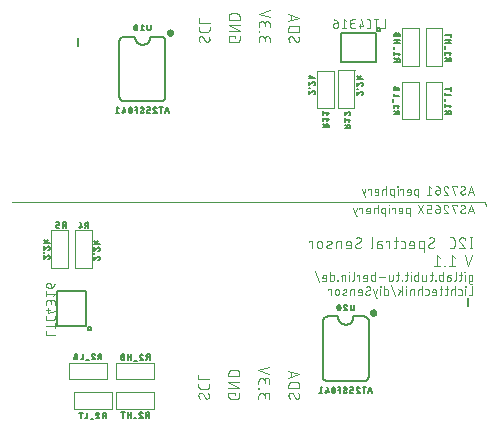
<source format=gbr>
G04 EAGLE Gerber RS-274X export*
G75*
%MOMM*%
%FSLAX34Y34*%
%LPD*%
%INSilkscreen Bottom*%
%IPPOS*%
%AMOC8*
5,1,8,0,0,1.08239X$1,22.5*%
G01*
%ADD10C,0.101600*%
%ADD11C,0.076200*%
%ADD12C,0.203200*%
%ADD13C,0.127000*%

G36*
X134520Y340055D02*
X134520Y340055D01*
X134522Y340057D01*
X134523Y340056D01*
X135194Y340291D01*
X135195Y340292D01*
X135196Y340292D01*
X135798Y340670D01*
X135799Y340672D01*
X135801Y340672D01*
X136303Y341174D01*
X136303Y341176D01*
X136305Y341177D01*
X136683Y341779D01*
X136683Y341780D01*
X136684Y341781D01*
X136919Y342452D01*
X136919Y342454D01*
X136920Y342455D01*
X136954Y342755D01*
X136954Y342756D01*
X136955Y342767D01*
X136991Y343090D01*
X136993Y343102D01*
X136999Y343161D01*
X136999Y343162D01*
X136998Y343163D01*
X136999Y343164D01*
X136920Y343870D01*
X136918Y343872D01*
X136919Y343873D01*
X136684Y344544D01*
X136683Y344545D01*
X136683Y344546D01*
X136305Y345148D01*
X136303Y345149D01*
X136303Y345151D01*
X135801Y345653D01*
X135799Y345653D01*
X135798Y345655D01*
X135196Y346033D01*
X135195Y346033D01*
X135194Y346034D01*
X134523Y346269D01*
X134521Y346269D01*
X134520Y346270D01*
X133814Y346349D01*
X133812Y346348D01*
X133811Y346349D01*
X133105Y346270D01*
X133103Y346268D01*
X133102Y346269D01*
X132431Y346034D01*
X132430Y346033D01*
X132429Y346033D01*
X131827Y345655D01*
X131826Y345653D01*
X131824Y345653D01*
X131322Y345151D01*
X131322Y345149D01*
X131320Y345148D01*
X130942Y344546D01*
X130942Y344545D01*
X130941Y344544D01*
X130706Y343873D01*
X130707Y343871D01*
X130705Y343870D01*
X130692Y343749D01*
X130690Y343737D01*
X130654Y343415D01*
X130653Y343403D01*
X130626Y343164D01*
X130627Y343162D01*
X130626Y343161D01*
X130705Y342455D01*
X130707Y342453D01*
X130706Y342452D01*
X130941Y341781D01*
X130942Y341780D01*
X130942Y341779D01*
X131320Y341177D01*
X131322Y341176D01*
X131322Y341174D01*
X131824Y340672D01*
X131826Y340672D01*
X131827Y340670D01*
X132429Y340292D01*
X132430Y340292D01*
X132431Y340291D01*
X133102Y340056D01*
X133104Y340057D01*
X133105Y340055D01*
X133811Y339976D01*
X133813Y339977D01*
X133814Y339976D01*
X134520Y340055D01*
G37*
G36*
X306520Y103055D02*
X306520Y103055D01*
X306522Y103057D01*
X306523Y103056D01*
X307194Y103291D01*
X307195Y103292D01*
X307196Y103292D01*
X307798Y103670D01*
X307799Y103672D01*
X307801Y103672D01*
X308303Y104174D01*
X308303Y104176D01*
X308305Y104177D01*
X308683Y104779D01*
X308683Y104780D01*
X308684Y104781D01*
X308919Y105452D01*
X308919Y105454D01*
X308920Y105455D01*
X308954Y105755D01*
X308954Y105756D01*
X308955Y105767D01*
X308991Y106090D01*
X308993Y106102D01*
X308999Y106161D01*
X308999Y106162D01*
X308998Y106163D01*
X308999Y106164D01*
X308920Y106870D01*
X308918Y106872D01*
X308919Y106873D01*
X308684Y107544D01*
X308683Y107545D01*
X308683Y107546D01*
X308305Y108148D01*
X308303Y108149D01*
X308303Y108151D01*
X307801Y108653D01*
X307799Y108653D01*
X307798Y108655D01*
X307196Y109033D01*
X307195Y109033D01*
X307194Y109034D01*
X306523Y109269D01*
X306521Y109269D01*
X306520Y109270D01*
X305814Y109349D01*
X305812Y109348D01*
X305811Y109349D01*
X305105Y109270D01*
X305103Y109268D01*
X305102Y109269D01*
X304431Y109034D01*
X304430Y109033D01*
X304429Y109033D01*
X303827Y108655D01*
X303826Y108653D01*
X303824Y108653D01*
X303322Y108151D01*
X303322Y108149D01*
X303320Y108148D01*
X302942Y107546D01*
X302942Y107545D01*
X302941Y107544D01*
X302706Y106873D01*
X302707Y106871D01*
X302705Y106870D01*
X302692Y106749D01*
X302690Y106737D01*
X302654Y106415D01*
X302653Y106403D01*
X302626Y106164D01*
X302627Y106162D01*
X302626Y106161D01*
X302705Y105455D01*
X302707Y105453D01*
X302706Y105452D01*
X302941Y104781D01*
X302942Y104780D01*
X302942Y104779D01*
X303320Y104177D01*
X303322Y104176D01*
X303322Y104174D01*
X303824Y103672D01*
X303826Y103672D01*
X303827Y103670D01*
X304429Y103292D01*
X304430Y103292D01*
X304431Y103291D01*
X305102Y103056D01*
X305104Y103057D01*
X305105Y103055D01*
X305811Y102976D01*
X305813Y102977D01*
X305814Y102976D01*
X306520Y103055D01*
G37*
D10*
X33000Y176000D02*
X33000Y144000D01*
X47000Y144000D01*
X47000Y176000D01*
X33000Y176000D01*
X48000Y64000D02*
X80000Y64000D01*
X80000Y50000D01*
X48000Y50000D01*
X48000Y64000D01*
X88000Y64000D02*
X120000Y64000D01*
X120000Y50000D01*
X88000Y50000D01*
X88000Y64000D01*
X84000Y39000D02*
X52000Y39000D01*
X84000Y39000D02*
X84000Y25000D01*
X52000Y25000D01*
X52000Y39000D01*
X88000Y39000D02*
X88000Y25000D01*
X120000Y25000D01*
X120000Y39000D01*
X88000Y39000D01*
X67000Y144000D02*
X53000Y144000D01*
X67000Y144000D02*
X67000Y176000D01*
X53000Y176000D01*
X53000Y144000D01*
X289500Y279400D02*
X289500Y311800D01*
X289500Y279400D02*
X275800Y279400D01*
X275800Y311900D01*
X289600Y311800D01*
X272400Y311400D02*
X272500Y279400D01*
X258200Y279400D01*
X258100Y311200D01*
X272400Y311400D01*
X351000Y347000D02*
X364000Y347000D01*
X364000Y315000D01*
X350000Y315000D01*
X350000Y347000D01*
X344000Y347000D02*
X344000Y315000D01*
X330000Y315000D01*
X330000Y347000D01*
X344000Y347000D01*
X344000Y302000D02*
X344000Y270000D01*
X330000Y270000D01*
X330000Y302000D01*
X344000Y302000D01*
X350000Y302000D02*
X350000Y270000D01*
X364000Y270000D01*
X364000Y302000D01*
X350000Y302000D01*
D11*
X388075Y170219D02*
X388075Y160821D01*
X389119Y160821D02*
X387031Y160821D01*
X387031Y170219D02*
X389119Y170219D01*
X380499Y170220D02*
X380404Y170218D01*
X380310Y170212D01*
X380216Y170203D01*
X380122Y170190D01*
X380029Y170173D01*
X379937Y170152D01*
X379845Y170127D01*
X379755Y170099D01*
X379666Y170067D01*
X379578Y170032D01*
X379492Y169993D01*
X379407Y169951D01*
X379324Y169905D01*
X379243Y169856D01*
X379164Y169804D01*
X379087Y169749D01*
X379013Y169690D01*
X378941Y169629D01*
X378871Y169565D01*
X378804Y169498D01*
X378740Y169428D01*
X378679Y169356D01*
X378620Y169282D01*
X378565Y169205D01*
X378513Y169126D01*
X378464Y169045D01*
X378418Y168962D01*
X378376Y168877D01*
X378337Y168791D01*
X378302Y168703D01*
X378270Y168614D01*
X378242Y168524D01*
X378217Y168432D01*
X378196Y168340D01*
X378179Y168247D01*
X378166Y168153D01*
X378157Y168059D01*
X378151Y167965D01*
X378149Y167870D01*
X380499Y170219D02*
X380607Y170217D01*
X380716Y170211D01*
X380824Y170201D01*
X380931Y170188D01*
X381038Y170170D01*
X381145Y170149D01*
X381250Y170124D01*
X381355Y170095D01*
X381458Y170063D01*
X381560Y170026D01*
X381661Y169986D01*
X381760Y169943D01*
X381858Y169896D01*
X381954Y169845D01*
X382048Y169791D01*
X382140Y169734D01*
X382230Y169673D01*
X382318Y169609D01*
X382403Y169543D01*
X382486Y169473D01*
X382566Y169400D01*
X382644Y169324D01*
X382719Y169246D01*
X382791Y169165D01*
X382860Y169081D01*
X382926Y168995D01*
X382989Y168907D01*
X383048Y168816D01*
X383105Y168724D01*
X383158Y168629D01*
X383207Y168532D01*
X383253Y168434D01*
X383296Y168335D01*
X383335Y168233D01*
X383370Y168131D01*
X378932Y166042D02*
X378863Y166111D01*
X378797Y166182D01*
X378733Y166255D01*
X378672Y166331D01*
X378614Y166410D01*
X378560Y166490D01*
X378508Y166573D01*
X378460Y166657D01*
X378414Y166743D01*
X378373Y166831D01*
X378334Y166921D01*
X378299Y167012D01*
X378268Y167104D01*
X378240Y167197D01*
X378216Y167291D01*
X378196Y167386D01*
X378179Y167482D01*
X378166Y167579D01*
X378157Y167676D01*
X378151Y167773D01*
X378149Y167870D01*
X378932Y166042D02*
X383370Y160821D01*
X378149Y160821D01*
X372164Y160821D02*
X370075Y160821D01*
X372164Y160821D02*
X372253Y160823D01*
X372341Y160829D01*
X372429Y160838D01*
X372517Y160851D01*
X372604Y160868D01*
X372690Y160888D01*
X372775Y160913D01*
X372860Y160940D01*
X372943Y160972D01*
X373024Y161006D01*
X373104Y161045D01*
X373182Y161086D01*
X373259Y161131D01*
X373333Y161179D01*
X373406Y161230D01*
X373476Y161284D01*
X373543Y161342D01*
X373609Y161402D01*
X373671Y161464D01*
X373731Y161530D01*
X373789Y161597D01*
X373843Y161667D01*
X373894Y161740D01*
X373942Y161814D01*
X373987Y161891D01*
X374028Y161969D01*
X374067Y162049D01*
X374101Y162130D01*
X374133Y162213D01*
X374160Y162298D01*
X374185Y162383D01*
X374205Y162469D01*
X374222Y162556D01*
X374235Y162644D01*
X374244Y162732D01*
X374250Y162820D01*
X374252Y162909D01*
X374252Y168131D01*
X374250Y168220D01*
X374244Y168308D01*
X374235Y168396D01*
X374222Y168484D01*
X374205Y168571D01*
X374185Y168657D01*
X374160Y168742D01*
X374133Y168827D01*
X374101Y168910D01*
X374067Y168991D01*
X374028Y169071D01*
X373987Y169149D01*
X373942Y169226D01*
X373894Y169300D01*
X373843Y169373D01*
X373789Y169443D01*
X373731Y169510D01*
X373671Y169576D01*
X373609Y169638D01*
X373543Y169698D01*
X373476Y169756D01*
X373406Y169810D01*
X373333Y169861D01*
X373259Y169909D01*
X373182Y169954D01*
X373104Y169995D01*
X373024Y170034D01*
X372943Y170068D01*
X372860Y170100D01*
X372775Y170127D01*
X372690Y170152D01*
X372604Y170172D01*
X372517Y170189D01*
X372429Y170202D01*
X372341Y170211D01*
X372253Y170217D01*
X372164Y170219D01*
X370075Y170219D01*
X354025Y160821D02*
X353936Y160823D01*
X353848Y160829D01*
X353760Y160838D01*
X353672Y160851D01*
X353585Y160868D01*
X353499Y160888D01*
X353414Y160913D01*
X353329Y160940D01*
X353246Y160972D01*
X353165Y161006D01*
X353085Y161045D01*
X353007Y161086D01*
X352930Y161131D01*
X352856Y161179D01*
X352783Y161230D01*
X352713Y161284D01*
X352646Y161342D01*
X352580Y161402D01*
X352518Y161464D01*
X352458Y161530D01*
X352400Y161597D01*
X352346Y161667D01*
X352295Y161740D01*
X352247Y161814D01*
X352202Y161891D01*
X352161Y161969D01*
X352122Y162049D01*
X352088Y162130D01*
X352056Y162213D01*
X352029Y162298D01*
X352004Y162383D01*
X351984Y162469D01*
X351967Y162556D01*
X351954Y162644D01*
X351945Y162732D01*
X351939Y162820D01*
X351937Y162909D01*
X354025Y160821D02*
X354154Y160823D01*
X354283Y160829D01*
X354412Y160838D01*
X354540Y160851D01*
X354668Y160868D01*
X354795Y160889D01*
X354922Y160913D01*
X355048Y160941D01*
X355173Y160973D01*
X355297Y161008D01*
X355420Y161047D01*
X355542Y161090D01*
X355662Y161136D01*
X355781Y161186D01*
X355899Y161239D01*
X356015Y161295D01*
X356129Y161355D01*
X356242Y161418D01*
X356352Y161485D01*
X356461Y161554D01*
X356567Y161627D01*
X356672Y161703D01*
X356774Y161782D01*
X356874Y161864D01*
X356971Y161948D01*
X357066Y162036D01*
X357158Y162126D01*
X356896Y168131D02*
X356894Y168220D01*
X356888Y168308D01*
X356879Y168396D01*
X356866Y168484D01*
X356849Y168571D01*
X356829Y168657D01*
X356804Y168742D01*
X356777Y168827D01*
X356745Y168910D01*
X356711Y168991D01*
X356672Y169071D01*
X356631Y169149D01*
X356586Y169226D01*
X356538Y169300D01*
X356487Y169373D01*
X356433Y169443D01*
X356375Y169510D01*
X356315Y169576D01*
X356253Y169638D01*
X356187Y169698D01*
X356120Y169756D01*
X356050Y169810D01*
X355977Y169861D01*
X355903Y169909D01*
X355826Y169954D01*
X355748Y169995D01*
X355668Y170034D01*
X355587Y170068D01*
X355504Y170100D01*
X355419Y170127D01*
X355334Y170152D01*
X355248Y170172D01*
X355161Y170189D01*
X355073Y170202D01*
X354985Y170211D01*
X354897Y170217D01*
X354808Y170219D01*
X354688Y170217D01*
X354568Y170212D01*
X354449Y170202D01*
X354329Y170190D01*
X354210Y170173D01*
X354092Y170153D01*
X353974Y170129D01*
X353858Y170102D01*
X353742Y170071D01*
X353627Y170037D01*
X353513Y169999D01*
X353400Y169957D01*
X353289Y169912D01*
X353179Y169864D01*
X353071Y169813D01*
X352964Y169758D01*
X352859Y169700D01*
X352756Y169638D01*
X352655Y169574D01*
X352555Y169506D01*
X352458Y169436D01*
X355852Y166304D02*
X355930Y166352D01*
X356006Y166404D01*
X356079Y166458D01*
X356150Y166516D01*
X356219Y166577D01*
X356285Y166641D01*
X356348Y166708D01*
X356408Y166777D01*
X356465Y166849D01*
X356519Y166923D01*
X356569Y167000D01*
X356617Y167079D01*
X356660Y167159D01*
X356701Y167242D01*
X356737Y167326D01*
X356770Y167411D01*
X356799Y167498D01*
X356825Y167587D01*
X356847Y167676D01*
X356864Y167766D01*
X356878Y167856D01*
X356888Y167948D01*
X356894Y168039D01*
X356896Y168131D01*
X352981Y164736D02*
X352903Y164688D01*
X352827Y164636D01*
X352754Y164582D01*
X352683Y164524D01*
X352614Y164463D01*
X352548Y164399D01*
X352485Y164332D01*
X352425Y164263D01*
X352368Y164191D01*
X352314Y164117D01*
X352264Y164040D01*
X352216Y163961D01*
X352173Y163881D01*
X352132Y163798D01*
X352096Y163714D01*
X352063Y163629D01*
X352034Y163542D01*
X352008Y163453D01*
X351986Y163364D01*
X351969Y163274D01*
X351955Y163184D01*
X351945Y163092D01*
X351939Y163001D01*
X351937Y162909D01*
X352981Y164737D02*
X355852Y166303D01*
X348055Y167086D02*
X348055Y157688D01*
X348055Y167086D02*
X345445Y167086D01*
X345368Y167084D01*
X345292Y167078D01*
X345215Y167069D01*
X345139Y167056D01*
X345065Y167039D01*
X344990Y167019D01*
X344917Y166994D01*
X344846Y166967D01*
X344775Y166936D01*
X344707Y166901D01*
X344640Y166863D01*
X344575Y166822D01*
X344512Y166778D01*
X344452Y166731D01*
X344393Y166680D01*
X344338Y166627D01*
X344285Y166572D01*
X344234Y166513D01*
X344187Y166453D01*
X344143Y166390D01*
X344102Y166325D01*
X344064Y166258D01*
X344029Y166190D01*
X343998Y166119D01*
X343971Y166048D01*
X343946Y165975D01*
X343926Y165901D01*
X343909Y165826D01*
X343896Y165750D01*
X343887Y165674D01*
X343881Y165597D01*
X343879Y165520D01*
X343879Y162387D01*
X343881Y162310D01*
X343887Y162234D01*
X343896Y162157D01*
X343909Y162081D01*
X343926Y162006D01*
X343946Y161932D01*
X343971Y161859D01*
X343998Y161788D01*
X344029Y161717D01*
X344064Y161649D01*
X344102Y161582D01*
X344143Y161517D01*
X344187Y161454D01*
X344234Y161394D01*
X344285Y161335D01*
X344338Y161280D01*
X344393Y161227D01*
X344452Y161176D01*
X344512Y161129D01*
X344575Y161085D01*
X344640Y161044D01*
X344707Y161006D01*
X344775Y160971D01*
X344846Y160940D01*
X344917Y160913D01*
X344990Y160888D01*
X345065Y160868D01*
X345140Y160851D01*
X345215Y160838D01*
X345292Y160829D01*
X345368Y160823D01*
X345445Y160821D01*
X348055Y160821D01*
X338610Y160821D02*
X336000Y160821D01*
X338610Y160821D02*
X338687Y160823D01*
X338763Y160829D01*
X338840Y160838D01*
X338916Y160851D01*
X338991Y160868D01*
X339065Y160888D01*
X339138Y160913D01*
X339209Y160940D01*
X339280Y160971D01*
X339348Y161006D01*
X339415Y161044D01*
X339480Y161085D01*
X339543Y161129D01*
X339603Y161176D01*
X339662Y161227D01*
X339717Y161280D01*
X339770Y161335D01*
X339821Y161394D01*
X339868Y161454D01*
X339912Y161517D01*
X339953Y161582D01*
X339991Y161649D01*
X340026Y161717D01*
X340057Y161788D01*
X340084Y161859D01*
X340109Y161932D01*
X340129Y162006D01*
X340146Y162081D01*
X340159Y162157D01*
X340168Y162234D01*
X340174Y162310D01*
X340176Y162387D01*
X340176Y164998D01*
X340174Y165088D01*
X340168Y165177D01*
X340159Y165267D01*
X340145Y165356D01*
X340128Y165444D01*
X340107Y165531D01*
X340082Y165618D01*
X340053Y165703D01*
X340021Y165787D01*
X339986Y165869D01*
X339946Y165950D01*
X339904Y166029D01*
X339858Y166106D01*
X339808Y166181D01*
X339756Y166254D01*
X339700Y166325D01*
X339642Y166393D01*
X339580Y166458D01*
X339516Y166521D01*
X339449Y166581D01*
X339380Y166638D01*
X339308Y166692D01*
X339234Y166743D01*
X339158Y166791D01*
X339080Y166835D01*
X339000Y166876D01*
X338918Y166914D01*
X338835Y166948D01*
X338750Y166978D01*
X338664Y167005D01*
X338578Y167028D01*
X338490Y167047D01*
X338401Y167062D01*
X338312Y167074D01*
X338223Y167082D01*
X338133Y167086D01*
X338043Y167086D01*
X337953Y167082D01*
X337864Y167074D01*
X337775Y167062D01*
X337686Y167047D01*
X337598Y167028D01*
X337512Y167005D01*
X337426Y166978D01*
X337341Y166948D01*
X337258Y166914D01*
X337176Y166876D01*
X337096Y166835D01*
X337018Y166791D01*
X336942Y166743D01*
X336868Y166692D01*
X336796Y166638D01*
X336727Y166581D01*
X336660Y166521D01*
X336596Y166458D01*
X336534Y166393D01*
X336476Y166325D01*
X336420Y166254D01*
X336368Y166181D01*
X336318Y166106D01*
X336272Y166029D01*
X336230Y165950D01*
X336190Y165869D01*
X336155Y165787D01*
X336123Y165703D01*
X336094Y165618D01*
X336069Y165531D01*
X336048Y165444D01*
X336031Y165356D01*
X336017Y165267D01*
X336008Y165177D01*
X336002Y165088D01*
X336000Y164998D01*
X336000Y163954D01*
X340176Y163954D01*
X330675Y160821D02*
X328587Y160821D01*
X330675Y160821D02*
X330752Y160823D01*
X330828Y160829D01*
X330905Y160838D01*
X330981Y160851D01*
X331056Y160868D01*
X331130Y160888D01*
X331203Y160913D01*
X331274Y160940D01*
X331345Y160971D01*
X331413Y161006D01*
X331480Y161044D01*
X331545Y161085D01*
X331608Y161129D01*
X331668Y161176D01*
X331727Y161227D01*
X331782Y161280D01*
X331835Y161335D01*
X331886Y161394D01*
X331933Y161454D01*
X331977Y161517D01*
X332018Y161582D01*
X332056Y161649D01*
X332091Y161717D01*
X332122Y161788D01*
X332149Y161859D01*
X332174Y161932D01*
X332194Y162006D01*
X332211Y162081D01*
X332224Y162157D01*
X332233Y162234D01*
X332239Y162310D01*
X332241Y162387D01*
X332241Y165520D01*
X332239Y165597D01*
X332233Y165673D01*
X332224Y165750D01*
X332211Y165826D01*
X332194Y165901D01*
X332174Y165975D01*
X332149Y166048D01*
X332122Y166119D01*
X332091Y166190D01*
X332056Y166258D01*
X332018Y166325D01*
X331977Y166390D01*
X331933Y166453D01*
X331886Y166513D01*
X331835Y166572D01*
X331782Y166627D01*
X331727Y166680D01*
X331668Y166731D01*
X331608Y166778D01*
X331545Y166822D01*
X331480Y166863D01*
X331413Y166901D01*
X331345Y166936D01*
X331274Y166967D01*
X331203Y166994D01*
X331130Y167019D01*
X331056Y167039D01*
X330981Y167056D01*
X330905Y167069D01*
X330828Y167078D01*
X330752Y167084D01*
X330675Y167086D01*
X328587Y167086D01*
X326010Y167086D02*
X322877Y167086D01*
X324966Y170219D02*
X324966Y162387D01*
X324965Y162387D02*
X324963Y162310D01*
X324957Y162234D01*
X324948Y162157D01*
X324935Y162081D01*
X324918Y162006D01*
X324898Y161932D01*
X324873Y161859D01*
X324846Y161788D01*
X324815Y161717D01*
X324780Y161649D01*
X324742Y161582D01*
X324701Y161517D01*
X324657Y161454D01*
X324610Y161394D01*
X324559Y161335D01*
X324506Y161280D01*
X324451Y161227D01*
X324392Y161176D01*
X324332Y161129D01*
X324269Y161085D01*
X324204Y161044D01*
X324137Y161006D01*
X324069Y160971D01*
X323998Y160940D01*
X323927Y160913D01*
X323854Y160888D01*
X323780Y160868D01*
X323705Y160851D01*
X323629Y160838D01*
X323552Y160829D01*
X323476Y160823D01*
X323399Y160821D01*
X322877Y160821D01*
X319094Y160821D02*
X319094Y167086D01*
X315961Y167086D01*
X315961Y166042D01*
X311268Y164476D02*
X308918Y164476D01*
X311268Y164475D02*
X311352Y164473D01*
X311437Y164467D01*
X311520Y164457D01*
X311604Y164444D01*
X311686Y164426D01*
X311768Y164405D01*
X311849Y164380D01*
X311928Y164352D01*
X312006Y164319D01*
X312082Y164283D01*
X312157Y164244D01*
X312230Y164201D01*
X312301Y164155D01*
X312369Y164106D01*
X312435Y164054D01*
X312499Y163998D01*
X312560Y163940D01*
X312618Y163879D01*
X312674Y163815D01*
X312726Y163749D01*
X312775Y163681D01*
X312821Y163610D01*
X312864Y163537D01*
X312903Y163462D01*
X312939Y163386D01*
X312972Y163308D01*
X313000Y163229D01*
X313025Y163148D01*
X313046Y163066D01*
X313064Y162984D01*
X313077Y162900D01*
X313087Y162817D01*
X313093Y162732D01*
X313095Y162648D01*
X313093Y162564D01*
X313087Y162479D01*
X313077Y162396D01*
X313064Y162312D01*
X313046Y162230D01*
X313025Y162148D01*
X313000Y162067D01*
X312972Y161988D01*
X312939Y161910D01*
X312903Y161834D01*
X312864Y161759D01*
X312821Y161686D01*
X312775Y161615D01*
X312726Y161547D01*
X312674Y161481D01*
X312618Y161417D01*
X312560Y161356D01*
X312499Y161298D01*
X312435Y161242D01*
X312369Y161190D01*
X312301Y161141D01*
X312230Y161095D01*
X312157Y161052D01*
X312082Y161013D01*
X312006Y160977D01*
X311928Y160944D01*
X311849Y160916D01*
X311768Y160891D01*
X311686Y160870D01*
X311604Y160852D01*
X311520Y160839D01*
X311437Y160829D01*
X311352Y160823D01*
X311268Y160821D01*
X308918Y160821D01*
X308918Y165520D01*
X308920Y165597D01*
X308926Y165673D01*
X308935Y165750D01*
X308948Y165826D01*
X308965Y165901D01*
X308985Y165975D01*
X309010Y166048D01*
X309037Y166119D01*
X309068Y166190D01*
X309103Y166258D01*
X309141Y166325D01*
X309182Y166390D01*
X309226Y166453D01*
X309273Y166513D01*
X309324Y166572D01*
X309377Y166627D01*
X309432Y166680D01*
X309491Y166731D01*
X309551Y166778D01*
X309614Y166822D01*
X309679Y166863D01*
X309746Y166901D01*
X309814Y166936D01*
X309885Y166967D01*
X309956Y166994D01*
X310029Y167019D01*
X310104Y167039D01*
X310179Y167056D01*
X310254Y167069D01*
X310331Y167078D01*
X310407Y167084D01*
X310484Y167086D01*
X312573Y167086D01*
X304694Y170219D02*
X304694Y162387D01*
X304692Y162310D01*
X304686Y162234D01*
X304677Y162157D01*
X304664Y162081D01*
X304647Y162006D01*
X304627Y161932D01*
X304602Y161859D01*
X304575Y161788D01*
X304544Y161717D01*
X304509Y161649D01*
X304471Y161582D01*
X304430Y161517D01*
X304386Y161454D01*
X304339Y161394D01*
X304288Y161335D01*
X304235Y161280D01*
X304180Y161227D01*
X304121Y161176D01*
X304061Y161129D01*
X303998Y161085D01*
X303933Y161044D01*
X303866Y161006D01*
X303798Y160971D01*
X303727Y160940D01*
X303656Y160913D01*
X303583Y160888D01*
X303509Y160868D01*
X303434Y160851D01*
X303358Y160838D01*
X303281Y160829D01*
X303205Y160823D01*
X303128Y160821D01*
X292151Y160821D02*
X292062Y160823D01*
X291974Y160829D01*
X291886Y160838D01*
X291798Y160851D01*
X291711Y160868D01*
X291625Y160888D01*
X291540Y160913D01*
X291455Y160940D01*
X291372Y160972D01*
X291291Y161006D01*
X291211Y161045D01*
X291133Y161086D01*
X291056Y161131D01*
X290982Y161179D01*
X290909Y161230D01*
X290839Y161284D01*
X290772Y161342D01*
X290706Y161402D01*
X290644Y161464D01*
X290584Y161530D01*
X290526Y161597D01*
X290472Y161667D01*
X290421Y161740D01*
X290373Y161814D01*
X290328Y161891D01*
X290287Y161969D01*
X290248Y162049D01*
X290214Y162130D01*
X290182Y162213D01*
X290155Y162298D01*
X290130Y162383D01*
X290110Y162469D01*
X290093Y162556D01*
X290080Y162644D01*
X290071Y162732D01*
X290065Y162820D01*
X290063Y162909D01*
X292151Y160821D02*
X292280Y160823D01*
X292409Y160829D01*
X292538Y160838D01*
X292666Y160851D01*
X292794Y160868D01*
X292921Y160889D01*
X293048Y160913D01*
X293174Y160941D01*
X293299Y160973D01*
X293423Y161008D01*
X293546Y161047D01*
X293668Y161090D01*
X293788Y161136D01*
X293907Y161186D01*
X294025Y161239D01*
X294141Y161295D01*
X294255Y161355D01*
X294368Y161418D01*
X294478Y161485D01*
X294587Y161554D01*
X294693Y161627D01*
X294798Y161703D01*
X294900Y161782D01*
X295000Y161864D01*
X295097Y161948D01*
X295192Y162036D01*
X295284Y162126D01*
X295022Y168131D02*
X295020Y168220D01*
X295014Y168308D01*
X295005Y168396D01*
X294992Y168484D01*
X294975Y168571D01*
X294955Y168657D01*
X294930Y168742D01*
X294903Y168827D01*
X294871Y168910D01*
X294837Y168991D01*
X294798Y169071D01*
X294757Y169149D01*
X294712Y169226D01*
X294664Y169300D01*
X294613Y169373D01*
X294559Y169443D01*
X294501Y169510D01*
X294441Y169576D01*
X294379Y169638D01*
X294313Y169698D01*
X294246Y169756D01*
X294176Y169810D01*
X294103Y169861D01*
X294029Y169909D01*
X293952Y169954D01*
X293874Y169995D01*
X293794Y170034D01*
X293713Y170068D01*
X293630Y170100D01*
X293545Y170127D01*
X293460Y170152D01*
X293374Y170172D01*
X293287Y170189D01*
X293199Y170202D01*
X293111Y170211D01*
X293023Y170217D01*
X292934Y170219D01*
X292814Y170217D01*
X292694Y170212D01*
X292575Y170202D01*
X292455Y170190D01*
X292336Y170173D01*
X292218Y170153D01*
X292100Y170129D01*
X291984Y170102D01*
X291868Y170071D01*
X291753Y170037D01*
X291639Y169999D01*
X291526Y169957D01*
X291415Y169912D01*
X291305Y169864D01*
X291197Y169813D01*
X291090Y169758D01*
X290985Y169700D01*
X290882Y169638D01*
X290781Y169574D01*
X290681Y169506D01*
X290584Y169436D01*
X293979Y166304D02*
X294057Y166352D01*
X294133Y166404D01*
X294206Y166458D01*
X294277Y166516D01*
X294346Y166577D01*
X294412Y166641D01*
X294475Y166708D01*
X294535Y166777D01*
X294592Y166849D01*
X294646Y166923D01*
X294696Y167000D01*
X294744Y167079D01*
X294787Y167159D01*
X294828Y167242D01*
X294864Y167326D01*
X294897Y167411D01*
X294926Y167498D01*
X294952Y167587D01*
X294974Y167676D01*
X294991Y167766D01*
X295005Y167856D01*
X295015Y167948D01*
X295021Y168039D01*
X295023Y168131D01*
X291107Y164736D02*
X291029Y164688D01*
X290953Y164636D01*
X290880Y164582D01*
X290809Y164524D01*
X290740Y164463D01*
X290674Y164399D01*
X290611Y164332D01*
X290551Y164263D01*
X290494Y164191D01*
X290440Y164117D01*
X290390Y164040D01*
X290342Y163961D01*
X290299Y163881D01*
X290258Y163798D01*
X290222Y163714D01*
X290189Y163629D01*
X290160Y163542D01*
X290134Y163453D01*
X290112Y163364D01*
X290095Y163274D01*
X290081Y163184D01*
X290071Y163092D01*
X290065Y163001D01*
X290063Y162909D01*
X291107Y164737D02*
X293978Y166303D01*
X284966Y160821D02*
X282355Y160821D01*
X284966Y160821D02*
X285043Y160823D01*
X285119Y160829D01*
X285196Y160838D01*
X285272Y160851D01*
X285347Y160868D01*
X285421Y160888D01*
X285494Y160913D01*
X285565Y160940D01*
X285636Y160971D01*
X285704Y161006D01*
X285771Y161044D01*
X285836Y161085D01*
X285899Y161129D01*
X285959Y161176D01*
X286018Y161227D01*
X286073Y161280D01*
X286126Y161335D01*
X286177Y161394D01*
X286224Y161454D01*
X286268Y161517D01*
X286309Y161582D01*
X286347Y161649D01*
X286382Y161717D01*
X286413Y161788D01*
X286440Y161859D01*
X286465Y161932D01*
X286485Y162006D01*
X286502Y162081D01*
X286515Y162157D01*
X286524Y162234D01*
X286530Y162310D01*
X286532Y162387D01*
X286532Y164998D01*
X286530Y165088D01*
X286524Y165177D01*
X286515Y165267D01*
X286501Y165356D01*
X286484Y165444D01*
X286463Y165531D01*
X286438Y165618D01*
X286409Y165703D01*
X286377Y165787D01*
X286342Y165869D01*
X286302Y165950D01*
X286260Y166029D01*
X286214Y166106D01*
X286164Y166181D01*
X286112Y166254D01*
X286056Y166325D01*
X285998Y166393D01*
X285936Y166458D01*
X285872Y166521D01*
X285805Y166581D01*
X285736Y166638D01*
X285664Y166692D01*
X285590Y166743D01*
X285514Y166791D01*
X285436Y166835D01*
X285356Y166876D01*
X285274Y166914D01*
X285191Y166948D01*
X285106Y166978D01*
X285020Y167005D01*
X284934Y167028D01*
X284846Y167047D01*
X284757Y167062D01*
X284668Y167074D01*
X284579Y167082D01*
X284489Y167086D01*
X284399Y167086D01*
X284309Y167082D01*
X284220Y167074D01*
X284131Y167062D01*
X284042Y167047D01*
X283954Y167028D01*
X283868Y167005D01*
X283782Y166978D01*
X283697Y166948D01*
X283614Y166914D01*
X283532Y166876D01*
X283452Y166835D01*
X283374Y166791D01*
X283298Y166743D01*
X283224Y166692D01*
X283152Y166638D01*
X283083Y166581D01*
X283016Y166521D01*
X282952Y166458D01*
X282890Y166393D01*
X282832Y166325D01*
X282776Y166254D01*
X282724Y166181D01*
X282674Y166106D01*
X282628Y166029D01*
X282586Y165950D01*
X282546Y165869D01*
X282511Y165787D01*
X282479Y165703D01*
X282450Y165618D01*
X282425Y165531D01*
X282404Y165444D01*
X282387Y165356D01*
X282373Y165267D01*
X282364Y165177D01*
X282358Y165088D01*
X282356Y164998D01*
X282355Y164998D02*
X282355Y163954D01*
X286532Y163954D01*
X278302Y167086D02*
X278302Y160821D01*
X278302Y167086D02*
X275692Y167086D01*
X275615Y167084D01*
X275539Y167078D01*
X275462Y167069D01*
X275386Y167056D01*
X275312Y167039D01*
X275237Y167019D01*
X275164Y166994D01*
X275093Y166967D01*
X275022Y166936D01*
X274954Y166901D01*
X274887Y166863D01*
X274822Y166822D01*
X274759Y166778D01*
X274699Y166731D01*
X274640Y166680D01*
X274585Y166627D01*
X274532Y166572D01*
X274481Y166513D01*
X274434Y166453D01*
X274390Y166390D01*
X274349Y166325D01*
X274311Y166258D01*
X274276Y166190D01*
X274245Y166119D01*
X274218Y166048D01*
X274193Y165975D01*
X274173Y165901D01*
X274156Y165826D01*
X274143Y165750D01*
X274134Y165674D01*
X274128Y165597D01*
X274126Y165520D01*
X274126Y160821D01*
X269290Y164476D02*
X266679Y163432D01*
X269290Y164476D02*
X269356Y164504D01*
X269421Y164537D01*
X269484Y164572D01*
X269545Y164611D01*
X269604Y164653D01*
X269660Y164698D01*
X269714Y164746D01*
X269765Y164797D01*
X269814Y164850D01*
X269859Y164907D01*
X269902Y164965D01*
X269941Y165025D01*
X269978Y165088D01*
X270010Y165153D01*
X270039Y165219D01*
X270065Y165286D01*
X270087Y165355D01*
X270105Y165425D01*
X270120Y165496D01*
X270131Y165567D01*
X270138Y165639D01*
X270141Y165711D01*
X270140Y165783D01*
X270135Y165856D01*
X270127Y165927D01*
X270115Y165999D01*
X270099Y166069D01*
X270079Y166138D01*
X270055Y166207D01*
X270028Y166274D01*
X269998Y166339D01*
X269964Y166403D01*
X269926Y166465D01*
X269886Y166525D01*
X269842Y166582D01*
X269795Y166637D01*
X269745Y166690D01*
X269693Y166739D01*
X269638Y166786D01*
X269581Y166830D01*
X269521Y166871D01*
X269459Y166908D01*
X269395Y166943D01*
X269330Y166973D01*
X269263Y167001D01*
X269195Y167024D01*
X269125Y167044D01*
X269055Y167060D01*
X268984Y167073D01*
X268912Y167081D01*
X268840Y167086D01*
X268768Y167087D01*
X268767Y167086D02*
X268616Y167082D01*
X268465Y167074D01*
X268314Y167063D01*
X268163Y167047D01*
X268013Y167027D01*
X267863Y167004D01*
X267714Y166977D01*
X267566Y166946D01*
X267418Y166911D01*
X267272Y166873D01*
X267126Y166830D01*
X266982Y166784D01*
X266839Y166735D01*
X266697Y166682D01*
X266557Y166625D01*
X266418Y166564D01*
X266679Y163432D02*
X266613Y163404D01*
X266548Y163371D01*
X266485Y163336D01*
X266424Y163297D01*
X266365Y163255D01*
X266309Y163210D01*
X266255Y163162D01*
X266204Y163111D01*
X266155Y163058D01*
X266110Y163001D01*
X266067Y162943D01*
X266028Y162883D01*
X265991Y162820D01*
X265959Y162755D01*
X265930Y162689D01*
X265904Y162622D01*
X265882Y162553D01*
X265864Y162483D01*
X265849Y162412D01*
X265838Y162341D01*
X265831Y162269D01*
X265828Y162197D01*
X265829Y162125D01*
X265834Y162052D01*
X265842Y161981D01*
X265854Y161909D01*
X265870Y161839D01*
X265890Y161770D01*
X265914Y161701D01*
X265941Y161634D01*
X265971Y161569D01*
X266005Y161505D01*
X266043Y161443D01*
X266083Y161383D01*
X266127Y161326D01*
X266174Y161271D01*
X266224Y161218D01*
X266276Y161169D01*
X266331Y161122D01*
X266388Y161078D01*
X266448Y161037D01*
X266510Y161000D01*
X266574Y160965D01*
X266639Y160935D01*
X266706Y160907D01*
X266774Y160884D01*
X266844Y160864D01*
X266914Y160848D01*
X266985Y160835D01*
X267057Y160827D01*
X267129Y160822D01*
X267201Y160821D01*
X267411Y160826D01*
X267620Y160837D01*
X267829Y160852D01*
X268037Y160872D01*
X268245Y160898D01*
X268452Y160928D01*
X268659Y160963D01*
X268864Y161003D01*
X269069Y161047D01*
X269272Y161097D01*
X269475Y161151D01*
X269676Y161211D01*
X269875Y161274D01*
X270073Y161343D01*
X262148Y162909D02*
X262148Y164998D01*
X262146Y165088D01*
X262140Y165177D01*
X262131Y165267D01*
X262117Y165356D01*
X262100Y165444D01*
X262079Y165531D01*
X262054Y165618D01*
X262025Y165703D01*
X261993Y165787D01*
X261958Y165869D01*
X261918Y165950D01*
X261876Y166029D01*
X261830Y166106D01*
X261780Y166181D01*
X261728Y166254D01*
X261672Y166325D01*
X261614Y166393D01*
X261552Y166458D01*
X261488Y166521D01*
X261421Y166581D01*
X261352Y166638D01*
X261280Y166692D01*
X261206Y166743D01*
X261130Y166791D01*
X261052Y166835D01*
X260972Y166876D01*
X260890Y166914D01*
X260807Y166948D01*
X260722Y166978D01*
X260636Y167005D01*
X260550Y167028D01*
X260462Y167047D01*
X260373Y167062D01*
X260284Y167074D01*
X260195Y167082D01*
X260105Y167086D01*
X260015Y167086D01*
X259925Y167082D01*
X259836Y167074D01*
X259747Y167062D01*
X259658Y167047D01*
X259570Y167028D01*
X259484Y167005D01*
X259398Y166978D01*
X259313Y166948D01*
X259230Y166914D01*
X259148Y166876D01*
X259068Y166835D01*
X258990Y166791D01*
X258914Y166743D01*
X258840Y166692D01*
X258768Y166638D01*
X258699Y166581D01*
X258632Y166521D01*
X258568Y166458D01*
X258506Y166393D01*
X258448Y166325D01*
X258392Y166254D01*
X258340Y166181D01*
X258290Y166106D01*
X258244Y166029D01*
X258202Y165950D01*
X258162Y165869D01*
X258127Y165787D01*
X258095Y165703D01*
X258066Y165618D01*
X258041Y165531D01*
X258020Y165444D01*
X258003Y165356D01*
X257989Y165267D01*
X257980Y165177D01*
X257974Y165088D01*
X257972Y164998D01*
X257971Y164998D02*
X257971Y162909D01*
X257972Y162909D02*
X257974Y162819D01*
X257980Y162730D01*
X257989Y162640D01*
X258003Y162551D01*
X258020Y162463D01*
X258041Y162376D01*
X258066Y162289D01*
X258095Y162204D01*
X258127Y162120D01*
X258162Y162038D01*
X258202Y161957D01*
X258244Y161878D01*
X258290Y161801D01*
X258340Y161726D01*
X258392Y161653D01*
X258448Y161582D01*
X258506Y161514D01*
X258568Y161449D01*
X258632Y161386D01*
X258699Y161326D01*
X258768Y161269D01*
X258840Y161215D01*
X258914Y161164D01*
X258990Y161116D01*
X259068Y161072D01*
X259148Y161031D01*
X259230Y160993D01*
X259313Y160959D01*
X259398Y160929D01*
X259484Y160902D01*
X259570Y160879D01*
X259658Y160860D01*
X259747Y160845D01*
X259836Y160833D01*
X259925Y160825D01*
X260015Y160821D01*
X260105Y160821D01*
X260195Y160825D01*
X260284Y160833D01*
X260373Y160845D01*
X260462Y160860D01*
X260550Y160879D01*
X260636Y160902D01*
X260722Y160929D01*
X260807Y160959D01*
X260890Y160993D01*
X260972Y161031D01*
X261052Y161072D01*
X261130Y161116D01*
X261206Y161164D01*
X261280Y161215D01*
X261352Y161269D01*
X261421Y161326D01*
X261488Y161386D01*
X261552Y161449D01*
X261614Y161514D01*
X261672Y161582D01*
X261728Y161653D01*
X261780Y161726D01*
X261830Y161801D01*
X261876Y161878D01*
X261918Y161957D01*
X261958Y162038D01*
X261993Y162120D01*
X262025Y162204D01*
X262054Y162289D01*
X262079Y162376D01*
X262100Y162463D01*
X262117Y162551D01*
X262131Y162640D01*
X262140Y162730D01*
X262146Y162819D01*
X262148Y162909D01*
X253867Y160821D02*
X253867Y167086D01*
X250734Y167086D01*
X250734Y166042D01*
X385986Y145581D02*
X389119Y154979D01*
X382854Y154979D02*
X385986Y145581D01*
X374576Y152891D02*
X371966Y154979D01*
X371966Y145581D01*
X374576Y145581D02*
X369355Y145581D01*
X365826Y145581D02*
X365826Y146103D01*
X365304Y146103D01*
X365304Y145581D01*
X365826Y145581D01*
X361775Y152891D02*
X359164Y154979D01*
X359164Y145581D01*
X356554Y145581D02*
X361775Y145581D01*
X159434Y38513D02*
X159344Y38511D01*
X159255Y38505D01*
X159166Y38495D01*
X159078Y38482D01*
X158990Y38464D01*
X158903Y38443D01*
X158817Y38418D01*
X158732Y38389D01*
X158648Y38357D01*
X158566Y38321D01*
X158486Y38281D01*
X158408Y38238D01*
X158331Y38191D01*
X158256Y38142D01*
X158184Y38089D01*
X158114Y38033D01*
X158047Y37974D01*
X157982Y37912D01*
X157920Y37847D01*
X157861Y37780D01*
X157805Y37710D01*
X157752Y37638D01*
X157703Y37563D01*
X157656Y37487D01*
X157613Y37408D01*
X157573Y37328D01*
X157537Y37246D01*
X157505Y37162D01*
X157476Y37077D01*
X157451Y36991D01*
X157430Y36904D01*
X157412Y36816D01*
X157399Y36728D01*
X157389Y36639D01*
X157383Y36550D01*
X157381Y36460D01*
X157383Y36333D01*
X157388Y36206D01*
X157398Y36080D01*
X157411Y35954D01*
X157427Y35828D01*
X157448Y35703D01*
X157472Y35578D01*
X157499Y35455D01*
X157530Y35332D01*
X157565Y35210D01*
X157603Y35089D01*
X157645Y34969D01*
X157691Y34851D01*
X157739Y34734D01*
X157792Y34618D01*
X157847Y34504D01*
X157906Y34392D01*
X157968Y34281D01*
X158033Y34172D01*
X158102Y34066D01*
X158173Y33961D01*
X158248Y33858D01*
X158326Y33758D01*
X158406Y33660D01*
X158489Y33564D01*
X158575Y33471D01*
X158664Y33380D01*
X164566Y33637D02*
X164656Y33639D01*
X164745Y33645D01*
X164834Y33655D01*
X164923Y33668D01*
X165010Y33686D01*
X165097Y33707D01*
X165183Y33732D01*
X165268Y33761D01*
X165352Y33793D01*
X165434Y33829D01*
X165514Y33869D01*
X165593Y33912D01*
X165669Y33959D01*
X165744Y34008D01*
X165816Y34061D01*
X165886Y34117D01*
X165953Y34176D01*
X166018Y34238D01*
X166080Y34303D01*
X166139Y34370D01*
X166195Y34440D01*
X166248Y34512D01*
X166297Y34587D01*
X166344Y34664D01*
X166387Y34742D01*
X166427Y34822D01*
X166463Y34904D01*
X166495Y34988D01*
X166524Y35073D01*
X166549Y35159D01*
X166570Y35246D01*
X166588Y35334D01*
X166601Y35422D01*
X166611Y35511D01*
X166617Y35600D01*
X166619Y35690D01*
X166617Y35814D01*
X166611Y35938D01*
X166601Y36061D01*
X166587Y36184D01*
X166569Y36307D01*
X166547Y36428D01*
X166522Y36550D01*
X166492Y36670D01*
X166459Y36789D01*
X166421Y36907D01*
X166380Y37024D01*
X166336Y37139D01*
X166287Y37253D01*
X166235Y37366D01*
X166179Y37476D01*
X166120Y37585D01*
X166057Y37692D01*
X165991Y37797D01*
X165922Y37899D01*
X165849Y37999D01*
X162770Y34664D02*
X162817Y34588D01*
X162868Y34513D01*
X162922Y34441D01*
X162979Y34371D01*
X163039Y34304D01*
X163102Y34239D01*
X163167Y34177D01*
X163235Y34118D01*
X163306Y34062D01*
X163379Y34009D01*
X163454Y33959D01*
X163532Y33913D01*
X163611Y33870D01*
X163692Y33830D01*
X163775Y33794D01*
X163859Y33762D01*
X163944Y33733D01*
X164031Y33708D01*
X164119Y33687D01*
X164207Y33669D01*
X164296Y33656D01*
X164386Y33646D01*
X164476Y33640D01*
X164566Y33638D01*
X161230Y37486D02*
X161183Y37563D01*
X161132Y37638D01*
X161078Y37710D01*
X161021Y37780D01*
X160961Y37847D01*
X160898Y37912D01*
X160833Y37974D01*
X160765Y38033D01*
X160694Y38089D01*
X160621Y38142D01*
X160546Y38192D01*
X160468Y38238D01*
X160389Y38281D01*
X160308Y38321D01*
X160225Y38357D01*
X160141Y38389D01*
X160056Y38418D01*
X159969Y38443D01*
X159882Y38464D01*
X159793Y38482D01*
X159704Y38495D01*
X159614Y38505D01*
X159524Y38511D01*
X159434Y38513D01*
X161230Y37487D02*
X162770Y34664D01*
X157381Y44108D02*
X157381Y46161D01*
X157381Y44108D02*
X157383Y44018D01*
X157389Y43929D01*
X157399Y43840D01*
X157412Y43752D01*
X157430Y43664D01*
X157451Y43577D01*
X157476Y43491D01*
X157505Y43406D01*
X157537Y43322D01*
X157573Y43240D01*
X157613Y43160D01*
X157656Y43082D01*
X157703Y43005D01*
X157752Y42930D01*
X157805Y42858D01*
X157861Y42788D01*
X157920Y42721D01*
X157982Y42656D01*
X158047Y42594D01*
X158114Y42535D01*
X158184Y42479D01*
X158256Y42426D01*
X158331Y42377D01*
X158408Y42330D01*
X158486Y42287D01*
X158566Y42247D01*
X158648Y42211D01*
X158732Y42179D01*
X158817Y42150D01*
X158903Y42125D01*
X158990Y42104D01*
X159078Y42086D01*
X159166Y42073D01*
X159255Y42063D01*
X159344Y42057D01*
X159434Y42055D01*
X164566Y42055D01*
X164656Y42057D01*
X164745Y42063D01*
X164834Y42073D01*
X164922Y42086D01*
X165010Y42104D01*
X165097Y42125D01*
X165183Y42150D01*
X165268Y42179D01*
X165352Y42211D01*
X165434Y42247D01*
X165514Y42287D01*
X165592Y42330D01*
X165669Y42377D01*
X165744Y42426D01*
X165816Y42479D01*
X165886Y42535D01*
X165953Y42594D01*
X166018Y42656D01*
X166080Y42721D01*
X166139Y42788D01*
X166195Y42858D01*
X166248Y42930D01*
X166297Y43005D01*
X166344Y43081D01*
X166387Y43160D01*
X166427Y43240D01*
X166463Y43322D01*
X166495Y43406D01*
X166524Y43491D01*
X166549Y43577D01*
X166570Y43664D01*
X166588Y43751D01*
X166601Y43840D01*
X166611Y43929D01*
X166617Y44018D01*
X166619Y44108D01*
X166619Y46161D01*
X166619Y49898D02*
X157381Y49898D01*
X157381Y54004D01*
X188013Y38513D02*
X188013Y36974D01*
X188013Y38513D02*
X182881Y38513D01*
X182881Y35434D01*
X182883Y35344D01*
X182889Y35255D01*
X182899Y35166D01*
X182912Y35078D01*
X182930Y34990D01*
X182951Y34903D01*
X182976Y34817D01*
X183005Y34732D01*
X183037Y34648D01*
X183073Y34566D01*
X183113Y34486D01*
X183156Y34408D01*
X183203Y34331D01*
X183252Y34256D01*
X183305Y34184D01*
X183361Y34114D01*
X183420Y34047D01*
X183482Y33982D01*
X183547Y33920D01*
X183614Y33861D01*
X183684Y33805D01*
X183756Y33752D01*
X183831Y33703D01*
X183908Y33656D01*
X183986Y33613D01*
X184066Y33573D01*
X184148Y33537D01*
X184232Y33505D01*
X184317Y33476D01*
X184403Y33451D01*
X184490Y33430D01*
X184578Y33412D01*
X184666Y33399D01*
X184755Y33389D01*
X184844Y33383D01*
X184934Y33381D01*
X190066Y33381D01*
X190156Y33383D01*
X190245Y33389D01*
X190334Y33399D01*
X190422Y33412D01*
X190510Y33430D01*
X190597Y33451D01*
X190683Y33476D01*
X190768Y33505D01*
X190852Y33537D01*
X190934Y33573D01*
X191014Y33613D01*
X191092Y33656D01*
X191169Y33703D01*
X191244Y33752D01*
X191316Y33805D01*
X191386Y33861D01*
X191453Y33920D01*
X191518Y33982D01*
X191580Y34047D01*
X191639Y34114D01*
X191695Y34184D01*
X191748Y34256D01*
X191797Y34331D01*
X191844Y34407D01*
X191887Y34486D01*
X191927Y34566D01*
X191963Y34648D01*
X191995Y34732D01*
X192024Y34817D01*
X192049Y34903D01*
X192070Y34990D01*
X192088Y35077D01*
X192101Y35166D01*
X192111Y35255D01*
X192117Y35344D01*
X192119Y35434D01*
X192119Y38513D01*
X192119Y42981D02*
X182881Y42981D01*
X182881Y48113D02*
X192119Y42981D01*
X192119Y48113D02*
X182881Y48113D01*
X182881Y52581D02*
X192119Y52581D01*
X192119Y55147D01*
X192117Y55245D01*
X192111Y55343D01*
X192102Y55441D01*
X192089Y55539D01*
X192072Y55636D01*
X192052Y55732D01*
X192027Y55827D01*
X191999Y55921D01*
X191968Y56014D01*
X191933Y56106D01*
X191894Y56197D01*
X191853Y56286D01*
X191807Y56373D01*
X191759Y56458D01*
X191707Y56542D01*
X191652Y56623D01*
X191594Y56703D01*
X191533Y56780D01*
X191469Y56854D01*
X191402Y56926D01*
X191332Y56996D01*
X191260Y57063D01*
X191186Y57127D01*
X191109Y57188D01*
X191029Y57246D01*
X190948Y57301D01*
X190864Y57353D01*
X190779Y57401D01*
X190692Y57447D01*
X190603Y57488D01*
X190512Y57527D01*
X190420Y57562D01*
X190327Y57593D01*
X190233Y57621D01*
X190138Y57646D01*
X190042Y57666D01*
X189945Y57683D01*
X189847Y57696D01*
X189749Y57705D01*
X189651Y57711D01*
X189553Y57713D01*
X185447Y57713D01*
X185349Y57711D01*
X185251Y57705D01*
X185153Y57696D01*
X185055Y57683D01*
X184958Y57666D01*
X184862Y57646D01*
X184767Y57621D01*
X184673Y57593D01*
X184580Y57562D01*
X184488Y57527D01*
X184397Y57488D01*
X184308Y57447D01*
X184221Y57401D01*
X184136Y57353D01*
X184052Y57301D01*
X183971Y57246D01*
X183891Y57188D01*
X183814Y57127D01*
X183740Y57063D01*
X183668Y56996D01*
X183598Y56926D01*
X183531Y56854D01*
X183467Y56780D01*
X183406Y56703D01*
X183348Y56623D01*
X183293Y56542D01*
X183241Y56458D01*
X183193Y56373D01*
X183147Y56286D01*
X183106Y56197D01*
X183067Y56106D01*
X183032Y56014D01*
X183001Y55921D01*
X182973Y55827D01*
X182948Y55732D01*
X182928Y55636D01*
X182911Y55539D01*
X182898Y55441D01*
X182889Y55343D01*
X182883Y55245D01*
X182881Y55147D01*
X182881Y52581D01*
X208281Y35947D02*
X208281Y33381D01*
X208281Y35947D02*
X208283Y36046D01*
X208289Y36146D01*
X208298Y36245D01*
X208312Y36343D01*
X208329Y36441D01*
X208350Y36539D01*
X208375Y36635D01*
X208404Y36730D01*
X208436Y36825D01*
X208472Y36917D01*
X208511Y37009D01*
X208554Y37099D01*
X208600Y37187D01*
X208650Y37273D01*
X208703Y37357D01*
X208759Y37439D01*
X208819Y37519D01*
X208881Y37596D01*
X208947Y37671D01*
X209015Y37744D01*
X209086Y37813D01*
X209160Y37880D01*
X209236Y37944D01*
X209315Y38005D01*
X209396Y38063D01*
X209479Y38118D01*
X209564Y38169D01*
X209651Y38217D01*
X209740Y38262D01*
X209831Y38303D01*
X209923Y38341D01*
X210016Y38375D01*
X210111Y38405D01*
X210207Y38432D01*
X210304Y38455D01*
X210401Y38474D01*
X210500Y38489D01*
X210599Y38501D01*
X210698Y38509D01*
X210797Y38513D01*
X210897Y38513D01*
X210996Y38509D01*
X211095Y38501D01*
X211194Y38489D01*
X211293Y38474D01*
X211390Y38455D01*
X211487Y38432D01*
X211583Y38405D01*
X211678Y38375D01*
X211771Y38341D01*
X211863Y38303D01*
X211954Y38262D01*
X212043Y38217D01*
X212130Y38169D01*
X212215Y38118D01*
X212298Y38063D01*
X212379Y38005D01*
X212458Y37944D01*
X212534Y37880D01*
X212608Y37813D01*
X212679Y37744D01*
X212747Y37671D01*
X212813Y37596D01*
X212875Y37519D01*
X212935Y37439D01*
X212991Y37357D01*
X213044Y37273D01*
X213094Y37187D01*
X213140Y37099D01*
X213183Y37009D01*
X213222Y36917D01*
X213258Y36825D01*
X213290Y36730D01*
X213319Y36635D01*
X213344Y36539D01*
X213365Y36441D01*
X213382Y36343D01*
X213396Y36245D01*
X213405Y36146D01*
X213411Y36046D01*
X213413Y35947D01*
X217519Y36460D02*
X217519Y33381D01*
X217519Y36460D02*
X217517Y36550D01*
X217511Y36639D01*
X217501Y36728D01*
X217488Y36816D01*
X217470Y36904D01*
X217449Y36991D01*
X217424Y37077D01*
X217395Y37162D01*
X217363Y37246D01*
X217327Y37328D01*
X217287Y37408D01*
X217244Y37487D01*
X217197Y37563D01*
X217148Y37638D01*
X217095Y37710D01*
X217039Y37780D01*
X216980Y37847D01*
X216918Y37912D01*
X216853Y37974D01*
X216786Y38033D01*
X216716Y38089D01*
X216644Y38142D01*
X216569Y38191D01*
X216493Y38238D01*
X216414Y38281D01*
X216334Y38321D01*
X216252Y38357D01*
X216168Y38389D01*
X216083Y38418D01*
X215997Y38443D01*
X215910Y38464D01*
X215822Y38482D01*
X215734Y38495D01*
X215645Y38505D01*
X215556Y38511D01*
X215466Y38513D01*
X215376Y38511D01*
X215287Y38505D01*
X215198Y38495D01*
X215110Y38482D01*
X215022Y38464D01*
X214935Y38443D01*
X214849Y38418D01*
X214764Y38389D01*
X214680Y38357D01*
X214598Y38321D01*
X214518Y38281D01*
X214440Y38238D01*
X214363Y38191D01*
X214288Y38142D01*
X214216Y38089D01*
X214146Y38033D01*
X214079Y37974D01*
X214014Y37912D01*
X213952Y37847D01*
X213893Y37780D01*
X213837Y37710D01*
X213784Y37638D01*
X213735Y37563D01*
X213688Y37487D01*
X213645Y37408D01*
X213605Y37328D01*
X213569Y37246D01*
X213537Y37162D01*
X213508Y37077D01*
X213483Y36991D01*
X213462Y36904D01*
X213444Y36816D01*
X213431Y36728D01*
X213421Y36639D01*
X213415Y36550D01*
X213413Y36460D01*
X213413Y34407D01*
X208794Y41990D02*
X208281Y41990D01*
X208794Y41990D02*
X208794Y42504D01*
X208281Y42504D01*
X208281Y41990D01*
X208281Y45981D02*
X208281Y48547D01*
X208283Y48646D01*
X208289Y48746D01*
X208298Y48845D01*
X208312Y48943D01*
X208329Y49041D01*
X208350Y49139D01*
X208375Y49235D01*
X208404Y49330D01*
X208436Y49425D01*
X208472Y49517D01*
X208511Y49609D01*
X208554Y49699D01*
X208600Y49787D01*
X208650Y49873D01*
X208703Y49957D01*
X208759Y50039D01*
X208819Y50119D01*
X208881Y50196D01*
X208947Y50271D01*
X209015Y50344D01*
X209086Y50413D01*
X209160Y50480D01*
X209236Y50544D01*
X209315Y50605D01*
X209396Y50663D01*
X209479Y50718D01*
X209564Y50769D01*
X209651Y50817D01*
X209740Y50862D01*
X209831Y50903D01*
X209923Y50941D01*
X210016Y50975D01*
X210111Y51005D01*
X210207Y51032D01*
X210304Y51055D01*
X210401Y51074D01*
X210500Y51089D01*
X210599Y51101D01*
X210698Y51109D01*
X210797Y51113D01*
X210897Y51113D01*
X210996Y51109D01*
X211095Y51101D01*
X211194Y51089D01*
X211293Y51074D01*
X211390Y51055D01*
X211487Y51032D01*
X211583Y51005D01*
X211678Y50975D01*
X211771Y50941D01*
X211863Y50903D01*
X211954Y50862D01*
X212043Y50817D01*
X212130Y50769D01*
X212215Y50718D01*
X212298Y50663D01*
X212379Y50605D01*
X212458Y50544D01*
X212534Y50480D01*
X212608Y50413D01*
X212679Y50344D01*
X212747Y50271D01*
X212813Y50196D01*
X212875Y50119D01*
X212935Y50039D01*
X212991Y49957D01*
X213044Y49873D01*
X213094Y49787D01*
X213140Y49699D01*
X213183Y49609D01*
X213222Y49517D01*
X213258Y49425D01*
X213290Y49330D01*
X213319Y49235D01*
X213344Y49139D01*
X213365Y49041D01*
X213382Y48943D01*
X213396Y48845D01*
X213405Y48746D01*
X213411Y48646D01*
X213413Y48547D01*
X217519Y49060D02*
X217519Y45981D01*
X217519Y49060D02*
X217517Y49150D01*
X217511Y49239D01*
X217501Y49328D01*
X217488Y49416D01*
X217470Y49504D01*
X217449Y49591D01*
X217424Y49677D01*
X217395Y49762D01*
X217363Y49846D01*
X217327Y49928D01*
X217287Y50008D01*
X217244Y50087D01*
X217197Y50163D01*
X217148Y50238D01*
X217095Y50310D01*
X217039Y50380D01*
X216980Y50447D01*
X216918Y50512D01*
X216853Y50574D01*
X216786Y50633D01*
X216716Y50689D01*
X216644Y50742D01*
X216569Y50791D01*
X216493Y50838D01*
X216414Y50881D01*
X216334Y50921D01*
X216252Y50957D01*
X216168Y50989D01*
X216083Y51018D01*
X215997Y51043D01*
X215910Y51064D01*
X215822Y51082D01*
X215734Y51095D01*
X215645Y51105D01*
X215556Y51111D01*
X215466Y51113D01*
X215376Y51111D01*
X215287Y51105D01*
X215198Y51095D01*
X215110Y51082D01*
X215022Y51064D01*
X214935Y51043D01*
X214849Y51018D01*
X214764Y50989D01*
X214680Y50957D01*
X214598Y50921D01*
X214518Y50881D01*
X214440Y50838D01*
X214363Y50791D01*
X214288Y50742D01*
X214216Y50689D01*
X214146Y50633D01*
X214079Y50574D01*
X214014Y50512D01*
X213952Y50447D01*
X213893Y50380D01*
X213837Y50310D01*
X213784Y50238D01*
X213735Y50163D01*
X213688Y50087D01*
X213645Y50008D01*
X213605Y49928D01*
X213569Y49846D01*
X213537Y49762D01*
X213508Y49677D01*
X213483Y49591D01*
X213462Y49504D01*
X213444Y49416D01*
X213431Y49328D01*
X213421Y49239D01*
X213415Y49150D01*
X213413Y49060D01*
X213413Y47007D01*
X217519Y54468D02*
X208281Y57547D01*
X217519Y60626D01*
X235734Y38513D02*
X235644Y38511D01*
X235555Y38505D01*
X235466Y38495D01*
X235378Y38482D01*
X235290Y38464D01*
X235203Y38443D01*
X235117Y38418D01*
X235032Y38389D01*
X234948Y38357D01*
X234866Y38321D01*
X234786Y38281D01*
X234708Y38238D01*
X234631Y38191D01*
X234556Y38142D01*
X234484Y38089D01*
X234414Y38033D01*
X234347Y37974D01*
X234282Y37912D01*
X234220Y37847D01*
X234161Y37780D01*
X234105Y37710D01*
X234052Y37638D01*
X234003Y37563D01*
X233956Y37487D01*
X233913Y37408D01*
X233873Y37328D01*
X233837Y37246D01*
X233805Y37162D01*
X233776Y37077D01*
X233751Y36991D01*
X233730Y36904D01*
X233712Y36816D01*
X233699Y36728D01*
X233689Y36639D01*
X233683Y36550D01*
X233681Y36460D01*
X233683Y36333D01*
X233688Y36206D01*
X233698Y36080D01*
X233711Y35954D01*
X233727Y35828D01*
X233748Y35703D01*
X233772Y35578D01*
X233799Y35455D01*
X233830Y35332D01*
X233865Y35210D01*
X233903Y35089D01*
X233945Y34969D01*
X233991Y34851D01*
X234039Y34734D01*
X234092Y34618D01*
X234147Y34504D01*
X234206Y34392D01*
X234268Y34281D01*
X234333Y34172D01*
X234402Y34066D01*
X234473Y33961D01*
X234548Y33858D01*
X234626Y33758D01*
X234706Y33660D01*
X234789Y33564D01*
X234875Y33471D01*
X234964Y33380D01*
X240866Y33637D02*
X240956Y33639D01*
X241045Y33645D01*
X241134Y33655D01*
X241223Y33668D01*
X241310Y33686D01*
X241397Y33707D01*
X241483Y33732D01*
X241568Y33761D01*
X241652Y33793D01*
X241734Y33829D01*
X241814Y33869D01*
X241893Y33912D01*
X241969Y33959D01*
X242044Y34008D01*
X242116Y34061D01*
X242186Y34117D01*
X242253Y34176D01*
X242318Y34238D01*
X242380Y34303D01*
X242439Y34370D01*
X242495Y34440D01*
X242548Y34512D01*
X242597Y34587D01*
X242644Y34664D01*
X242687Y34742D01*
X242727Y34822D01*
X242763Y34904D01*
X242795Y34988D01*
X242824Y35073D01*
X242849Y35159D01*
X242870Y35246D01*
X242888Y35334D01*
X242901Y35422D01*
X242911Y35511D01*
X242917Y35600D01*
X242919Y35690D01*
X242917Y35814D01*
X242911Y35938D01*
X242901Y36061D01*
X242887Y36184D01*
X242869Y36307D01*
X242847Y36428D01*
X242822Y36550D01*
X242792Y36670D01*
X242759Y36789D01*
X242721Y36907D01*
X242680Y37024D01*
X242636Y37139D01*
X242587Y37253D01*
X242535Y37366D01*
X242479Y37476D01*
X242420Y37585D01*
X242357Y37692D01*
X242291Y37797D01*
X242222Y37899D01*
X242149Y37999D01*
X239070Y34664D02*
X239117Y34588D01*
X239168Y34513D01*
X239222Y34441D01*
X239279Y34371D01*
X239339Y34304D01*
X239402Y34239D01*
X239467Y34177D01*
X239535Y34118D01*
X239606Y34062D01*
X239679Y34009D01*
X239754Y33959D01*
X239832Y33913D01*
X239911Y33870D01*
X239992Y33830D01*
X240075Y33794D01*
X240159Y33762D01*
X240244Y33733D01*
X240331Y33708D01*
X240419Y33687D01*
X240507Y33669D01*
X240596Y33656D01*
X240686Y33646D01*
X240776Y33640D01*
X240866Y33638D01*
X237530Y37486D02*
X237483Y37563D01*
X237432Y37638D01*
X237378Y37710D01*
X237321Y37780D01*
X237261Y37847D01*
X237198Y37912D01*
X237133Y37974D01*
X237065Y38033D01*
X236994Y38089D01*
X236921Y38142D01*
X236846Y38192D01*
X236768Y38238D01*
X236689Y38281D01*
X236608Y38321D01*
X236525Y38357D01*
X236441Y38389D01*
X236356Y38418D01*
X236269Y38443D01*
X236182Y38464D01*
X236093Y38482D01*
X236004Y38495D01*
X235914Y38505D01*
X235824Y38511D01*
X235734Y38513D01*
X237530Y37487D02*
X239070Y34664D01*
X242919Y42381D02*
X233681Y42381D01*
X242919Y42381D02*
X242919Y44947D01*
X242917Y45045D01*
X242911Y45143D01*
X242902Y45241D01*
X242889Y45339D01*
X242872Y45436D01*
X242852Y45532D01*
X242827Y45627D01*
X242799Y45721D01*
X242768Y45814D01*
X242733Y45906D01*
X242694Y45997D01*
X242653Y46086D01*
X242607Y46173D01*
X242559Y46258D01*
X242507Y46342D01*
X242452Y46423D01*
X242394Y46503D01*
X242333Y46580D01*
X242269Y46654D01*
X242202Y46726D01*
X242132Y46796D01*
X242060Y46863D01*
X241986Y46927D01*
X241909Y46988D01*
X241829Y47046D01*
X241748Y47101D01*
X241664Y47153D01*
X241579Y47201D01*
X241492Y47247D01*
X241403Y47288D01*
X241312Y47327D01*
X241220Y47362D01*
X241127Y47393D01*
X241033Y47421D01*
X240938Y47446D01*
X240842Y47466D01*
X240745Y47483D01*
X240647Y47496D01*
X240549Y47505D01*
X240451Y47511D01*
X240353Y47513D01*
X236247Y47513D01*
X236149Y47511D01*
X236051Y47505D01*
X235953Y47496D01*
X235855Y47483D01*
X235758Y47466D01*
X235662Y47446D01*
X235567Y47421D01*
X235473Y47393D01*
X235380Y47362D01*
X235288Y47327D01*
X235197Y47288D01*
X235108Y47247D01*
X235021Y47201D01*
X234936Y47153D01*
X234852Y47101D01*
X234771Y47046D01*
X234691Y46988D01*
X234614Y46927D01*
X234540Y46863D01*
X234468Y46796D01*
X234398Y46726D01*
X234331Y46654D01*
X234267Y46580D01*
X234206Y46503D01*
X234148Y46423D01*
X234093Y46342D01*
X234041Y46258D01*
X233993Y46173D01*
X233947Y46086D01*
X233906Y45997D01*
X233867Y45906D01*
X233832Y45814D01*
X233801Y45721D01*
X233773Y45627D01*
X233748Y45532D01*
X233728Y45436D01*
X233711Y45339D01*
X233698Y45241D01*
X233689Y45143D01*
X233683Y45045D01*
X233681Y44947D01*
X233681Y42381D01*
X233681Y51168D02*
X242919Y54247D01*
X233681Y57326D01*
X235991Y56557D02*
X235991Y51938D01*
X188113Y338974D02*
X188113Y340513D01*
X182981Y340513D01*
X182981Y337434D01*
X182983Y337344D01*
X182989Y337255D01*
X182999Y337166D01*
X183012Y337078D01*
X183030Y336990D01*
X183051Y336903D01*
X183076Y336817D01*
X183105Y336732D01*
X183137Y336648D01*
X183173Y336566D01*
X183213Y336486D01*
X183256Y336408D01*
X183303Y336331D01*
X183352Y336256D01*
X183405Y336184D01*
X183461Y336114D01*
X183520Y336047D01*
X183582Y335982D01*
X183647Y335920D01*
X183714Y335861D01*
X183784Y335805D01*
X183856Y335752D01*
X183931Y335703D01*
X184008Y335656D01*
X184086Y335613D01*
X184166Y335573D01*
X184248Y335537D01*
X184332Y335505D01*
X184417Y335476D01*
X184503Y335451D01*
X184590Y335430D01*
X184678Y335412D01*
X184766Y335399D01*
X184855Y335389D01*
X184944Y335383D01*
X185034Y335381D01*
X190166Y335381D01*
X190256Y335383D01*
X190345Y335389D01*
X190434Y335399D01*
X190522Y335412D01*
X190610Y335430D01*
X190697Y335451D01*
X190783Y335476D01*
X190868Y335505D01*
X190952Y335537D01*
X191034Y335573D01*
X191114Y335613D01*
X191192Y335656D01*
X191269Y335703D01*
X191344Y335752D01*
X191416Y335805D01*
X191486Y335861D01*
X191553Y335920D01*
X191618Y335982D01*
X191680Y336047D01*
X191739Y336114D01*
X191795Y336184D01*
X191848Y336256D01*
X191897Y336331D01*
X191944Y336407D01*
X191987Y336486D01*
X192027Y336566D01*
X192063Y336648D01*
X192095Y336732D01*
X192124Y336817D01*
X192149Y336903D01*
X192170Y336990D01*
X192188Y337077D01*
X192201Y337166D01*
X192211Y337255D01*
X192217Y337344D01*
X192219Y337434D01*
X192219Y340513D01*
X192219Y344981D02*
X182981Y344981D01*
X182981Y350113D02*
X192219Y344981D01*
X192219Y350113D02*
X182981Y350113D01*
X182981Y354581D02*
X192219Y354581D01*
X192219Y357147D01*
X192217Y357245D01*
X192211Y357343D01*
X192202Y357441D01*
X192189Y357539D01*
X192172Y357636D01*
X192152Y357732D01*
X192127Y357827D01*
X192099Y357921D01*
X192068Y358014D01*
X192033Y358106D01*
X191994Y358197D01*
X191953Y358286D01*
X191907Y358373D01*
X191859Y358458D01*
X191807Y358542D01*
X191752Y358623D01*
X191694Y358703D01*
X191633Y358780D01*
X191569Y358854D01*
X191502Y358926D01*
X191432Y358996D01*
X191360Y359063D01*
X191286Y359127D01*
X191209Y359188D01*
X191129Y359246D01*
X191048Y359301D01*
X190964Y359353D01*
X190879Y359401D01*
X190792Y359447D01*
X190703Y359488D01*
X190612Y359527D01*
X190520Y359562D01*
X190427Y359593D01*
X190333Y359621D01*
X190238Y359646D01*
X190142Y359666D01*
X190045Y359683D01*
X189947Y359696D01*
X189849Y359705D01*
X189751Y359711D01*
X189653Y359713D01*
X185547Y359713D01*
X185449Y359711D01*
X185351Y359705D01*
X185253Y359696D01*
X185155Y359683D01*
X185058Y359666D01*
X184962Y359646D01*
X184867Y359621D01*
X184773Y359593D01*
X184680Y359562D01*
X184588Y359527D01*
X184497Y359488D01*
X184408Y359447D01*
X184321Y359401D01*
X184236Y359353D01*
X184152Y359301D01*
X184071Y359246D01*
X183991Y359188D01*
X183914Y359127D01*
X183840Y359063D01*
X183768Y358996D01*
X183698Y358926D01*
X183631Y358854D01*
X183567Y358780D01*
X183506Y358703D01*
X183448Y358623D01*
X183393Y358542D01*
X183341Y358458D01*
X183293Y358373D01*
X183247Y358286D01*
X183206Y358197D01*
X183167Y358106D01*
X183132Y358014D01*
X183101Y357921D01*
X183073Y357827D01*
X183048Y357732D01*
X183028Y357636D01*
X183011Y357539D01*
X182998Y357441D01*
X182989Y357343D01*
X182983Y357245D01*
X182981Y357147D01*
X182981Y354581D01*
X159634Y340513D02*
X159544Y340511D01*
X159455Y340505D01*
X159366Y340495D01*
X159278Y340482D01*
X159190Y340464D01*
X159103Y340443D01*
X159017Y340418D01*
X158932Y340389D01*
X158848Y340357D01*
X158766Y340321D01*
X158686Y340281D01*
X158608Y340238D01*
X158531Y340191D01*
X158456Y340142D01*
X158384Y340089D01*
X158314Y340033D01*
X158247Y339974D01*
X158182Y339912D01*
X158120Y339847D01*
X158061Y339780D01*
X158005Y339710D01*
X157952Y339638D01*
X157903Y339563D01*
X157856Y339487D01*
X157813Y339408D01*
X157773Y339328D01*
X157737Y339246D01*
X157705Y339162D01*
X157676Y339077D01*
X157651Y338991D01*
X157630Y338904D01*
X157612Y338816D01*
X157599Y338728D01*
X157589Y338639D01*
X157583Y338550D01*
X157581Y338460D01*
X157583Y338333D01*
X157588Y338206D01*
X157598Y338080D01*
X157611Y337954D01*
X157627Y337828D01*
X157648Y337703D01*
X157672Y337578D01*
X157699Y337455D01*
X157730Y337332D01*
X157765Y337210D01*
X157803Y337089D01*
X157845Y336969D01*
X157891Y336851D01*
X157939Y336734D01*
X157992Y336618D01*
X158047Y336504D01*
X158106Y336392D01*
X158168Y336281D01*
X158233Y336172D01*
X158302Y336066D01*
X158373Y335961D01*
X158448Y335858D01*
X158526Y335758D01*
X158606Y335660D01*
X158689Y335564D01*
X158775Y335471D01*
X158864Y335380D01*
X164766Y335637D02*
X164856Y335639D01*
X164945Y335645D01*
X165034Y335655D01*
X165123Y335668D01*
X165210Y335686D01*
X165297Y335707D01*
X165383Y335732D01*
X165468Y335761D01*
X165552Y335793D01*
X165634Y335829D01*
X165714Y335869D01*
X165793Y335912D01*
X165869Y335959D01*
X165944Y336008D01*
X166016Y336061D01*
X166086Y336117D01*
X166153Y336176D01*
X166218Y336238D01*
X166280Y336303D01*
X166339Y336370D01*
X166395Y336440D01*
X166448Y336512D01*
X166497Y336587D01*
X166544Y336664D01*
X166587Y336742D01*
X166627Y336822D01*
X166663Y336904D01*
X166695Y336988D01*
X166724Y337073D01*
X166749Y337159D01*
X166770Y337246D01*
X166788Y337334D01*
X166801Y337422D01*
X166811Y337511D01*
X166817Y337600D01*
X166819Y337690D01*
X166817Y337814D01*
X166811Y337938D01*
X166801Y338061D01*
X166787Y338184D01*
X166769Y338307D01*
X166747Y338428D01*
X166722Y338550D01*
X166692Y338670D01*
X166659Y338789D01*
X166621Y338907D01*
X166580Y339024D01*
X166536Y339139D01*
X166487Y339253D01*
X166435Y339366D01*
X166379Y339476D01*
X166320Y339585D01*
X166257Y339692D01*
X166191Y339797D01*
X166122Y339899D01*
X166049Y339999D01*
X162970Y336664D02*
X163017Y336588D01*
X163068Y336513D01*
X163122Y336441D01*
X163179Y336371D01*
X163239Y336304D01*
X163302Y336239D01*
X163367Y336177D01*
X163435Y336118D01*
X163506Y336062D01*
X163579Y336009D01*
X163654Y335959D01*
X163732Y335913D01*
X163811Y335870D01*
X163892Y335830D01*
X163975Y335794D01*
X164059Y335762D01*
X164144Y335733D01*
X164231Y335708D01*
X164319Y335687D01*
X164407Y335669D01*
X164496Y335656D01*
X164586Y335646D01*
X164676Y335640D01*
X164766Y335638D01*
X161430Y339486D02*
X161383Y339563D01*
X161332Y339638D01*
X161278Y339710D01*
X161221Y339780D01*
X161161Y339847D01*
X161098Y339912D01*
X161033Y339974D01*
X160965Y340033D01*
X160894Y340089D01*
X160821Y340142D01*
X160746Y340192D01*
X160668Y340238D01*
X160589Y340281D01*
X160508Y340321D01*
X160425Y340357D01*
X160341Y340389D01*
X160256Y340418D01*
X160169Y340443D01*
X160082Y340464D01*
X159993Y340482D01*
X159904Y340495D01*
X159814Y340505D01*
X159724Y340511D01*
X159634Y340513D01*
X161430Y339487D02*
X162970Y336664D01*
X157581Y346108D02*
X157581Y348161D01*
X157581Y346108D02*
X157583Y346018D01*
X157589Y345929D01*
X157599Y345840D01*
X157612Y345752D01*
X157630Y345664D01*
X157651Y345577D01*
X157676Y345491D01*
X157705Y345406D01*
X157737Y345322D01*
X157773Y345240D01*
X157813Y345160D01*
X157856Y345082D01*
X157903Y345005D01*
X157952Y344930D01*
X158005Y344858D01*
X158061Y344788D01*
X158120Y344721D01*
X158182Y344656D01*
X158247Y344594D01*
X158314Y344535D01*
X158384Y344479D01*
X158456Y344426D01*
X158531Y344377D01*
X158608Y344330D01*
X158686Y344287D01*
X158766Y344247D01*
X158848Y344211D01*
X158932Y344179D01*
X159017Y344150D01*
X159103Y344125D01*
X159190Y344104D01*
X159278Y344086D01*
X159366Y344073D01*
X159455Y344063D01*
X159544Y344057D01*
X159634Y344055D01*
X164766Y344055D01*
X164856Y344057D01*
X164945Y344063D01*
X165034Y344073D01*
X165122Y344086D01*
X165210Y344104D01*
X165297Y344125D01*
X165383Y344150D01*
X165468Y344179D01*
X165552Y344211D01*
X165634Y344247D01*
X165714Y344287D01*
X165792Y344330D01*
X165869Y344377D01*
X165944Y344426D01*
X166016Y344479D01*
X166086Y344535D01*
X166153Y344594D01*
X166218Y344656D01*
X166280Y344721D01*
X166339Y344788D01*
X166395Y344858D01*
X166448Y344930D01*
X166497Y345005D01*
X166544Y345081D01*
X166587Y345160D01*
X166627Y345240D01*
X166663Y345322D01*
X166695Y345406D01*
X166724Y345491D01*
X166749Y345577D01*
X166770Y345664D01*
X166788Y345751D01*
X166801Y345840D01*
X166811Y345929D01*
X166817Y346018D01*
X166819Y346108D01*
X166819Y348161D01*
X166819Y351898D02*
X157581Y351898D01*
X157581Y356004D01*
X208481Y337947D02*
X208481Y335381D01*
X208481Y337947D02*
X208483Y338046D01*
X208489Y338146D01*
X208498Y338245D01*
X208512Y338343D01*
X208529Y338441D01*
X208550Y338539D01*
X208575Y338635D01*
X208604Y338730D01*
X208636Y338825D01*
X208672Y338917D01*
X208711Y339009D01*
X208754Y339099D01*
X208800Y339187D01*
X208850Y339273D01*
X208903Y339357D01*
X208959Y339439D01*
X209019Y339519D01*
X209081Y339596D01*
X209147Y339671D01*
X209215Y339744D01*
X209286Y339813D01*
X209360Y339880D01*
X209436Y339944D01*
X209515Y340005D01*
X209596Y340063D01*
X209679Y340118D01*
X209764Y340169D01*
X209851Y340217D01*
X209940Y340262D01*
X210031Y340303D01*
X210123Y340341D01*
X210216Y340375D01*
X210311Y340405D01*
X210407Y340432D01*
X210504Y340455D01*
X210601Y340474D01*
X210700Y340489D01*
X210799Y340501D01*
X210898Y340509D01*
X210997Y340513D01*
X211097Y340513D01*
X211196Y340509D01*
X211295Y340501D01*
X211394Y340489D01*
X211493Y340474D01*
X211590Y340455D01*
X211687Y340432D01*
X211783Y340405D01*
X211878Y340375D01*
X211971Y340341D01*
X212063Y340303D01*
X212154Y340262D01*
X212243Y340217D01*
X212330Y340169D01*
X212415Y340118D01*
X212498Y340063D01*
X212579Y340005D01*
X212658Y339944D01*
X212734Y339880D01*
X212808Y339813D01*
X212879Y339744D01*
X212947Y339671D01*
X213013Y339596D01*
X213075Y339519D01*
X213135Y339439D01*
X213191Y339357D01*
X213244Y339273D01*
X213294Y339187D01*
X213340Y339099D01*
X213383Y339009D01*
X213422Y338917D01*
X213458Y338825D01*
X213490Y338730D01*
X213519Y338635D01*
X213544Y338539D01*
X213565Y338441D01*
X213582Y338343D01*
X213596Y338245D01*
X213605Y338146D01*
X213611Y338046D01*
X213613Y337947D01*
X217719Y338460D02*
X217719Y335381D01*
X217719Y338460D02*
X217717Y338550D01*
X217711Y338639D01*
X217701Y338728D01*
X217688Y338816D01*
X217670Y338904D01*
X217649Y338991D01*
X217624Y339077D01*
X217595Y339162D01*
X217563Y339246D01*
X217527Y339328D01*
X217487Y339408D01*
X217444Y339487D01*
X217397Y339563D01*
X217348Y339638D01*
X217295Y339710D01*
X217239Y339780D01*
X217180Y339847D01*
X217118Y339912D01*
X217053Y339974D01*
X216986Y340033D01*
X216916Y340089D01*
X216844Y340142D01*
X216769Y340191D01*
X216693Y340238D01*
X216614Y340281D01*
X216534Y340321D01*
X216452Y340357D01*
X216368Y340389D01*
X216283Y340418D01*
X216197Y340443D01*
X216110Y340464D01*
X216022Y340482D01*
X215934Y340495D01*
X215845Y340505D01*
X215756Y340511D01*
X215666Y340513D01*
X215576Y340511D01*
X215487Y340505D01*
X215398Y340495D01*
X215310Y340482D01*
X215222Y340464D01*
X215135Y340443D01*
X215049Y340418D01*
X214964Y340389D01*
X214880Y340357D01*
X214798Y340321D01*
X214718Y340281D01*
X214640Y340238D01*
X214563Y340191D01*
X214488Y340142D01*
X214416Y340089D01*
X214346Y340033D01*
X214279Y339974D01*
X214214Y339912D01*
X214152Y339847D01*
X214093Y339780D01*
X214037Y339710D01*
X213984Y339638D01*
X213935Y339563D01*
X213888Y339487D01*
X213845Y339408D01*
X213805Y339328D01*
X213769Y339246D01*
X213737Y339162D01*
X213708Y339077D01*
X213683Y338991D01*
X213662Y338904D01*
X213644Y338816D01*
X213631Y338728D01*
X213621Y338639D01*
X213615Y338550D01*
X213613Y338460D01*
X213613Y336407D01*
X208994Y343990D02*
X208481Y343990D01*
X208994Y343990D02*
X208994Y344504D01*
X208481Y344504D01*
X208481Y343990D01*
X208481Y347981D02*
X208481Y350547D01*
X208483Y350646D01*
X208489Y350746D01*
X208498Y350845D01*
X208512Y350943D01*
X208529Y351041D01*
X208550Y351139D01*
X208575Y351235D01*
X208604Y351330D01*
X208636Y351425D01*
X208672Y351517D01*
X208711Y351609D01*
X208754Y351699D01*
X208800Y351787D01*
X208850Y351873D01*
X208903Y351957D01*
X208959Y352039D01*
X209019Y352119D01*
X209081Y352196D01*
X209147Y352271D01*
X209215Y352344D01*
X209286Y352413D01*
X209360Y352480D01*
X209436Y352544D01*
X209515Y352605D01*
X209596Y352663D01*
X209679Y352718D01*
X209764Y352769D01*
X209851Y352817D01*
X209940Y352862D01*
X210031Y352903D01*
X210123Y352941D01*
X210216Y352975D01*
X210311Y353005D01*
X210407Y353032D01*
X210504Y353055D01*
X210601Y353074D01*
X210700Y353089D01*
X210799Y353101D01*
X210898Y353109D01*
X210997Y353113D01*
X211097Y353113D01*
X211196Y353109D01*
X211295Y353101D01*
X211394Y353089D01*
X211493Y353074D01*
X211590Y353055D01*
X211687Y353032D01*
X211783Y353005D01*
X211878Y352975D01*
X211971Y352941D01*
X212063Y352903D01*
X212154Y352862D01*
X212243Y352817D01*
X212330Y352769D01*
X212415Y352718D01*
X212498Y352663D01*
X212579Y352605D01*
X212658Y352544D01*
X212734Y352480D01*
X212808Y352413D01*
X212879Y352344D01*
X212947Y352271D01*
X213013Y352196D01*
X213075Y352119D01*
X213135Y352039D01*
X213191Y351957D01*
X213244Y351873D01*
X213294Y351787D01*
X213340Y351699D01*
X213383Y351609D01*
X213422Y351517D01*
X213458Y351425D01*
X213490Y351330D01*
X213519Y351235D01*
X213544Y351139D01*
X213565Y351041D01*
X213582Y350943D01*
X213596Y350845D01*
X213605Y350746D01*
X213611Y350646D01*
X213613Y350547D01*
X217719Y351060D02*
X217719Y347981D01*
X217719Y351060D02*
X217717Y351150D01*
X217711Y351239D01*
X217701Y351328D01*
X217688Y351416D01*
X217670Y351504D01*
X217649Y351591D01*
X217624Y351677D01*
X217595Y351762D01*
X217563Y351846D01*
X217527Y351928D01*
X217487Y352008D01*
X217444Y352087D01*
X217397Y352163D01*
X217348Y352238D01*
X217295Y352310D01*
X217239Y352380D01*
X217180Y352447D01*
X217118Y352512D01*
X217053Y352574D01*
X216986Y352633D01*
X216916Y352689D01*
X216844Y352742D01*
X216769Y352791D01*
X216693Y352838D01*
X216614Y352881D01*
X216534Y352921D01*
X216452Y352957D01*
X216368Y352989D01*
X216283Y353018D01*
X216197Y353043D01*
X216110Y353064D01*
X216022Y353082D01*
X215934Y353095D01*
X215845Y353105D01*
X215756Y353111D01*
X215666Y353113D01*
X215576Y353111D01*
X215487Y353105D01*
X215398Y353095D01*
X215310Y353082D01*
X215222Y353064D01*
X215135Y353043D01*
X215049Y353018D01*
X214964Y352989D01*
X214880Y352957D01*
X214798Y352921D01*
X214718Y352881D01*
X214640Y352838D01*
X214563Y352791D01*
X214488Y352742D01*
X214416Y352689D01*
X214346Y352633D01*
X214279Y352574D01*
X214214Y352512D01*
X214152Y352447D01*
X214093Y352380D01*
X214037Y352310D01*
X213984Y352238D01*
X213935Y352163D01*
X213888Y352087D01*
X213845Y352008D01*
X213805Y351928D01*
X213769Y351846D01*
X213737Y351762D01*
X213708Y351677D01*
X213683Y351591D01*
X213662Y351504D01*
X213644Y351416D01*
X213631Y351328D01*
X213621Y351239D01*
X213615Y351150D01*
X213613Y351060D01*
X213613Y349007D01*
X217719Y356468D02*
X208481Y359547D01*
X217719Y362626D01*
X235734Y340513D02*
X235644Y340511D01*
X235555Y340505D01*
X235466Y340495D01*
X235378Y340482D01*
X235290Y340464D01*
X235203Y340443D01*
X235117Y340418D01*
X235032Y340389D01*
X234948Y340357D01*
X234866Y340321D01*
X234786Y340281D01*
X234708Y340238D01*
X234631Y340191D01*
X234556Y340142D01*
X234484Y340089D01*
X234414Y340033D01*
X234347Y339974D01*
X234282Y339912D01*
X234220Y339847D01*
X234161Y339780D01*
X234105Y339710D01*
X234052Y339638D01*
X234003Y339563D01*
X233956Y339487D01*
X233913Y339408D01*
X233873Y339328D01*
X233837Y339246D01*
X233805Y339162D01*
X233776Y339077D01*
X233751Y338991D01*
X233730Y338904D01*
X233712Y338816D01*
X233699Y338728D01*
X233689Y338639D01*
X233683Y338550D01*
X233681Y338460D01*
X233683Y338333D01*
X233688Y338206D01*
X233698Y338080D01*
X233711Y337954D01*
X233727Y337828D01*
X233748Y337703D01*
X233772Y337578D01*
X233799Y337455D01*
X233830Y337332D01*
X233865Y337210D01*
X233903Y337089D01*
X233945Y336969D01*
X233991Y336851D01*
X234039Y336734D01*
X234092Y336618D01*
X234147Y336504D01*
X234206Y336392D01*
X234268Y336281D01*
X234333Y336172D01*
X234402Y336066D01*
X234473Y335961D01*
X234548Y335858D01*
X234626Y335758D01*
X234706Y335660D01*
X234789Y335564D01*
X234875Y335471D01*
X234964Y335380D01*
X240866Y335637D02*
X240956Y335639D01*
X241045Y335645D01*
X241134Y335655D01*
X241223Y335668D01*
X241310Y335686D01*
X241397Y335707D01*
X241483Y335732D01*
X241568Y335761D01*
X241652Y335793D01*
X241734Y335829D01*
X241814Y335869D01*
X241893Y335912D01*
X241969Y335959D01*
X242044Y336008D01*
X242116Y336061D01*
X242186Y336117D01*
X242253Y336176D01*
X242318Y336238D01*
X242380Y336303D01*
X242439Y336370D01*
X242495Y336440D01*
X242548Y336512D01*
X242597Y336587D01*
X242644Y336664D01*
X242687Y336742D01*
X242727Y336822D01*
X242763Y336904D01*
X242795Y336988D01*
X242824Y337073D01*
X242849Y337159D01*
X242870Y337246D01*
X242888Y337334D01*
X242901Y337422D01*
X242911Y337511D01*
X242917Y337600D01*
X242919Y337690D01*
X242917Y337814D01*
X242911Y337938D01*
X242901Y338061D01*
X242887Y338184D01*
X242869Y338307D01*
X242847Y338428D01*
X242822Y338550D01*
X242792Y338670D01*
X242759Y338789D01*
X242721Y338907D01*
X242680Y339024D01*
X242636Y339139D01*
X242587Y339253D01*
X242535Y339366D01*
X242479Y339476D01*
X242420Y339585D01*
X242357Y339692D01*
X242291Y339797D01*
X242222Y339899D01*
X242149Y339999D01*
X239070Y336664D02*
X239117Y336588D01*
X239168Y336513D01*
X239222Y336441D01*
X239279Y336371D01*
X239339Y336304D01*
X239402Y336239D01*
X239467Y336177D01*
X239535Y336118D01*
X239606Y336062D01*
X239679Y336009D01*
X239754Y335959D01*
X239832Y335913D01*
X239911Y335870D01*
X239992Y335830D01*
X240075Y335794D01*
X240159Y335762D01*
X240244Y335733D01*
X240331Y335708D01*
X240419Y335687D01*
X240507Y335669D01*
X240596Y335656D01*
X240686Y335646D01*
X240776Y335640D01*
X240866Y335638D01*
X237530Y339486D02*
X237483Y339563D01*
X237432Y339638D01*
X237378Y339710D01*
X237321Y339780D01*
X237261Y339847D01*
X237198Y339912D01*
X237133Y339974D01*
X237065Y340033D01*
X236994Y340089D01*
X236921Y340142D01*
X236846Y340192D01*
X236768Y340238D01*
X236689Y340281D01*
X236608Y340321D01*
X236525Y340357D01*
X236441Y340389D01*
X236356Y340418D01*
X236269Y340443D01*
X236182Y340464D01*
X236093Y340482D01*
X236004Y340495D01*
X235914Y340505D01*
X235824Y340511D01*
X235734Y340513D01*
X237530Y339487D02*
X239070Y336664D01*
X242919Y344381D02*
X233681Y344381D01*
X242919Y344381D02*
X242919Y346947D01*
X242917Y347045D01*
X242911Y347143D01*
X242902Y347241D01*
X242889Y347339D01*
X242872Y347436D01*
X242852Y347532D01*
X242827Y347627D01*
X242799Y347721D01*
X242768Y347814D01*
X242733Y347906D01*
X242694Y347997D01*
X242653Y348086D01*
X242607Y348173D01*
X242559Y348258D01*
X242507Y348342D01*
X242452Y348423D01*
X242394Y348503D01*
X242333Y348580D01*
X242269Y348654D01*
X242202Y348726D01*
X242132Y348796D01*
X242060Y348863D01*
X241986Y348927D01*
X241909Y348988D01*
X241829Y349046D01*
X241748Y349101D01*
X241664Y349153D01*
X241579Y349201D01*
X241492Y349247D01*
X241403Y349288D01*
X241312Y349327D01*
X241220Y349362D01*
X241127Y349393D01*
X241033Y349421D01*
X240938Y349446D01*
X240842Y349466D01*
X240745Y349483D01*
X240647Y349496D01*
X240549Y349505D01*
X240451Y349511D01*
X240353Y349513D01*
X236247Y349513D01*
X236149Y349511D01*
X236051Y349505D01*
X235953Y349496D01*
X235855Y349483D01*
X235758Y349466D01*
X235662Y349446D01*
X235567Y349421D01*
X235473Y349393D01*
X235380Y349362D01*
X235288Y349327D01*
X235197Y349288D01*
X235108Y349247D01*
X235021Y349201D01*
X234936Y349153D01*
X234852Y349101D01*
X234771Y349046D01*
X234691Y348988D01*
X234614Y348927D01*
X234540Y348863D01*
X234468Y348796D01*
X234398Y348726D01*
X234331Y348654D01*
X234267Y348580D01*
X234206Y348503D01*
X234148Y348423D01*
X234093Y348342D01*
X234041Y348258D01*
X233993Y348173D01*
X233947Y348086D01*
X233906Y347997D01*
X233867Y347906D01*
X233832Y347814D01*
X233801Y347721D01*
X233773Y347627D01*
X233748Y347532D01*
X233728Y347436D01*
X233711Y347339D01*
X233698Y347241D01*
X233689Y347143D01*
X233683Y347045D01*
X233681Y346947D01*
X233681Y344381D01*
X233681Y353168D02*
X242919Y356247D01*
X233681Y359326D01*
X235991Y358557D02*
X235991Y353938D01*
X386145Y133473D02*
X388191Y133473D01*
X388260Y133475D01*
X388328Y133481D01*
X388397Y133490D01*
X388464Y133504D01*
X388531Y133521D01*
X388597Y133542D01*
X388661Y133566D01*
X388724Y133595D01*
X388785Y133626D01*
X388844Y133661D01*
X388902Y133699D01*
X388957Y133741D01*
X389009Y133785D01*
X389059Y133833D01*
X389107Y133883D01*
X389151Y133935D01*
X389193Y133990D01*
X389231Y134048D01*
X389266Y134107D01*
X389297Y134168D01*
X389326Y134231D01*
X389350Y134295D01*
X389371Y134361D01*
X389388Y134428D01*
X389402Y134495D01*
X389411Y134564D01*
X389417Y134632D01*
X389419Y134701D01*
X389419Y137156D01*
X389417Y137225D01*
X389411Y137293D01*
X389402Y137362D01*
X389388Y137429D01*
X389371Y137496D01*
X389350Y137562D01*
X389326Y137626D01*
X389297Y137689D01*
X389266Y137750D01*
X389231Y137809D01*
X389193Y137867D01*
X389151Y137922D01*
X389107Y137974D01*
X389059Y138024D01*
X389009Y138072D01*
X388957Y138116D01*
X388902Y138158D01*
X388844Y138196D01*
X388785Y138231D01*
X388724Y138262D01*
X388661Y138291D01*
X388597Y138315D01*
X388531Y138336D01*
X388464Y138353D01*
X388397Y138367D01*
X388328Y138376D01*
X388260Y138382D01*
X388191Y138384D01*
X386145Y138384D01*
X386145Y132245D01*
X386147Y132176D01*
X386153Y132108D01*
X386162Y132039D01*
X386176Y131972D01*
X386193Y131905D01*
X386214Y131839D01*
X386238Y131775D01*
X386267Y131712D01*
X386298Y131651D01*
X386333Y131592D01*
X386371Y131534D01*
X386413Y131479D01*
X386457Y131427D01*
X386505Y131377D01*
X386555Y131329D01*
X386607Y131285D01*
X386662Y131243D01*
X386720Y131205D01*
X386779Y131170D01*
X386840Y131139D01*
X386903Y131110D01*
X386967Y131086D01*
X387033Y131065D01*
X387100Y131048D01*
X387167Y131034D01*
X387236Y131025D01*
X387304Y131019D01*
X387373Y131017D01*
X387373Y131018D02*
X389010Y131018D01*
X382864Y133473D02*
X382864Y138384D01*
X383069Y140430D02*
X383069Y140839D01*
X382660Y140839D01*
X382660Y140430D01*
X383069Y140430D01*
X380499Y138384D02*
X378043Y138384D01*
X379680Y140839D02*
X379680Y134701D01*
X379681Y134701D02*
X379679Y134632D01*
X379673Y134564D01*
X379664Y134495D01*
X379650Y134428D01*
X379633Y134361D01*
X379612Y134295D01*
X379588Y134231D01*
X379559Y134168D01*
X379528Y134107D01*
X379493Y134048D01*
X379455Y133990D01*
X379413Y133935D01*
X379369Y133883D01*
X379321Y133833D01*
X379271Y133785D01*
X379219Y133741D01*
X379164Y133700D01*
X379106Y133661D01*
X379047Y133626D01*
X378986Y133595D01*
X378923Y133566D01*
X378859Y133542D01*
X378793Y133521D01*
X378726Y133504D01*
X378659Y133490D01*
X378591Y133481D01*
X378522Y133475D01*
X378453Y133473D01*
X378043Y133473D01*
X375152Y134701D02*
X375152Y140839D01*
X375153Y134701D02*
X375151Y134632D01*
X375145Y134564D01*
X375136Y134495D01*
X375122Y134428D01*
X375105Y134361D01*
X375084Y134295D01*
X375060Y134231D01*
X375031Y134168D01*
X375000Y134107D01*
X374965Y134048D01*
X374927Y133990D01*
X374885Y133935D01*
X374841Y133883D01*
X374793Y133833D01*
X374743Y133785D01*
X374691Y133741D01*
X374636Y133700D01*
X374578Y133661D01*
X374519Y133626D01*
X374458Y133595D01*
X374395Y133566D01*
X374331Y133542D01*
X374265Y133521D01*
X374198Y133504D01*
X374131Y133490D01*
X374063Y133481D01*
X373994Y133475D01*
X373925Y133473D01*
X369943Y136338D02*
X368101Y136338D01*
X369943Y136337D02*
X370018Y136335D01*
X370093Y136329D01*
X370167Y136319D01*
X370241Y136306D01*
X370314Y136288D01*
X370386Y136267D01*
X370456Y136242D01*
X370525Y136213D01*
X370593Y136181D01*
X370659Y136145D01*
X370723Y136106D01*
X370785Y136064D01*
X370844Y136018D01*
X370901Y135969D01*
X370956Y135918D01*
X371007Y135863D01*
X371056Y135806D01*
X371102Y135747D01*
X371144Y135685D01*
X371183Y135621D01*
X371219Y135555D01*
X371251Y135487D01*
X371280Y135418D01*
X371305Y135348D01*
X371326Y135276D01*
X371344Y135203D01*
X371357Y135129D01*
X371367Y135055D01*
X371373Y134980D01*
X371375Y134905D01*
X371373Y134830D01*
X371367Y134755D01*
X371357Y134681D01*
X371344Y134607D01*
X371326Y134534D01*
X371305Y134462D01*
X371280Y134392D01*
X371251Y134323D01*
X371219Y134255D01*
X371183Y134189D01*
X371144Y134125D01*
X371102Y134063D01*
X371056Y134004D01*
X371007Y133947D01*
X370956Y133892D01*
X370901Y133841D01*
X370844Y133792D01*
X370785Y133746D01*
X370723Y133704D01*
X370659Y133665D01*
X370593Y133629D01*
X370525Y133597D01*
X370456Y133568D01*
X370386Y133543D01*
X370314Y133522D01*
X370241Y133504D01*
X370167Y133491D01*
X370093Y133481D01*
X370018Y133475D01*
X369943Y133473D01*
X368101Y133473D01*
X368101Y137156D01*
X368103Y137225D01*
X368109Y137293D01*
X368118Y137362D01*
X368132Y137429D01*
X368149Y137496D01*
X368170Y137562D01*
X368194Y137626D01*
X368223Y137689D01*
X368254Y137750D01*
X368289Y137809D01*
X368327Y137867D01*
X368369Y137922D01*
X368413Y137974D01*
X368461Y138024D01*
X368511Y138072D01*
X368563Y138116D01*
X368618Y138158D01*
X368676Y138196D01*
X368735Y138231D01*
X368796Y138262D01*
X368859Y138291D01*
X368923Y138315D01*
X368989Y138336D01*
X369056Y138353D01*
X369123Y138367D01*
X369192Y138376D01*
X369260Y138382D01*
X369329Y138384D01*
X370966Y138384D01*
X364466Y140839D02*
X364466Y133473D01*
X362420Y133473D01*
X362351Y133475D01*
X362283Y133481D01*
X362214Y133490D01*
X362147Y133504D01*
X362080Y133521D01*
X362014Y133542D01*
X361950Y133566D01*
X361887Y133595D01*
X361826Y133626D01*
X361767Y133661D01*
X361709Y133699D01*
X361654Y133741D01*
X361602Y133785D01*
X361552Y133833D01*
X361504Y133883D01*
X361460Y133935D01*
X361418Y133990D01*
X361380Y134048D01*
X361345Y134107D01*
X361314Y134168D01*
X361285Y134231D01*
X361261Y134295D01*
X361240Y134361D01*
X361223Y134428D01*
X361209Y134495D01*
X361200Y134564D01*
X361194Y134632D01*
X361192Y134701D01*
X361192Y137156D01*
X361194Y137225D01*
X361200Y137293D01*
X361209Y137362D01*
X361223Y137429D01*
X361240Y137496D01*
X361261Y137562D01*
X361285Y137626D01*
X361314Y137689D01*
X361345Y137750D01*
X361380Y137809D01*
X361418Y137867D01*
X361460Y137922D01*
X361504Y137974D01*
X361552Y138024D01*
X361602Y138072D01*
X361654Y138116D01*
X361709Y138158D01*
X361767Y138196D01*
X361826Y138231D01*
X361887Y138262D01*
X361950Y138291D01*
X362014Y138315D01*
X362080Y138336D01*
X362147Y138353D01*
X362214Y138367D01*
X362283Y138376D01*
X362351Y138382D01*
X362420Y138384D01*
X364466Y138384D01*
X358441Y133882D02*
X358441Y133473D01*
X358441Y133882D02*
X358032Y133882D01*
X358032Y133473D01*
X358441Y133473D01*
X355871Y138384D02*
X353416Y138384D01*
X355053Y140839D02*
X355053Y134701D01*
X355051Y134632D01*
X355045Y134564D01*
X355036Y134495D01*
X355022Y134428D01*
X355005Y134361D01*
X354984Y134295D01*
X354960Y134231D01*
X354931Y134168D01*
X354900Y134107D01*
X354865Y134048D01*
X354827Y133990D01*
X354785Y133935D01*
X354741Y133883D01*
X354693Y133833D01*
X354643Y133785D01*
X354591Y133741D01*
X354536Y133700D01*
X354478Y133661D01*
X354419Y133626D01*
X354358Y133595D01*
X354295Y133566D01*
X354231Y133542D01*
X354165Y133521D01*
X354098Y133504D01*
X354031Y133490D01*
X353963Y133481D01*
X353894Y133475D01*
X353825Y133473D01*
X353416Y133473D01*
X350364Y134701D02*
X350364Y138384D01*
X350364Y134701D02*
X350362Y134632D01*
X350356Y134564D01*
X350347Y134495D01*
X350333Y134428D01*
X350316Y134361D01*
X350295Y134295D01*
X350271Y134231D01*
X350242Y134168D01*
X350211Y134107D01*
X350176Y134048D01*
X350138Y133990D01*
X350096Y133935D01*
X350052Y133883D01*
X350004Y133833D01*
X349954Y133785D01*
X349902Y133741D01*
X349847Y133700D01*
X349789Y133661D01*
X349730Y133626D01*
X349669Y133595D01*
X349606Y133566D01*
X349542Y133542D01*
X349476Y133521D01*
X349409Y133504D01*
X349342Y133490D01*
X349274Y133481D01*
X349205Y133475D01*
X349136Y133473D01*
X347090Y133473D01*
X347090Y138384D01*
X343496Y140839D02*
X343496Y133473D01*
X341449Y133473D01*
X341380Y133475D01*
X341312Y133481D01*
X341243Y133490D01*
X341176Y133504D01*
X341109Y133521D01*
X341043Y133542D01*
X340979Y133566D01*
X340916Y133595D01*
X340855Y133626D01*
X340796Y133661D01*
X340738Y133699D01*
X340683Y133741D01*
X340631Y133785D01*
X340581Y133833D01*
X340533Y133883D01*
X340489Y133935D01*
X340447Y133990D01*
X340409Y134048D01*
X340374Y134107D01*
X340343Y134168D01*
X340314Y134231D01*
X340290Y134295D01*
X340269Y134361D01*
X340252Y134428D01*
X340238Y134495D01*
X340229Y134564D01*
X340223Y134632D01*
X340221Y134701D01*
X340222Y134701D02*
X340222Y137156D01*
X340221Y137156D02*
X340223Y137225D01*
X340229Y137293D01*
X340238Y137362D01*
X340252Y137429D01*
X340269Y137496D01*
X340290Y137562D01*
X340314Y137626D01*
X340343Y137689D01*
X340374Y137750D01*
X340409Y137809D01*
X340447Y137867D01*
X340489Y137922D01*
X340533Y137974D01*
X340581Y138024D01*
X340631Y138072D01*
X340683Y138116D01*
X340738Y138158D01*
X340796Y138196D01*
X340855Y138231D01*
X340916Y138262D01*
X340979Y138291D01*
X341043Y138315D01*
X341109Y138336D01*
X341176Y138353D01*
X341243Y138367D01*
X341312Y138376D01*
X341380Y138382D01*
X341449Y138384D01*
X343496Y138384D01*
X337267Y138384D02*
X337267Y133473D01*
X337471Y140430D02*
X337471Y140839D01*
X337062Y140839D01*
X337062Y140430D01*
X337471Y140430D01*
X334901Y138384D02*
X332446Y138384D01*
X334083Y140839D02*
X334083Y134701D01*
X334081Y134632D01*
X334075Y134564D01*
X334066Y134495D01*
X334052Y134428D01*
X334035Y134361D01*
X334014Y134295D01*
X333990Y134231D01*
X333961Y134168D01*
X333930Y134107D01*
X333895Y134048D01*
X333857Y133990D01*
X333815Y133935D01*
X333771Y133883D01*
X333723Y133833D01*
X333673Y133785D01*
X333621Y133741D01*
X333566Y133700D01*
X333508Y133661D01*
X333449Y133626D01*
X333388Y133595D01*
X333325Y133566D01*
X333261Y133542D01*
X333195Y133521D01*
X333128Y133504D01*
X333061Y133490D01*
X332993Y133481D01*
X332924Y133475D01*
X332855Y133473D01*
X332446Y133473D01*
X329912Y133473D02*
X329912Y133882D01*
X329503Y133882D01*
X329503Y133473D01*
X329912Y133473D01*
X327342Y138384D02*
X324887Y138384D01*
X326524Y140839D02*
X326524Y134701D01*
X326522Y134632D01*
X326516Y134564D01*
X326507Y134495D01*
X326493Y134428D01*
X326476Y134361D01*
X326455Y134295D01*
X326431Y134231D01*
X326402Y134168D01*
X326371Y134107D01*
X326336Y134048D01*
X326298Y133990D01*
X326256Y133935D01*
X326212Y133883D01*
X326164Y133833D01*
X326114Y133785D01*
X326062Y133741D01*
X326007Y133700D01*
X325949Y133661D01*
X325890Y133626D01*
X325829Y133595D01*
X325766Y133566D01*
X325702Y133542D01*
X325636Y133521D01*
X325569Y133504D01*
X325502Y133490D01*
X325434Y133481D01*
X325365Y133475D01*
X325296Y133473D01*
X324887Y133473D01*
X321835Y134701D02*
X321835Y138384D01*
X321835Y134701D02*
X321833Y134632D01*
X321827Y134564D01*
X321818Y134495D01*
X321804Y134428D01*
X321787Y134361D01*
X321766Y134295D01*
X321742Y134231D01*
X321713Y134168D01*
X321682Y134107D01*
X321647Y134048D01*
X321609Y133990D01*
X321567Y133935D01*
X321523Y133883D01*
X321475Y133833D01*
X321425Y133785D01*
X321373Y133741D01*
X321318Y133700D01*
X321260Y133661D01*
X321201Y133626D01*
X321140Y133595D01*
X321077Y133566D01*
X321013Y133542D01*
X320947Y133521D01*
X320880Y133504D01*
X320813Y133490D01*
X320745Y133481D01*
X320676Y133475D01*
X320607Y133473D01*
X318561Y133473D01*
X318561Y138384D01*
X315094Y136338D02*
X310184Y136338D01*
X306676Y133473D02*
X306676Y140839D01*
X306676Y133473D02*
X304630Y133473D01*
X304561Y133475D01*
X304493Y133481D01*
X304424Y133490D01*
X304357Y133504D01*
X304290Y133521D01*
X304224Y133542D01*
X304160Y133566D01*
X304097Y133595D01*
X304036Y133626D01*
X303977Y133661D01*
X303919Y133699D01*
X303864Y133741D01*
X303812Y133785D01*
X303762Y133833D01*
X303714Y133883D01*
X303670Y133935D01*
X303628Y133990D01*
X303590Y134048D01*
X303555Y134107D01*
X303524Y134168D01*
X303495Y134231D01*
X303471Y134295D01*
X303450Y134361D01*
X303433Y134428D01*
X303419Y134495D01*
X303410Y134564D01*
X303404Y134632D01*
X303402Y134701D01*
X303402Y137156D01*
X303404Y137225D01*
X303410Y137293D01*
X303419Y137362D01*
X303433Y137429D01*
X303450Y137496D01*
X303471Y137562D01*
X303495Y137626D01*
X303524Y137689D01*
X303555Y137750D01*
X303590Y137809D01*
X303628Y137867D01*
X303670Y137922D01*
X303714Y137974D01*
X303762Y138024D01*
X303812Y138072D01*
X303864Y138116D01*
X303919Y138158D01*
X303977Y138196D01*
X304036Y138231D01*
X304097Y138262D01*
X304160Y138291D01*
X304224Y138315D01*
X304290Y138336D01*
X304357Y138353D01*
X304424Y138367D01*
X304493Y138376D01*
X304561Y138382D01*
X304630Y138384D01*
X306676Y138384D01*
X299149Y133473D02*
X297103Y133473D01*
X299149Y133473D02*
X299218Y133475D01*
X299286Y133481D01*
X299355Y133490D01*
X299422Y133504D01*
X299489Y133521D01*
X299555Y133542D01*
X299619Y133566D01*
X299682Y133595D01*
X299743Y133626D01*
X299802Y133661D01*
X299860Y133699D01*
X299915Y133741D01*
X299967Y133785D01*
X300017Y133833D01*
X300065Y133883D01*
X300109Y133935D01*
X300151Y133990D01*
X300189Y134048D01*
X300224Y134107D01*
X300255Y134168D01*
X300284Y134231D01*
X300308Y134295D01*
X300329Y134361D01*
X300346Y134428D01*
X300360Y134495D01*
X300369Y134564D01*
X300375Y134632D01*
X300377Y134701D01*
X300377Y136747D01*
X300375Y136826D01*
X300369Y136905D01*
X300360Y136984D01*
X300347Y137062D01*
X300329Y137139D01*
X300309Y137215D01*
X300284Y137290D01*
X300256Y137364D01*
X300225Y137437D01*
X300189Y137508D01*
X300151Y137577D01*
X300109Y137644D01*
X300064Y137709D01*
X300016Y137772D01*
X299965Y137833D01*
X299911Y137890D01*
X299855Y137946D01*
X299796Y137998D01*
X299734Y138048D01*
X299670Y138094D01*
X299604Y138138D01*
X299536Y138178D01*
X299466Y138214D01*
X299394Y138248D01*
X299320Y138278D01*
X299246Y138304D01*
X299170Y138327D01*
X299093Y138345D01*
X299016Y138361D01*
X298937Y138372D01*
X298859Y138380D01*
X298780Y138384D01*
X298700Y138384D01*
X298621Y138380D01*
X298543Y138372D01*
X298464Y138361D01*
X298387Y138345D01*
X298310Y138327D01*
X298234Y138304D01*
X298160Y138278D01*
X298086Y138248D01*
X298014Y138214D01*
X297944Y138178D01*
X297876Y138138D01*
X297810Y138094D01*
X297746Y138048D01*
X297684Y137998D01*
X297625Y137946D01*
X297569Y137890D01*
X297515Y137833D01*
X297464Y137772D01*
X297416Y137709D01*
X297371Y137644D01*
X297329Y137577D01*
X297291Y137508D01*
X297255Y137437D01*
X297224Y137364D01*
X297196Y137290D01*
X297171Y137215D01*
X297151Y137139D01*
X297133Y137062D01*
X297120Y136984D01*
X297111Y136905D01*
X297105Y136826D01*
X297103Y136747D01*
X297103Y135928D01*
X300377Y135928D01*
X293747Y133473D02*
X293747Y138384D01*
X291292Y138384D01*
X291292Y137565D01*
X288834Y134701D02*
X288834Y140839D01*
X288834Y134701D02*
X288832Y134632D01*
X288826Y134564D01*
X288817Y134495D01*
X288803Y134428D01*
X288786Y134361D01*
X288765Y134295D01*
X288741Y134231D01*
X288712Y134168D01*
X288681Y134107D01*
X288646Y134048D01*
X288608Y133990D01*
X288566Y133935D01*
X288522Y133883D01*
X288474Y133833D01*
X288424Y133785D01*
X288372Y133741D01*
X288317Y133700D01*
X288259Y133661D01*
X288200Y133626D01*
X288139Y133595D01*
X288076Y133566D01*
X288012Y133542D01*
X287946Y133521D01*
X287879Y133504D01*
X287812Y133490D01*
X287744Y133481D01*
X287675Y133475D01*
X287606Y133473D01*
X285085Y133473D02*
X285085Y138384D01*
X285290Y140430D02*
X285290Y140839D01*
X284881Y140839D01*
X284881Y140430D01*
X285290Y140430D01*
X281845Y138384D02*
X281845Y133473D01*
X281845Y138384D02*
X279799Y138384D01*
X279730Y138382D01*
X279662Y138376D01*
X279593Y138367D01*
X279526Y138353D01*
X279459Y138336D01*
X279393Y138315D01*
X279329Y138291D01*
X279266Y138262D01*
X279205Y138231D01*
X279146Y138196D01*
X279088Y138158D01*
X279033Y138116D01*
X278981Y138072D01*
X278931Y138024D01*
X278883Y137974D01*
X278839Y137922D01*
X278798Y137867D01*
X278759Y137809D01*
X278724Y137750D01*
X278693Y137689D01*
X278664Y137626D01*
X278640Y137562D01*
X278619Y137496D01*
X278602Y137429D01*
X278588Y137362D01*
X278579Y137294D01*
X278573Y137225D01*
X278571Y137156D01*
X278572Y137156D02*
X278572Y133473D01*
X275536Y133473D02*
X275536Y133882D01*
X275127Y133882D01*
X275127Y133473D01*
X275536Y133473D01*
X269103Y133473D02*
X269103Y140839D01*
X269103Y133473D02*
X271149Y133473D01*
X271218Y133475D01*
X271286Y133481D01*
X271355Y133490D01*
X271422Y133504D01*
X271489Y133521D01*
X271555Y133542D01*
X271619Y133566D01*
X271682Y133595D01*
X271743Y133626D01*
X271802Y133661D01*
X271860Y133699D01*
X271915Y133741D01*
X271967Y133785D01*
X272017Y133833D01*
X272065Y133883D01*
X272109Y133935D01*
X272151Y133990D01*
X272189Y134048D01*
X272224Y134107D01*
X272255Y134168D01*
X272284Y134231D01*
X272308Y134295D01*
X272329Y134361D01*
X272346Y134428D01*
X272360Y134495D01*
X272369Y134564D01*
X272375Y134632D01*
X272377Y134701D01*
X272377Y137156D01*
X272375Y137225D01*
X272369Y137293D01*
X272360Y137362D01*
X272346Y137429D01*
X272329Y137496D01*
X272308Y137562D01*
X272284Y137626D01*
X272255Y137689D01*
X272224Y137750D01*
X272189Y137809D01*
X272151Y137867D01*
X272109Y137922D01*
X272065Y137974D01*
X272017Y138024D01*
X271967Y138072D01*
X271915Y138116D01*
X271860Y138158D01*
X271802Y138196D01*
X271743Y138231D01*
X271682Y138262D01*
X271619Y138291D01*
X271555Y138315D01*
X271489Y138336D01*
X271422Y138353D01*
X271355Y138367D01*
X271286Y138376D01*
X271218Y138382D01*
X271149Y138384D01*
X269103Y138384D01*
X264524Y133473D02*
X262478Y133473D01*
X264524Y133473D02*
X264593Y133475D01*
X264661Y133481D01*
X264730Y133490D01*
X264797Y133504D01*
X264864Y133521D01*
X264930Y133542D01*
X264994Y133566D01*
X265057Y133595D01*
X265118Y133626D01*
X265177Y133661D01*
X265235Y133699D01*
X265290Y133741D01*
X265342Y133785D01*
X265392Y133833D01*
X265440Y133883D01*
X265484Y133935D01*
X265526Y133990D01*
X265564Y134048D01*
X265599Y134107D01*
X265630Y134168D01*
X265659Y134231D01*
X265683Y134295D01*
X265704Y134361D01*
X265721Y134428D01*
X265735Y134495D01*
X265744Y134564D01*
X265750Y134632D01*
X265752Y134701D01*
X265752Y136747D01*
X265750Y136826D01*
X265744Y136905D01*
X265735Y136984D01*
X265722Y137062D01*
X265704Y137139D01*
X265684Y137215D01*
X265659Y137290D01*
X265631Y137364D01*
X265600Y137437D01*
X265564Y137508D01*
X265526Y137577D01*
X265484Y137644D01*
X265439Y137709D01*
X265391Y137772D01*
X265340Y137833D01*
X265286Y137890D01*
X265230Y137946D01*
X265171Y137998D01*
X265109Y138048D01*
X265045Y138094D01*
X264979Y138138D01*
X264911Y138178D01*
X264841Y138214D01*
X264769Y138248D01*
X264695Y138278D01*
X264621Y138304D01*
X264545Y138327D01*
X264468Y138345D01*
X264391Y138361D01*
X264312Y138372D01*
X264234Y138380D01*
X264155Y138384D01*
X264075Y138384D01*
X263996Y138380D01*
X263918Y138372D01*
X263839Y138361D01*
X263762Y138345D01*
X263685Y138327D01*
X263609Y138304D01*
X263535Y138278D01*
X263461Y138248D01*
X263389Y138214D01*
X263319Y138178D01*
X263251Y138138D01*
X263185Y138094D01*
X263121Y138048D01*
X263059Y137998D01*
X263000Y137946D01*
X262944Y137890D01*
X262890Y137833D01*
X262839Y137772D01*
X262791Y137709D01*
X262746Y137644D01*
X262704Y137577D01*
X262666Y137508D01*
X262630Y137437D01*
X262599Y137364D01*
X262571Y137290D01*
X262546Y137215D01*
X262526Y137139D01*
X262508Y137062D01*
X262495Y136984D01*
X262486Y136905D01*
X262480Y136826D01*
X262478Y136747D01*
X262478Y135928D01*
X265752Y135928D01*
X259656Y132655D02*
X256382Y141657D01*
X389419Y128647D02*
X389419Y121281D01*
X386145Y121281D01*
X383487Y121281D02*
X383487Y126192D01*
X383692Y128238D02*
X383692Y128647D01*
X383283Y128647D01*
X383283Y128238D01*
X383692Y128238D01*
X379254Y121281D02*
X377617Y121281D01*
X379254Y121281D02*
X379323Y121283D01*
X379391Y121289D01*
X379460Y121298D01*
X379527Y121312D01*
X379594Y121329D01*
X379660Y121350D01*
X379724Y121374D01*
X379787Y121403D01*
X379848Y121434D01*
X379907Y121469D01*
X379965Y121507D01*
X380020Y121549D01*
X380072Y121593D01*
X380122Y121641D01*
X380170Y121691D01*
X380214Y121743D01*
X380256Y121798D01*
X380294Y121856D01*
X380329Y121915D01*
X380360Y121976D01*
X380389Y122039D01*
X380413Y122103D01*
X380434Y122169D01*
X380451Y122236D01*
X380465Y122303D01*
X380474Y122372D01*
X380480Y122440D01*
X380482Y122509D01*
X380482Y124964D01*
X380480Y125033D01*
X380474Y125101D01*
X380465Y125170D01*
X380451Y125237D01*
X380434Y125304D01*
X380413Y125370D01*
X380389Y125434D01*
X380360Y125497D01*
X380329Y125558D01*
X380294Y125617D01*
X380256Y125675D01*
X380214Y125730D01*
X380170Y125782D01*
X380122Y125832D01*
X380072Y125880D01*
X380020Y125924D01*
X379965Y125966D01*
X379907Y126004D01*
X379848Y126039D01*
X379787Y126070D01*
X379724Y126099D01*
X379660Y126123D01*
X379594Y126144D01*
X379527Y126161D01*
X379460Y126175D01*
X379391Y126184D01*
X379323Y126190D01*
X379254Y126192D01*
X377617Y126192D01*
X374639Y128647D02*
X374639Y121281D01*
X374639Y126192D02*
X372593Y126192D01*
X372524Y126190D01*
X372456Y126184D01*
X372387Y126175D01*
X372320Y126161D01*
X372253Y126144D01*
X372187Y126123D01*
X372123Y126099D01*
X372060Y126070D01*
X371999Y126039D01*
X371940Y126004D01*
X371882Y125966D01*
X371827Y125924D01*
X371775Y125880D01*
X371725Y125832D01*
X371677Y125782D01*
X371633Y125730D01*
X371592Y125675D01*
X371553Y125617D01*
X371518Y125558D01*
X371487Y125497D01*
X371458Y125434D01*
X371434Y125370D01*
X371413Y125304D01*
X371396Y125237D01*
X371382Y125170D01*
X371373Y125102D01*
X371367Y125033D01*
X371365Y124964D01*
X371365Y121281D01*
X368686Y126192D02*
X366230Y126192D01*
X367867Y128647D02*
X367867Y122509D01*
X367868Y122509D02*
X367866Y122440D01*
X367860Y122372D01*
X367851Y122303D01*
X367837Y122236D01*
X367820Y122169D01*
X367799Y122103D01*
X367775Y122039D01*
X367746Y121976D01*
X367715Y121915D01*
X367680Y121856D01*
X367642Y121798D01*
X367600Y121743D01*
X367556Y121691D01*
X367508Y121641D01*
X367458Y121593D01*
X367406Y121549D01*
X367351Y121508D01*
X367293Y121469D01*
X367234Y121434D01*
X367173Y121403D01*
X367110Y121374D01*
X367046Y121350D01*
X366980Y121329D01*
X366913Y121312D01*
X366846Y121298D01*
X366778Y121289D01*
X366709Y121283D01*
X366640Y121281D01*
X366230Y121281D01*
X364053Y126192D02*
X361598Y126192D01*
X363234Y128647D02*
X363234Y122509D01*
X363235Y122509D02*
X363233Y122440D01*
X363227Y122372D01*
X363218Y122303D01*
X363204Y122236D01*
X363187Y122169D01*
X363166Y122103D01*
X363142Y122039D01*
X363113Y121976D01*
X363082Y121915D01*
X363047Y121856D01*
X363009Y121798D01*
X362967Y121743D01*
X362923Y121691D01*
X362875Y121641D01*
X362825Y121593D01*
X362773Y121549D01*
X362718Y121508D01*
X362660Y121469D01*
X362601Y121434D01*
X362540Y121403D01*
X362477Y121374D01*
X362413Y121350D01*
X362347Y121329D01*
X362280Y121312D01*
X362213Y121298D01*
X362145Y121289D01*
X362076Y121283D01*
X362007Y121281D01*
X361598Y121281D01*
X357562Y121281D02*
X355516Y121281D01*
X357562Y121281D02*
X357631Y121283D01*
X357699Y121289D01*
X357768Y121298D01*
X357835Y121312D01*
X357902Y121329D01*
X357968Y121350D01*
X358032Y121374D01*
X358095Y121403D01*
X358156Y121434D01*
X358215Y121469D01*
X358273Y121507D01*
X358328Y121549D01*
X358380Y121593D01*
X358430Y121641D01*
X358478Y121691D01*
X358522Y121743D01*
X358564Y121798D01*
X358602Y121856D01*
X358637Y121915D01*
X358668Y121976D01*
X358697Y122039D01*
X358721Y122103D01*
X358742Y122169D01*
X358759Y122236D01*
X358773Y122303D01*
X358782Y122372D01*
X358788Y122440D01*
X358790Y122509D01*
X358790Y124555D01*
X358788Y124634D01*
X358782Y124713D01*
X358773Y124792D01*
X358760Y124870D01*
X358742Y124947D01*
X358722Y125023D01*
X358697Y125098D01*
X358669Y125172D01*
X358638Y125245D01*
X358602Y125316D01*
X358564Y125385D01*
X358522Y125452D01*
X358477Y125517D01*
X358429Y125580D01*
X358378Y125641D01*
X358324Y125698D01*
X358268Y125754D01*
X358209Y125806D01*
X358147Y125856D01*
X358083Y125902D01*
X358017Y125946D01*
X357949Y125986D01*
X357879Y126022D01*
X357807Y126056D01*
X357733Y126086D01*
X357659Y126112D01*
X357583Y126135D01*
X357506Y126153D01*
X357429Y126169D01*
X357350Y126180D01*
X357272Y126188D01*
X357193Y126192D01*
X357113Y126192D01*
X357034Y126188D01*
X356956Y126180D01*
X356877Y126169D01*
X356800Y126153D01*
X356723Y126135D01*
X356647Y126112D01*
X356573Y126086D01*
X356499Y126056D01*
X356427Y126022D01*
X356357Y125986D01*
X356289Y125946D01*
X356223Y125902D01*
X356159Y125856D01*
X356097Y125806D01*
X356038Y125754D01*
X355982Y125698D01*
X355928Y125641D01*
X355877Y125580D01*
X355829Y125517D01*
X355784Y125452D01*
X355742Y125385D01*
X355704Y125316D01*
X355668Y125245D01*
X355637Y125172D01*
X355609Y125098D01*
X355584Y125023D01*
X355564Y124947D01*
X355546Y124870D01*
X355533Y124792D01*
X355524Y124713D01*
X355518Y124634D01*
X355516Y124555D01*
X355516Y123736D01*
X358790Y123736D01*
X351213Y121281D02*
X349576Y121281D01*
X351213Y121281D02*
X351282Y121283D01*
X351350Y121289D01*
X351419Y121298D01*
X351486Y121312D01*
X351553Y121329D01*
X351619Y121350D01*
X351683Y121374D01*
X351746Y121403D01*
X351807Y121434D01*
X351866Y121469D01*
X351924Y121507D01*
X351979Y121549D01*
X352031Y121593D01*
X352081Y121641D01*
X352129Y121691D01*
X352173Y121743D01*
X352215Y121798D01*
X352253Y121856D01*
X352288Y121915D01*
X352319Y121976D01*
X352348Y122039D01*
X352372Y122103D01*
X352393Y122169D01*
X352410Y122236D01*
X352424Y122303D01*
X352433Y122372D01*
X352439Y122440D01*
X352441Y122509D01*
X352441Y124964D01*
X352439Y125033D01*
X352433Y125101D01*
X352424Y125170D01*
X352410Y125237D01*
X352393Y125304D01*
X352372Y125370D01*
X352348Y125434D01*
X352319Y125497D01*
X352288Y125558D01*
X352253Y125617D01*
X352215Y125675D01*
X352173Y125730D01*
X352129Y125782D01*
X352081Y125832D01*
X352031Y125880D01*
X351979Y125924D01*
X351924Y125966D01*
X351866Y126004D01*
X351807Y126039D01*
X351746Y126070D01*
X351683Y126099D01*
X351619Y126123D01*
X351553Y126144D01*
X351486Y126161D01*
X351419Y126175D01*
X351350Y126184D01*
X351282Y126190D01*
X351213Y126192D01*
X349576Y126192D01*
X346598Y128647D02*
X346598Y121281D01*
X346598Y126192D02*
X344552Y126192D01*
X344483Y126190D01*
X344415Y126184D01*
X344346Y126175D01*
X344279Y126161D01*
X344212Y126144D01*
X344146Y126123D01*
X344082Y126099D01*
X344019Y126070D01*
X343958Y126039D01*
X343899Y126004D01*
X343841Y125966D01*
X343786Y125924D01*
X343734Y125880D01*
X343684Y125832D01*
X343636Y125782D01*
X343592Y125730D01*
X343551Y125675D01*
X343512Y125617D01*
X343477Y125558D01*
X343446Y125497D01*
X343417Y125434D01*
X343393Y125370D01*
X343372Y125304D01*
X343355Y125237D01*
X343341Y125170D01*
X343332Y125102D01*
X343326Y125033D01*
X343324Y124964D01*
X343324Y121281D01*
X339770Y121281D02*
X339770Y126192D01*
X337724Y126192D01*
X337655Y126190D01*
X337587Y126184D01*
X337518Y126175D01*
X337451Y126161D01*
X337384Y126144D01*
X337318Y126123D01*
X337254Y126099D01*
X337191Y126070D01*
X337130Y126039D01*
X337071Y126004D01*
X337013Y125966D01*
X336958Y125924D01*
X336906Y125880D01*
X336856Y125832D01*
X336808Y125782D01*
X336764Y125730D01*
X336723Y125675D01*
X336684Y125617D01*
X336649Y125558D01*
X336618Y125497D01*
X336589Y125434D01*
X336565Y125370D01*
X336544Y125304D01*
X336527Y125237D01*
X336513Y125170D01*
X336504Y125102D01*
X336498Y125033D01*
X336496Y124964D01*
X336496Y121281D01*
X333257Y121281D02*
X333257Y126192D01*
X333461Y128238D02*
X333461Y128647D01*
X333052Y128647D01*
X333052Y128238D01*
X333461Y128238D01*
X329922Y128647D02*
X329922Y121281D01*
X329922Y123736D02*
X326649Y126192D01*
X328490Y124759D02*
X326649Y121281D01*
X324164Y120463D02*
X320891Y129465D01*
X314836Y128647D02*
X314836Y121281D01*
X316882Y121281D01*
X316951Y121283D01*
X317019Y121289D01*
X317088Y121298D01*
X317155Y121312D01*
X317222Y121329D01*
X317288Y121350D01*
X317352Y121374D01*
X317415Y121403D01*
X317476Y121434D01*
X317535Y121469D01*
X317593Y121507D01*
X317648Y121549D01*
X317700Y121593D01*
X317750Y121641D01*
X317798Y121691D01*
X317842Y121743D01*
X317884Y121798D01*
X317922Y121856D01*
X317957Y121915D01*
X317988Y121976D01*
X318017Y122039D01*
X318041Y122103D01*
X318062Y122169D01*
X318079Y122236D01*
X318093Y122303D01*
X318102Y122372D01*
X318108Y122440D01*
X318110Y122509D01*
X318109Y122509D02*
X318109Y124964D01*
X318110Y124964D02*
X318108Y125033D01*
X318102Y125101D01*
X318093Y125170D01*
X318079Y125237D01*
X318062Y125304D01*
X318041Y125370D01*
X318017Y125434D01*
X317988Y125497D01*
X317957Y125558D01*
X317922Y125617D01*
X317884Y125675D01*
X317842Y125730D01*
X317798Y125782D01*
X317750Y125832D01*
X317700Y125880D01*
X317648Y125924D01*
X317593Y125966D01*
X317535Y126004D01*
X317476Y126039D01*
X317415Y126070D01*
X317352Y126099D01*
X317288Y126123D01*
X317222Y126144D01*
X317155Y126161D01*
X317088Y126175D01*
X317019Y126184D01*
X316951Y126190D01*
X316882Y126192D01*
X314836Y126192D01*
X311555Y126192D02*
X311555Y121281D01*
X311759Y128238D02*
X311759Y128647D01*
X311350Y128647D01*
X311350Y128238D01*
X311759Y128238D01*
X308803Y118826D02*
X307984Y118826D01*
X305529Y126192D01*
X308803Y126192D02*
X307166Y121281D01*
X300417Y121281D02*
X300339Y121283D01*
X300261Y121288D01*
X300184Y121298D01*
X300107Y121311D01*
X300031Y121327D01*
X299956Y121347D01*
X299882Y121371D01*
X299809Y121398D01*
X299737Y121429D01*
X299667Y121463D01*
X299599Y121500D01*
X299532Y121541D01*
X299467Y121585D01*
X299405Y121631D01*
X299345Y121681D01*
X299287Y121733D01*
X299232Y121788D01*
X299180Y121846D01*
X299130Y121906D01*
X299084Y121968D01*
X299040Y122033D01*
X298999Y122099D01*
X298962Y122168D01*
X298928Y122238D01*
X298897Y122310D01*
X298870Y122383D01*
X298846Y122457D01*
X298826Y122532D01*
X298810Y122608D01*
X298797Y122685D01*
X298787Y122762D01*
X298782Y122840D01*
X298780Y122918D01*
X300417Y121281D02*
X300531Y121283D01*
X300644Y121288D01*
X300758Y121298D01*
X300871Y121311D01*
X300983Y121328D01*
X301095Y121348D01*
X301206Y121372D01*
X301317Y121400D01*
X301426Y121431D01*
X301534Y121466D01*
X301641Y121505D01*
X301747Y121547D01*
X301851Y121592D01*
X301954Y121641D01*
X302055Y121694D01*
X302154Y121749D01*
X302252Y121808D01*
X302347Y121870D01*
X302440Y121935D01*
X302532Y122003D01*
X302620Y122074D01*
X302707Y122148D01*
X302791Y122225D01*
X302872Y122304D01*
X302668Y127010D02*
X302666Y127088D01*
X302661Y127166D01*
X302651Y127243D01*
X302638Y127320D01*
X302622Y127396D01*
X302602Y127471D01*
X302578Y127545D01*
X302551Y127618D01*
X302520Y127690D01*
X302486Y127760D01*
X302449Y127829D01*
X302408Y127895D01*
X302364Y127960D01*
X302318Y128022D01*
X302268Y128082D01*
X302216Y128140D01*
X302161Y128195D01*
X302103Y128247D01*
X302043Y128297D01*
X301981Y128343D01*
X301916Y128387D01*
X301850Y128428D01*
X301781Y128465D01*
X301711Y128499D01*
X301639Y128530D01*
X301566Y128557D01*
X301492Y128581D01*
X301417Y128601D01*
X301341Y128617D01*
X301264Y128630D01*
X301187Y128640D01*
X301109Y128645D01*
X301031Y128647D01*
X300921Y128645D01*
X300812Y128639D01*
X300702Y128629D01*
X300594Y128616D01*
X300485Y128598D01*
X300378Y128577D01*
X300271Y128551D01*
X300165Y128522D01*
X300060Y128490D01*
X299957Y128453D01*
X299855Y128413D01*
X299754Y128369D01*
X299655Y128321D01*
X299558Y128271D01*
X299463Y128216D01*
X299370Y128158D01*
X299279Y128097D01*
X299190Y128033D01*
X301849Y125577D02*
X301916Y125619D01*
X301981Y125663D01*
X302043Y125711D01*
X302103Y125761D01*
X302161Y125814D01*
X302216Y125870D01*
X302268Y125929D01*
X302318Y125989D01*
X302365Y126053D01*
X302408Y126118D01*
X302449Y126185D01*
X302486Y126254D01*
X302520Y126325D01*
X302551Y126397D01*
X302578Y126471D01*
X302602Y126545D01*
X302622Y126621D01*
X302638Y126698D01*
X302651Y126775D01*
X302661Y126853D01*
X302666Y126932D01*
X302668Y127010D01*
X299598Y124350D02*
X299532Y124309D01*
X299467Y124264D01*
X299405Y124217D01*
X299345Y124166D01*
X299287Y124113D01*
X299232Y124057D01*
X299179Y123999D01*
X299130Y123938D01*
X299083Y123875D01*
X299040Y123810D01*
X298999Y123743D01*
X298962Y123674D01*
X298928Y123603D01*
X298897Y123531D01*
X298870Y123457D01*
X298846Y123382D01*
X298826Y123307D01*
X298810Y123230D01*
X298797Y123153D01*
X298787Y123075D01*
X298782Y122996D01*
X298780Y122918D01*
X299598Y124350D02*
X301849Y125578D01*
X294652Y121281D02*
X292605Y121281D01*
X294652Y121281D02*
X294721Y121283D01*
X294789Y121289D01*
X294858Y121298D01*
X294925Y121312D01*
X294992Y121329D01*
X295058Y121350D01*
X295122Y121374D01*
X295185Y121403D01*
X295246Y121434D01*
X295305Y121469D01*
X295363Y121507D01*
X295418Y121549D01*
X295470Y121593D01*
X295520Y121641D01*
X295568Y121691D01*
X295612Y121743D01*
X295654Y121798D01*
X295692Y121856D01*
X295727Y121915D01*
X295758Y121976D01*
X295787Y122039D01*
X295811Y122103D01*
X295832Y122169D01*
X295849Y122236D01*
X295863Y122303D01*
X295872Y122372D01*
X295878Y122440D01*
X295880Y122509D01*
X295879Y122509D02*
X295879Y124555D01*
X295877Y124634D01*
X295871Y124713D01*
X295862Y124792D01*
X295849Y124870D01*
X295831Y124947D01*
X295811Y125023D01*
X295786Y125098D01*
X295758Y125172D01*
X295727Y125245D01*
X295691Y125316D01*
X295653Y125385D01*
X295611Y125452D01*
X295566Y125517D01*
X295518Y125580D01*
X295467Y125641D01*
X295413Y125698D01*
X295357Y125754D01*
X295298Y125806D01*
X295236Y125856D01*
X295172Y125902D01*
X295106Y125946D01*
X295038Y125986D01*
X294968Y126022D01*
X294896Y126056D01*
X294822Y126086D01*
X294748Y126112D01*
X294672Y126135D01*
X294595Y126153D01*
X294518Y126169D01*
X294439Y126180D01*
X294361Y126188D01*
X294282Y126192D01*
X294202Y126192D01*
X294123Y126188D01*
X294045Y126180D01*
X293966Y126169D01*
X293889Y126153D01*
X293812Y126135D01*
X293736Y126112D01*
X293662Y126086D01*
X293588Y126056D01*
X293516Y126022D01*
X293446Y125986D01*
X293378Y125946D01*
X293312Y125902D01*
X293248Y125856D01*
X293186Y125806D01*
X293127Y125754D01*
X293071Y125698D01*
X293017Y125641D01*
X292966Y125580D01*
X292918Y125517D01*
X292873Y125452D01*
X292831Y125385D01*
X292793Y125316D01*
X292757Y125245D01*
X292726Y125172D01*
X292698Y125098D01*
X292673Y125023D01*
X292653Y124947D01*
X292635Y124870D01*
X292622Y124792D01*
X292613Y124713D01*
X292607Y124634D01*
X292605Y124555D01*
X292605Y123736D01*
X295879Y123736D01*
X289296Y121281D02*
X289296Y126192D01*
X287249Y126192D01*
X287180Y126190D01*
X287112Y126184D01*
X287043Y126175D01*
X286976Y126161D01*
X286909Y126144D01*
X286843Y126123D01*
X286779Y126099D01*
X286716Y126070D01*
X286655Y126039D01*
X286596Y126004D01*
X286538Y125966D01*
X286483Y125924D01*
X286431Y125880D01*
X286381Y125832D01*
X286333Y125782D01*
X286289Y125730D01*
X286248Y125675D01*
X286209Y125617D01*
X286174Y125558D01*
X286143Y125497D01*
X286114Y125434D01*
X286090Y125370D01*
X286069Y125304D01*
X286052Y125237D01*
X286038Y125170D01*
X286029Y125102D01*
X286023Y125033D01*
X286021Y124964D01*
X286022Y124964D02*
X286022Y121281D01*
X282098Y124146D02*
X280052Y123327D01*
X282098Y124146D02*
X282157Y124171D01*
X282214Y124200D01*
X282269Y124233D01*
X282322Y124269D01*
X282373Y124307D01*
X282421Y124349D01*
X282467Y124394D01*
X282510Y124441D01*
X282550Y124491D01*
X282587Y124543D01*
X282621Y124598D01*
X282652Y124654D01*
X282679Y124712D01*
X282702Y124772D01*
X282722Y124832D01*
X282738Y124894D01*
X282751Y124957D01*
X282759Y125021D01*
X282764Y125084D01*
X282765Y125148D01*
X282762Y125212D01*
X282755Y125276D01*
X282744Y125339D01*
X282730Y125401D01*
X282712Y125463D01*
X282690Y125523D01*
X282665Y125582D01*
X282636Y125639D01*
X282603Y125694D01*
X282568Y125747D01*
X282529Y125798D01*
X282487Y125847D01*
X282443Y125893D01*
X282395Y125936D01*
X282346Y125976D01*
X282293Y126013D01*
X282239Y126047D01*
X282183Y126078D01*
X282125Y126105D01*
X282066Y126129D01*
X282005Y126148D01*
X281943Y126165D01*
X281880Y126177D01*
X281817Y126186D01*
X281753Y126191D01*
X281689Y126192D01*
X281553Y126188D01*
X281418Y126180D01*
X281282Y126168D01*
X281148Y126152D01*
X281013Y126132D01*
X280880Y126109D01*
X280747Y126081D01*
X280615Y126050D01*
X280484Y126015D01*
X280354Y125976D01*
X280225Y125933D01*
X280098Y125886D01*
X279972Y125836D01*
X279847Y125782D01*
X280052Y123327D02*
X279993Y123302D01*
X279936Y123273D01*
X279881Y123240D01*
X279828Y123204D01*
X279777Y123166D01*
X279729Y123124D01*
X279683Y123079D01*
X279640Y123032D01*
X279600Y122982D01*
X279563Y122930D01*
X279529Y122875D01*
X279498Y122819D01*
X279471Y122761D01*
X279448Y122701D01*
X279428Y122641D01*
X279412Y122579D01*
X279399Y122516D01*
X279391Y122452D01*
X279386Y122389D01*
X279385Y122325D01*
X279388Y122261D01*
X279395Y122197D01*
X279406Y122134D01*
X279420Y122072D01*
X279438Y122010D01*
X279460Y121950D01*
X279485Y121891D01*
X279514Y121834D01*
X279547Y121779D01*
X279582Y121726D01*
X279621Y121675D01*
X279663Y121626D01*
X279707Y121580D01*
X279755Y121537D01*
X279804Y121497D01*
X279857Y121460D01*
X279911Y121426D01*
X279967Y121395D01*
X280025Y121368D01*
X280084Y121344D01*
X280145Y121325D01*
X280207Y121308D01*
X280270Y121296D01*
X280333Y121287D01*
X280397Y121282D01*
X280461Y121281D01*
X280625Y121285D01*
X280789Y121293D01*
X280953Y121305D01*
X281116Y121321D01*
X281279Y121341D01*
X281442Y121364D01*
X281603Y121392D01*
X281765Y121423D01*
X281925Y121458D01*
X282084Y121497D01*
X282243Y121540D01*
X282400Y121586D01*
X282557Y121636D01*
X282712Y121690D01*
X276372Y122918D02*
X276372Y124555D01*
X276370Y124634D01*
X276364Y124713D01*
X276355Y124792D01*
X276342Y124870D01*
X276324Y124947D01*
X276304Y125023D01*
X276279Y125098D01*
X276251Y125172D01*
X276220Y125245D01*
X276184Y125316D01*
X276146Y125385D01*
X276104Y125452D01*
X276059Y125517D01*
X276011Y125580D01*
X275960Y125641D01*
X275906Y125698D01*
X275850Y125754D01*
X275791Y125806D01*
X275729Y125856D01*
X275665Y125902D01*
X275599Y125946D01*
X275531Y125986D01*
X275461Y126022D01*
X275389Y126056D01*
X275315Y126086D01*
X275241Y126112D01*
X275165Y126135D01*
X275088Y126153D01*
X275011Y126169D01*
X274932Y126180D01*
X274854Y126188D01*
X274775Y126192D01*
X274695Y126192D01*
X274616Y126188D01*
X274538Y126180D01*
X274459Y126169D01*
X274382Y126153D01*
X274305Y126135D01*
X274229Y126112D01*
X274155Y126086D01*
X274081Y126056D01*
X274009Y126022D01*
X273939Y125986D01*
X273871Y125946D01*
X273805Y125902D01*
X273741Y125856D01*
X273679Y125806D01*
X273620Y125754D01*
X273564Y125698D01*
X273510Y125641D01*
X273459Y125580D01*
X273411Y125517D01*
X273366Y125452D01*
X273324Y125385D01*
X273286Y125316D01*
X273250Y125245D01*
X273219Y125172D01*
X273191Y125098D01*
X273166Y125023D01*
X273146Y124947D01*
X273128Y124870D01*
X273115Y124792D01*
X273106Y124713D01*
X273100Y124634D01*
X273098Y124555D01*
X273098Y122918D01*
X273100Y122839D01*
X273106Y122760D01*
X273115Y122681D01*
X273128Y122603D01*
X273146Y122526D01*
X273166Y122450D01*
X273191Y122375D01*
X273219Y122301D01*
X273250Y122228D01*
X273286Y122157D01*
X273324Y122088D01*
X273366Y122021D01*
X273411Y121956D01*
X273459Y121893D01*
X273510Y121832D01*
X273564Y121775D01*
X273620Y121719D01*
X273679Y121667D01*
X273741Y121617D01*
X273805Y121571D01*
X273871Y121527D01*
X273939Y121487D01*
X274009Y121451D01*
X274081Y121417D01*
X274155Y121387D01*
X274229Y121361D01*
X274305Y121338D01*
X274382Y121320D01*
X274459Y121304D01*
X274538Y121293D01*
X274616Y121285D01*
X274695Y121281D01*
X274775Y121281D01*
X274854Y121285D01*
X274932Y121293D01*
X275011Y121304D01*
X275088Y121320D01*
X275165Y121338D01*
X275241Y121361D01*
X275315Y121387D01*
X275389Y121417D01*
X275461Y121451D01*
X275531Y121487D01*
X275599Y121527D01*
X275665Y121571D01*
X275729Y121617D01*
X275791Y121667D01*
X275850Y121719D01*
X275906Y121775D01*
X275960Y121832D01*
X276011Y121893D01*
X276059Y121956D01*
X276104Y122021D01*
X276146Y122088D01*
X276184Y122157D01*
X276220Y122228D01*
X276251Y122301D01*
X276279Y122375D01*
X276304Y122450D01*
X276324Y122526D01*
X276342Y122603D01*
X276355Y122681D01*
X276364Y122760D01*
X276370Y122839D01*
X276372Y122918D01*
X269742Y121281D02*
X269742Y126192D01*
X267287Y126192D01*
X267287Y125373D01*
D10*
X400000Y200000D02*
X0Y200000D01*
X400000Y200000D02*
X401000Y197000D01*
D11*
X390619Y190381D02*
X388206Y197619D01*
X385794Y190381D01*
X386397Y192191D02*
X390016Y192191D01*
X380844Y190381D02*
X380765Y190383D01*
X380686Y190389D01*
X380608Y190398D01*
X380530Y190412D01*
X380453Y190429D01*
X380377Y190450D01*
X380302Y190475D01*
X380229Y190503D01*
X380156Y190535D01*
X380086Y190571D01*
X380017Y190610D01*
X379951Y190652D01*
X379886Y190697D01*
X379824Y190746D01*
X379764Y190798D01*
X379707Y190852D01*
X379653Y190909D01*
X379601Y190969D01*
X379552Y191031D01*
X379507Y191096D01*
X379465Y191162D01*
X379426Y191231D01*
X379390Y191301D01*
X379358Y191374D01*
X379330Y191447D01*
X379305Y191522D01*
X379284Y191598D01*
X379267Y191675D01*
X379253Y191753D01*
X379244Y191831D01*
X379238Y191910D01*
X379236Y191989D01*
X380844Y190381D02*
X380956Y190383D01*
X381067Y190388D01*
X381179Y190398D01*
X381290Y190410D01*
X381400Y190427D01*
X381510Y190447D01*
X381620Y190471D01*
X381728Y190498D01*
X381835Y190529D01*
X381942Y190563D01*
X382047Y190601D01*
X382151Y190642D01*
X382253Y190687D01*
X382354Y190735D01*
X382454Y190786D01*
X382551Y190841D01*
X382647Y190899D01*
X382741Y190960D01*
X382832Y191024D01*
X382922Y191090D01*
X383009Y191160D01*
X383094Y191233D01*
X383177Y191308D01*
X383257Y191386D01*
X383055Y196011D02*
X383053Y196090D01*
X383047Y196169D01*
X383038Y196247D01*
X383024Y196325D01*
X383007Y196402D01*
X382986Y196478D01*
X382961Y196553D01*
X382933Y196626D01*
X382901Y196699D01*
X382865Y196769D01*
X382826Y196838D01*
X382784Y196904D01*
X382739Y196969D01*
X382690Y197031D01*
X382638Y197091D01*
X382584Y197148D01*
X382527Y197202D01*
X382467Y197254D01*
X382405Y197303D01*
X382340Y197348D01*
X382274Y197390D01*
X382205Y197429D01*
X382135Y197465D01*
X382062Y197497D01*
X381989Y197525D01*
X381914Y197550D01*
X381838Y197571D01*
X381761Y197588D01*
X381683Y197602D01*
X381605Y197611D01*
X381526Y197617D01*
X381447Y197619D01*
X381339Y197617D01*
X381232Y197611D01*
X381124Y197602D01*
X381017Y197588D01*
X380911Y197571D01*
X380805Y197550D01*
X380700Y197525D01*
X380596Y197496D01*
X380493Y197464D01*
X380392Y197428D01*
X380291Y197389D01*
X380192Y197346D01*
X380095Y197299D01*
X380000Y197249D01*
X379906Y197196D01*
X379814Y197139D01*
X379725Y197079D01*
X379637Y197016D01*
X382252Y194603D02*
X382317Y194644D01*
X382381Y194688D01*
X382442Y194734D01*
X382501Y194784D01*
X382558Y194836D01*
X382612Y194891D01*
X382663Y194948D01*
X382712Y195008D01*
X382758Y195070D01*
X382801Y195134D01*
X382841Y195200D01*
X382877Y195268D01*
X382911Y195338D01*
X382941Y195409D01*
X382968Y195481D01*
X382991Y195554D01*
X383011Y195629D01*
X383027Y195704D01*
X383040Y195780D01*
X383049Y195857D01*
X383054Y195934D01*
X383056Y196011D01*
X380039Y193397D02*
X379974Y193356D01*
X379910Y193312D01*
X379849Y193266D01*
X379790Y193216D01*
X379733Y193164D01*
X379679Y193109D01*
X379628Y193052D01*
X379579Y192992D01*
X379533Y192930D01*
X379490Y192866D01*
X379450Y192800D01*
X379414Y192732D01*
X379380Y192662D01*
X379350Y192591D01*
X379323Y192519D01*
X379300Y192446D01*
X379280Y192371D01*
X379264Y192296D01*
X379251Y192220D01*
X379242Y192143D01*
X379237Y192066D01*
X379235Y191989D01*
X380040Y193397D02*
X382252Y194603D01*
X376297Y196815D02*
X376297Y197619D01*
X372276Y197619D01*
X374286Y190381D01*
X366885Y197620D02*
X366801Y197618D01*
X366718Y197612D01*
X366635Y197603D01*
X366552Y197589D01*
X366471Y197572D01*
X366390Y197551D01*
X366310Y197526D01*
X366231Y197498D01*
X366154Y197466D01*
X366078Y197430D01*
X366004Y197391D01*
X365932Y197349D01*
X365862Y197303D01*
X365794Y197254D01*
X365729Y197202D01*
X365666Y197148D01*
X365605Y197090D01*
X365547Y197029D01*
X365493Y196966D01*
X365441Y196901D01*
X365392Y196833D01*
X365346Y196763D01*
X365304Y196691D01*
X365265Y196617D01*
X365229Y196541D01*
X365197Y196464D01*
X365169Y196385D01*
X365144Y196305D01*
X365123Y196224D01*
X365106Y196143D01*
X365092Y196060D01*
X365083Y195977D01*
X365077Y195894D01*
X365075Y195810D01*
X366885Y197619D02*
X366979Y197617D01*
X367073Y197611D01*
X367167Y197602D01*
X367261Y197588D01*
X367353Y197571D01*
X367445Y197550D01*
X367536Y197526D01*
X367626Y197498D01*
X367715Y197466D01*
X367803Y197430D01*
X367888Y197391D01*
X367973Y197349D01*
X368055Y197303D01*
X368136Y197254D01*
X368214Y197202D01*
X368290Y197146D01*
X368364Y197088D01*
X368436Y197026D01*
X368505Y196962D01*
X368571Y196895D01*
X368635Y196825D01*
X368695Y196753D01*
X368753Y196678D01*
X368808Y196601D01*
X368859Y196522D01*
X368907Y196441D01*
X368952Y196358D01*
X368994Y196274D01*
X369032Y196187D01*
X369066Y196099D01*
X369097Y196010D01*
X365679Y194402D02*
X365617Y194464D01*
X365558Y194528D01*
X365502Y194596D01*
X365449Y194665D01*
X365399Y194737D01*
X365352Y194811D01*
X365309Y194887D01*
X365269Y194965D01*
X365233Y195044D01*
X365201Y195125D01*
X365172Y195208D01*
X365146Y195292D01*
X365125Y195376D01*
X365107Y195462D01*
X365094Y195548D01*
X365084Y195635D01*
X365078Y195723D01*
X365076Y195810D01*
X365679Y194402D02*
X369097Y190381D01*
X365076Y190381D01*
X361897Y194402D02*
X359484Y194402D01*
X359405Y194400D01*
X359326Y194394D01*
X359248Y194385D01*
X359170Y194371D01*
X359093Y194354D01*
X359017Y194333D01*
X358942Y194308D01*
X358869Y194280D01*
X358796Y194248D01*
X358726Y194212D01*
X358657Y194173D01*
X358591Y194131D01*
X358526Y194086D01*
X358464Y194037D01*
X358404Y193985D01*
X358347Y193931D01*
X358293Y193874D01*
X358241Y193814D01*
X358192Y193752D01*
X358147Y193687D01*
X358105Y193621D01*
X358066Y193552D01*
X358030Y193482D01*
X357998Y193409D01*
X357970Y193336D01*
X357945Y193261D01*
X357924Y193185D01*
X357907Y193108D01*
X357893Y193030D01*
X357884Y192952D01*
X357878Y192873D01*
X357876Y192794D01*
X357876Y192392D01*
X357875Y192392D02*
X357877Y192303D01*
X357883Y192214D01*
X357893Y192126D01*
X357906Y192038D01*
X357924Y191951D01*
X357945Y191864D01*
X357971Y191779D01*
X358000Y191695D01*
X358032Y191612D01*
X358069Y191531D01*
X358109Y191451D01*
X358152Y191374D01*
X358199Y191298D01*
X358249Y191224D01*
X358302Y191153D01*
X358358Y191084D01*
X358418Y191018D01*
X358480Y190954D01*
X358545Y190894D01*
X358612Y190836D01*
X358682Y190781D01*
X358755Y190729D01*
X358830Y190681D01*
X358906Y190636D01*
X358985Y190594D01*
X359065Y190556D01*
X359147Y190522D01*
X359231Y190491D01*
X359316Y190464D01*
X359401Y190440D01*
X359488Y190421D01*
X359576Y190405D01*
X359664Y190393D01*
X359753Y190385D01*
X359842Y190381D01*
X359930Y190381D01*
X360019Y190385D01*
X360108Y190393D01*
X360196Y190405D01*
X360284Y190421D01*
X360371Y190440D01*
X360456Y190464D01*
X360541Y190491D01*
X360625Y190522D01*
X360707Y190556D01*
X360787Y190594D01*
X360866Y190636D01*
X360942Y190681D01*
X361017Y190729D01*
X361090Y190781D01*
X361160Y190836D01*
X361227Y190894D01*
X361292Y190954D01*
X361354Y191018D01*
X361414Y191084D01*
X361470Y191153D01*
X361523Y191224D01*
X361573Y191298D01*
X361620Y191374D01*
X361663Y191451D01*
X361703Y191531D01*
X361740Y191612D01*
X361772Y191695D01*
X361801Y191779D01*
X361827Y191864D01*
X361848Y191951D01*
X361866Y192038D01*
X361879Y192126D01*
X361889Y192214D01*
X361895Y192303D01*
X361897Y192392D01*
X361897Y194402D01*
X361895Y194514D01*
X361889Y194626D01*
X361879Y194738D01*
X361866Y194850D01*
X361848Y194961D01*
X361827Y195071D01*
X361801Y195180D01*
X361772Y195289D01*
X361740Y195396D01*
X361703Y195502D01*
X361663Y195607D01*
X361619Y195710D01*
X361571Y195812D01*
X361520Y195912D01*
X361466Y196011D01*
X361408Y196107D01*
X361347Y196201D01*
X361283Y196293D01*
X361215Y196383D01*
X361144Y196470D01*
X361071Y196555D01*
X360994Y196637D01*
X360915Y196716D01*
X360833Y196793D01*
X360748Y196866D01*
X360661Y196937D01*
X360571Y197005D01*
X360479Y197069D01*
X360385Y197130D01*
X360289Y197188D01*
X360190Y197242D01*
X360090Y197293D01*
X359988Y197341D01*
X359885Y197385D01*
X359780Y197425D01*
X359674Y197462D01*
X359567Y197494D01*
X359458Y197523D01*
X359349Y197549D01*
X359239Y197570D01*
X359128Y197588D01*
X359016Y197601D01*
X358904Y197611D01*
X358792Y197617D01*
X358680Y197619D01*
X354697Y190381D02*
X352284Y190381D01*
X352205Y190383D01*
X352126Y190389D01*
X352048Y190398D01*
X351970Y190412D01*
X351893Y190429D01*
X351817Y190450D01*
X351742Y190475D01*
X351669Y190503D01*
X351596Y190535D01*
X351526Y190571D01*
X351457Y190610D01*
X351391Y190652D01*
X351326Y190697D01*
X351264Y190746D01*
X351204Y190798D01*
X351147Y190852D01*
X351093Y190909D01*
X351041Y190969D01*
X350992Y191031D01*
X350947Y191096D01*
X350905Y191162D01*
X350866Y191231D01*
X350830Y191301D01*
X350798Y191374D01*
X350770Y191447D01*
X350745Y191522D01*
X350724Y191598D01*
X350707Y191675D01*
X350693Y191753D01*
X350684Y191831D01*
X350678Y191910D01*
X350676Y191989D01*
X350676Y192794D01*
X350678Y192873D01*
X350684Y192952D01*
X350693Y193030D01*
X350707Y193108D01*
X350724Y193185D01*
X350745Y193261D01*
X350770Y193336D01*
X350798Y193409D01*
X350830Y193482D01*
X350866Y193552D01*
X350905Y193621D01*
X350947Y193687D01*
X350992Y193752D01*
X351041Y193814D01*
X351093Y193874D01*
X351147Y193931D01*
X351204Y193985D01*
X351264Y194037D01*
X351326Y194086D01*
X351391Y194131D01*
X351457Y194173D01*
X351526Y194212D01*
X351596Y194248D01*
X351669Y194280D01*
X351742Y194308D01*
X351817Y194333D01*
X351893Y194354D01*
X351970Y194371D01*
X352048Y194385D01*
X352126Y194394D01*
X352205Y194400D01*
X352284Y194402D01*
X354697Y194402D01*
X354697Y197619D01*
X350676Y197619D01*
X343074Y197619D02*
X347899Y190381D01*
X343074Y190381D02*
X347899Y197619D01*
X336254Y195206D02*
X336254Y187968D01*
X336254Y195206D02*
X334244Y195206D01*
X334176Y195204D01*
X334109Y195198D01*
X334042Y195189D01*
X333976Y195176D01*
X333910Y195159D01*
X333846Y195138D01*
X333782Y195114D01*
X333721Y195087D01*
X333661Y195056D01*
X333602Y195021D01*
X333546Y194984D01*
X333492Y194943D01*
X333440Y194899D01*
X333391Y194853D01*
X333345Y194804D01*
X333301Y194752D01*
X333260Y194698D01*
X333223Y194642D01*
X333189Y194583D01*
X333157Y194523D01*
X333130Y194462D01*
X333106Y194398D01*
X333085Y194334D01*
X333068Y194268D01*
X333055Y194202D01*
X333046Y194135D01*
X333040Y194068D01*
X333038Y194000D01*
X333037Y194000D02*
X333037Y191587D01*
X333038Y191587D02*
X333040Y191519D01*
X333046Y191452D01*
X333055Y191385D01*
X333068Y191319D01*
X333085Y191253D01*
X333106Y191189D01*
X333130Y191125D01*
X333157Y191064D01*
X333188Y191004D01*
X333223Y190945D01*
X333260Y190889D01*
X333301Y190835D01*
X333345Y190783D01*
X333391Y190734D01*
X333440Y190688D01*
X333492Y190644D01*
X333546Y190603D01*
X333602Y190566D01*
X333661Y190531D01*
X333721Y190500D01*
X333783Y190473D01*
X333846Y190449D01*
X333910Y190428D01*
X333976Y190411D01*
X334042Y190398D01*
X334109Y190389D01*
X334176Y190383D01*
X334244Y190381D01*
X336254Y190381D01*
X328849Y190381D02*
X326838Y190381D01*
X328849Y190381D02*
X328917Y190383D01*
X328984Y190389D01*
X329051Y190398D01*
X329117Y190411D01*
X329183Y190428D01*
X329247Y190449D01*
X329311Y190473D01*
X329372Y190500D01*
X329432Y190531D01*
X329491Y190566D01*
X329547Y190603D01*
X329601Y190644D01*
X329653Y190688D01*
X329702Y190734D01*
X329748Y190783D01*
X329792Y190835D01*
X329833Y190889D01*
X329870Y190945D01*
X329905Y191004D01*
X329936Y191064D01*
X329963Y191125D01*
X329987Y191189D01*
X330008Y191253D01*
X330025Y191319D01*
X330038Y191385D01*
X330047Y191452D01*
X330053Y191519D01*
X330055Y191587D01*
X330055Y193598D01*
X330053Y193677D01*
X330047Y193756D01*
X330038Y193834D01*
X330024Y193912D01*
X330007Y193989D01*
X329986Y194065D01*
X329961Y194140D01*
X329933Y194213D01*
X329901Y194286D01*
X329865Y194356D01*
X329826Y194425D01*
X329784Y194491D01*
X329739Y194556D01*
X329690Y194618D01*
X329638Y194678D01*
X329584Y194735D01*
X329527Y194789D01*
X329467Y194841D01*
X329405Y194890D01*
X329340Y194935D01*
X329274Y194977D01*
X329205Y195016D01*
X329135Y195052D01*
X329062Y195084D01*
X328989Y195112D01*
X328914Y195137D01*
X328838Y195158D01*
X328761Y195175D01*
X328683Y195189D01*
X328605Y195198D01*
X328526Y195204D01*
X328447Y195206D01*
X328368Y195204D01*
X328289Y195198D01*
X328211Y195189D01*
X328133Y195175D01*
X328056Y195158D01*
X327980Y195137D01*
X327905Y195112D01*
X327832Y195084D01*
X327759Y195052D01*
X327689Y195016D01*
X327620Y194977D01*
X327554Y194935D01*
X327489Y194890D01*
X327427Y194841D01*
X327367Y194789D01*
X327310Y194735D01*
X327256Y194678D01*
X327204Y194618D01*
X327155Y194556D01*
X327110Y194491D01*
X327068Y194425D01*
X327029Y194356D01*
X326993Y194286D01*
X326961Y194213D01*
X326933Y194140D01*
X326908Y194065D01*
X326887Y193989D01*
X326870Y193912D01*
X326856Y193834D01*
X326847Y193756D01*
X326841Y193677D01*
X326839Y193598D01*
X326838Y193598D02*
X326838Y192794D01*
X330055Y192794D01*
X323529Y190381D02*
X323529Y195206D01*
X321117Y195206D01*
X321117Y194402D01*
X318847Y195206D02*
X318847Y190381D01*
X319048Y197217D02*
X319048Y197619D01*
X318646Y197619D01*
X318646Y197217D01*
X319048Y197217D01*
X315614Y195206D02*
X315614Y187968D01*
X315614Y195206D02*
X313604Y195206D01*
X313536Y195204D01*
X313469Y195198D01*
X313402Y195189D01*
X313336Y195176D01*
X313270Y195159D01*
X313206Y195138D01*
X313142Y195114D01*
X313081Y195087D01*
X313021Y195056D01*
X312962Y195021D01*
X312906Y194984D01*
X312852Y194943D01*
X312800Y194899D01*
X312751Y194853D01*
X312705Y194804D01*
X312661Y194752D01*
X312620Y194698D01*
X312583Y194642D01*
X312549Y194583D01*
X312517Y194523D01*
X312490Y194462D01*
X312466Y194398D01*
X312445Y194334D01*
X312428Y194268D01*
X312415Y194202D01*
X312406Y194135D01*
X312400Y194068D01*
X312398Y194000D01*
X312398Y191587D01*
X312400Y191519D01*
X312406Y191452D01*
X312415Y191385D01*
X312428Y191319D01*
X312445Y191253D01*
X312466Y191189D01*
X312490Y191125D01*
X312517Y191064D01*
X312548Y191004D01*
X312583Y190945D01*
X312620Y190889D01*
X312661Y190835D01*
X312705Y190783D01*
X312751Y190734D01*
X312800Y190688D01*
X312852Y190644D01*
X312906Y190603D01*
X312962Y190566D01*
X313021Y190531D01*
X313081Y190500D01*
X313143Y190473D01*
X313206Y190449D01*
X313270Y190428D01*
X313336Y190411D01*
X313402Y190398D01*
X313469Y190389D01*
X313536Y190383D01*
X313604Y190381D01*
X315614Y190381D01*
X309175Y190381D02*
X309175Y197619D01*
X309175Y195206D02*
X307165Y195206D01*
X307097Y195204D01*
X307030Y195198D01*
X306963Y195189D01*
X306897Y195176D01*
X306831Y195159D01*
X306767Y195138D01*
X306703Y195114D01*
X306642Y195087D01*
X306582Y195056D01*
X306523Y195021D01*
X306467Y194984D01*
X306413Y194943D01*
X306361Y194899D01*
X306312Y194853D01*
X306266Y194804D01*
X306222Y194752D01*
X306181Y194698D01*
X306144Y194642D01*
X306110Y194583D01*
X306078Y194523D01*
X306051Y194462D01*
X306027Y194398D01*
X306006Y194334D01*
X305989Y194268D01*
X305976Y194202D01*
X305967Y194135D01*
X305961Y194068D01*
X305959Y194000D01*
X305958Y194000D02*
X305958Y190381D01*
X301489Y190381D02*
X299478Y190381D01*
X301489Y190381D02*
X301557Y190383D01*
X301624Y190389D01*
X301691Y190398D01*
X301757Y190411D01*
X301823Y190428D01*
X301887Y190449D01*
X301951Y190473D01*
X302012Y190500D01*
X302072Y190531D01*
X302131Y190566D01*
X302187Y190603D01*
X302241Y190644D01*
X302293Y190688D01*
X302342Y190734D01*
X302388Y190783D01*
X302432Y190835D01*
X302473Y190889D01*
X302510Y190945D01*
X302545Y191004D01*
X302576Y191064D01*
X302603Y191125D01*
X302627Y191189D01*
X302648Y191253D01*
X302665Y191319D01*
X302678Y191385D01*
X302687Y191452D01*
X302693Y191519D01*
X302695Y191587D01*
X302695Y193598D01*
X302693Y193677D01*
X302687Y193756D01*
X302678Y193834D01*
X302664Y193912D01*
X302647Y193989D01*
X302626Y194065D01*
X302601Y194140D01*
X302573Y194213D01*
X302541Y194286D01*
X302505Y194356D01*
X302466Y194425D01*
X302424Y194491D01*
X302379Y194556D01*
X302330Y194618D01*
X302278Y194678D01*
X302224Y194735D01*
X302167Y194789D01*
X302107Y194841D01*
X302045Y194890D01*
X301980Y194935D01*
X301914Y194977D01*
X301845Y195016D01*
X301775Y195052D01*
X301702Y195084D01*
X301629Y195112D01*
X301554Y195137D01*
X301478Y195158D01*
X301401Y195175D01*
X301323Y195189D01*
X301245Y195198D01*
X301166Y195204D01*
X301087Y195206D01*
X301008Y195204D01*
X300929Y195198D01*
X300851Y195189D01*
X300773Y195175D01*
X300696Y195158D01*
X300620Y195137D01*
X300545Y195112D01*
X300472Y195084D01*
X300399Y195052D01*
X300329Y195016D01*
X300260Y194977D01*
X300194Y194935D01*
X300129Y194890D01*
X300067Y194841D01*
X300007Y194789D01*
X299950Y194735D01*
X299896Y194678D01*
X299844Y194618D01*
X299795Y194556D01*
X299750Y194491D01*
X299708Y194425D01*
X299669Y194356D01*
X299633Y194286D01*
X299601Y194213D01*
X299573Y194140D01*
X299548Y194065D01*
X299527Y193989D01*
X299510Y193912D01*
X299496Y193834D01*
X299487Y193756D01*
X299481Y193677D01*
X299479Y193598D01*
X299478Y193598D02*
X299478Y192794D01*
X302695Y192794D01*
X296169Y190381D02*
X296169Y195206D01*
X293757Y195206D01*
X293757Y194402D01*
X291655Y187968D02*
X290851Y187968D01*
X288438Y195206D01*
X291655Y195206D02*
X290047Y190381D01*
X388206Y213619D02*
X390619Y206381D01*
X385794Y206381D02*
X388206Y213619D01*
X386397Y208191D02*
X390016Y208191D01*
X380844Y206381D02*
X380765Y206383D01*
X380686Y206389D01*
X380608Y206398D01*
X380530Y206412D01*
X380453Y206429D01*
X380377Y206450D01*
X380302Y206475D01*
X380229Y206503D01*
X380156Y206535D01*
X380086Y206571D01*
X380017Y206610D01*
X379951Y206652D01*
X379886Y206697D01*
X379824Y206746D01*
X379764Y206798D01*
X379707Y206852D01*
X379653Y206909D01*
X379601Y206969D01*
X379552Y207031D01*
X379507Y207096D01*
X379465Y207162D01*
X379426Y207231D01*
X379390Y207301D01*
X379358Y207374D01*
X379330Y207447D01*
X379305Y207522D01*
X379284Y207598D01*
X379267Y207675D01*
X379253Y207753D01*
X379244Y207831D01*
X379238Y207910D01*
X379236Y207989D01*
X380844Y206381D02*
X380956Y206383D01*
X381067Y206388D01*
X381179Y206398D01*
X381290Y206410D01*
X381400Y206427D01*
X381510Y206447D01*
X381620Y206471D01*
X381728Y206498D01*
X381835Y206529D01*
X381942Y206563D01*
X382047Y206601D01*
X382151Y206642D01*
X382253Y206687D01*
X382354Y206735D01*
X382454Y206786D01*
X382551Y206841D01*
X382647Y206899D01*
X382741Y206960D01*
X382832Y207024D01*
X382922Y207090D01*
X383009Y207160D01*
X383094Y207233D01*
X383177Y207308D01*
X383257Y207386D01*
X383055Y212011D02*
X383053Y212090D01*
X383047Y212169D01*
X383038Y212247D01*
X383024Y212325D01*
X383007Y212402D01*
X382986Y212478D01*
X382961Y212553D01*
X382933Y212626D01*
X382901Y212699D01*
X382865Y212769D01*
X382826Y212838D01*
X382784Y212904D01*
X382739Y212969D01*
X382690Y213031D01*
X382638Y213091D01*
X382584Y213148D01*
X382527Y213202D01*
X382467Y213254D01*
X382405Y213303D01*
X382340Y213348D01*
X382274Y213390D01*
X382205Y213429D01*
X382135Y213465D01*
X382062Y213497D01*
X381989Y213525D01*
X381914Y213550D01*
X381838Y213571D01*
X381761Y213588D01*
X381683Y213602D01*
X381605Y213611D01*
X381526Y213617D01*
X381447Y213619D01*
X381339Y213617D01*
X381232Y213611D01*
X381124Y213602D01*
X381017Y213588D01*
X380911Y213571D01*
X380805Y213550D01*
X380700Y213525D01*
X380596Y213496D01*
X380493Y213464D01*
X380392Y213428D01*
X380291Y213389D01*
X380192Y213346D01*
X380095Y213299D01*
X380000Y213249D01*
X379906Y213196D01*
X379814Y213139D01*
X379725Y213079D01*
X379637Y213016D01*
X382252Y210603D02*
X382317Y210644D01*
X382381Y210688D01*
X382442Y210734D01*
X382501Y210784D01*
X382558Y210836D01*
X382612Y210891D01*
X382663Y210948D01*
X382712Y211008D01*
X382758Y211070D01*
X382801Y211134D01*
X382841Y211200D01*
X382877Y211268D01*
X382911Y211338D01*
X382941Y211409D01*
X382968Y211481D01*
X382991Y211554D01*
X383011Y211629D01*
X383027Y211704D01*
X383040Y211780D01*
X383049Y211857D01*
X383054Y211934D01*
X383056Y212011D01*
X380039Y209397D02*
X379974Y209356D01*
X379910Y209312D01*
X379849Y209266D01*
X379790Y209216D01*
X379733Y209164D01*
X379679Y209109D01*
X379628Y209052D01*
X379579Y208992D01*
X379533Y208930D01*
X379490Y208866D01*
X379450Y208800D01*
X379414Y208732D01*
X379380Y208662D01*
X379350Y208591D01*
X379323Y208519D01*
X379300Y208446D01*
X379280Y208371D01*
X379264Y208296D01*
X379251Y208220D01*
X379242Y208143D01*
X379237Y208066D01*
X379235Y207989D01*
X380040Y209397D02*
X382252Y210603D01*
X376297Y212815D02*
X376297Y213619D01*
X372276Y213619D01*
X374286Y206381D01*
X366885Y213620D02*
X366801Y213618D01*
X366718Y213612D01*
X366635Y213603D01*
X366552Y213589D01*
X366471Y213572D01*
X366390Y213551D01*
X366310Y213526D01*
X366231Y213498D01*
X366154Y213466D01*
X366078Y213430D01*
X366004Y213391D01*
X365932Y213349D01*
X365862Y213303D01*
X365794Y213254D01*
X365729Y213202D01*
X365666Y213148D01*
X365605Y213090D01*
X365547Y213029D01*
X365493Y212966D01*
X365441Y212901D01*
X365392Y212833D01*
X365346Y212763D01*
X365304Y212691D01*
X365265Y212617D01*
X365229Y212541D01*
X365197Y212464D01*
X365169Y212385D01*
X365144Y212305D01*
X365123Y212224D01*
X365106Y212143D01*
X365092Y212060D01*
X365083Y211977D01*
X365077Y211894D01*
X365075Y211810D01*
X366885Y213619D02*
X366979Y213617D01*
X367073Y213611D01*
X367167Y213602D01*
X367261Y213588D01*
X367353Y213571D01*
X367445Y213550D01*
X367536Y213526D01*
X367626Y213498D01*
X367715Y213466D01*
X367803Y213430D01*
X367888Y213391D01*
X367973Y213349D01*
X368055Y213303D01*
X368136Y213254D01*
X368214Y213202D01*
X368290Y213146D01*
X368364Y213088D01*
X368436Y213026D01*
X368505Y212962D01*
X368571Y212895D01*
X368635Y212825D01*
X368695Y212753D01*
X368753Y212678D01*
X368808Y212601D01*
X368859Y212522D01*
X368907Y212441D01*
X368952Y212358D01*
X368994Y212274D01*
X369032Y212187D01*
X369066Y212099D01*
X369097Y212010D01*
X365679Y210402D02*
X365617Y210464D01*
X365558Y210528D01*
X365502Y210596D01*
X365449Y210665D01*
X365399Y210737D01*
X365352Y210811D01*
X365309Y210887D01*
X365269Y210965D01*
X365233Y211044D01*
X365201Y211125D01*
X365172Y211208D01*
X365146Y211292D01*
X365125Y211376D01*
X365107Y211462D01*
X365094Y211548D01*
X365084Y211635D01*
X365078Y211723D01*
X365076Y211810D01*
X365679Y210402D02*
X369097Y206381D01*
X365076Y206381D01*
X361897Y210402D02*
X359484Y210402D01*
X359405Y210400D01*
X359326Y210394D01*
X359248Y210385D01*
X359170Y210371D01*
X359093Y210354D01*
X359017Y210333D01*
X358942Y210308D01*
X358869Y210280D01*
X358796Y210248D01*
X358726Y210212D01*
X358657Y210173D01*
X358591Y210131D01*
X358526Y210086D01*
X358464Y210037D01*
X358404Y209985D01*
X358347Y209931D01*
X358293Y209874D01*
X358241Y209814D01*
X358192Y209752D01*
X358147Y209687D01*
X358105Y209621D01*
X358066Y209552D01*
X358030Y209482D01*
X357998Y209409D01*
X357970Y209336D01*
X357945Y209261D01*
X357924Y209185D01*
X357907Y209108D01*
X357893Y209030D01*
X357884Y208952D01*
X357878Y208873D01*
X357876Y208794D01*
X357876Y208392D01*
X357875Y208392D02*
X357877Y208303D01*
X357883Y208214D01*
X357893Y208126D01*
X357906Y208038D01*
X357924Y207951D01*
X357945Y207864D01*
X357971Y207779D01*
X358000Y207695D01*
X358032Y207612D01*
X358069Y207531D01*
X358109Y207451D01*
X358152Y207374D01*
X358199Y207298D01*
X358249Y207224D01*
X358302Y207153D01*
X358358Y207084D01*
X358418Y207018D01*
X358480Y206954D01*
X358545Y206894D01*
X358612Y206836D01*
X358682Y206781D01*
X358755Y206729D01*
X358830Y206681D01*
X358906Y206636D01*
X358985Y206594D01*
X359065Y206556D01*
X359147Y206522D01*
X359231Y206491D01*
X359316Y206464D01*
X359401Y206440D01*
X359488Y206421D01*
X359576Y206405D01*
X359664Y206393D01*
X359753Y206385D01*
X359842Y206381D01*
X359930Y206381D01*
X360019Y206385D01*
X360108Y206393D01*
X360196Y206405D01*
X360284Y206421D01*
X360371Y206440D01*
X360456Y206464D01*
X360541Y206491D01*
X360625Y206522D01*
X360707Y206556D01*
X360787Y206594D01*
X360866Y206636D01*
X360942Y206681D01*
X361017Y206729D01*
X361090Y206781D01*
X361160Y206836D01*
X361227Y206894D01*
X361292Y206954D01*
X361354Y207018D01*
X361414Y207084D01*
X361470Y207153D01*
X361523Y207224D01*
X361573Y207298D01*
X361620Y207374D01*
X361663Y207451D01*
X361703Y207531D01*
X361740Y207612D01*
X361772Y207695D01*
X361801Y207779D01*
X361827Y207864D01*
X361848Y207951D01*
X361866Y208038D01*
X361879Y208126D01*
X361889Y208214D01*
X361895Y208303D01*
X361897Y208392D01*
X361897Y210402D01*
X361895Y210514D01*
X361889Y210626D01*
X361879Y210738D01*
X361866Y210850D01*
X361848Y210961D01*
X361827Y211071D01*
X361801Y211180D01*
X361772Y211289D01*
X361740Y211396D01*
X361703Y211502D01*
X361663Y211607D01*
X361619Y211710D01*
X361571Y211812D01*
X361520Y211912D01*
X361466Y212011D01*
X361408Y212107D01*
X361347Y212201D01*
X361283Y212293D01*
X361215Y212383D01*
X361144Y212470D01*
X361071Y212555D01*
X360994Y212637D01*
X360915Y212716D01*
X360833Y212793D01*
X360748Y212866D01*
X360661Y212937D01*
X360571Y213005D01*
X360479Y213069D01*
X360385Y213130D01*
X360289Y213188D01*
X360190Y213242D01*
X360090Y213293D01*
X359988Y213341D01*
X359885Y213385D01*
X359780Y213425D01*
X359674Y213462D01*
X359567Y213494D01*
X359458Y213523D01*
X359349Y213549D01*
X359239Y213570D01*
X359128Y213588D01*
X359016Y213601D01*
X358904Y213611D01*
X358792Y213617D01*
X358680Y213619D01*
X354697Y212011D02*
X352687Y213619D01*
X352687Y206381D01*
X354697Y206381D02*
X350676Y206381D01*
X343454Y203968D02*
X343454Y211206D01*
X341444Y211206D01*
X341376Y211204D01*
X341309Y211198D01*
X341242Y211189D01*
X341176Y211176D01*
X341110Y211159D01*
X341046Y211138D01*
X340982Y211114D01*
X340921Y211087D01*
X340861Y211056D01*
X340802Y211021D01*
X340746Y210984D01*
X340692Y210943D01*
X340640Y210899D01*
X340591Y210853D01*
X340545Y210804D01*
X340501Y210752D01*
X340460Y210698D01*
X340423Y210642D01*
X340389Y210583D01*
X340357Y210523D01*
X340330Y210462D01*
X340306Y210398D01*
X340285Y210334D01*
X340268Y210268D01*
X340255Y210202D01*
X340246Y210135D01*
X340240Y210068D01*
X340238Y210000D01*
X340237Y210000D02*
X340237Y207587D01*
X340238Y207587D02*
X340240Y207519D01*
X340246Y207452D01*
X340255Y207385D01*
X340268Y207319D01*
X340285Y207253D01*
X340306Y207189D01*
X340330Y207125D01*
X340357Y207064D01*
X340388Y207004D01*
X340423Y206945D01*
X340460Y206889D01*
X340501Y206835D01*
X340545Y206783D01*
X340591Y206734D01*
X340640Y206688D01*
X340692Y206644D01*
X340746Y206603D01*
X340802Y206566D01*
X340861Y206531D01*
X340921Y206500D01*
X340983Y206473D01*
X341046Y206449D01*
X341110Y206428D01*
X341176Y206411D01*
X341242Y206398D01*
X341309Y206389D01*
X341376Y206383D01*
X341444Y206381D01*
X343454Y206381D01*
X336049Y206381D02*
X334038Y206381D01*
X336049Y206381D02*
X336117Y206383D01*
X336184Y206389D01*
X336251Y206398D01*
X336317Y206411D01*
X336383Y206428D01*
X336447Y206449D01*
X336511Y206473D01*
X336572Y206500D01*
X336632Y206531D01*
X336691Y206566D01*
X336747Y206603D01*
X336801Y206644D01*
X336853Y206688D01*
X336902Y206734D01*
X336948Y206783D01*
X336992Y206835D01*
X337033Y206889D01*
X337070Y206945D01*
X337105Y207004D01*
X337136Y207064D01*
X337163Y207125D01*
X337187Y207189D01*
X337208Y207253D01*
X337225Y207319D01*
X337238Y207385D01*
X337247Y207452D01*
X337253Y207519D01*
X337255Y207587D01*
X337255Y209598D01*
X337253Y209677D01*
X337247Y209756D01*
X337238Y209834D01*
X337224Y209912D01*
X337207Y209989D01*
X337186Y210065D01*
X337161Y210140D01*
X337133Y210213D01*
X337101Y210286D01*
X337065Y210356D01*
X337026Y210425D01*
X336984Y210491D01*
X336939Y210556D01*
X336890Y210618D01*
X336838Y210678D01*
X336784Y210735D01*
X336727Y210789D01*
X336667Y210841D01*
X336605Y210890D01*
X336540Y210935D01*
X336474Y210977D01*
X336405Y211016D01*
X336335Y211052D01*
X336262Y211084D01*
X336189Y211112D01*
X336114Y211137D01*
X336038Y211158D01*
X335961Y211175D01*
X335883Y211189D01*
X335805Y211198D01*
X335726Y211204D01*
X335647Y211206D01*
X335568Y211204D01*
X335489Y211198D01*
X335411Y211189D01*
X335333Y211175D01*
X335256Y211158D01*
X335180Y211137D01*
X335105Y211112D01*
X335032Y211084D01*
X334959Y211052D01*
X334889Y211016D01*
X334820Y210977D01*
X334754Y210935D01*
X334689Y210890D01*
X334627Y210841D01*
X334567Y210789D01*
X334510Y210735D01*
X334456Y210678D01*
X334404Y210618D01*
X334355Y210556D01*
X334310Y210491D01*
X334268Y210425D01*
X334229Y210356D01*
X334193Y210286D01*
X334161Y210213D01*
X334133Y210140D01*
X334108Y210065D01*
X334087Y209989D01*
X334070Y209912D01*
X334056Y209834D01*
X334047Y209756D01*
X334041Y209677D01*
X334039Y209598D01*
X334038Y209598D02*
X334038Y208794D01*
X337255Y208794D01*
X330729Y206381D02*
X330729Y211206D01*
X328317Y211206D01*
X328317Y210402D01*
X326047Y211206D02*
X326047Y206381D01*
X326248Y213217D02*
X326248Y213619D01*
X325846Y213619D01*
X325846Y213217D01*
X326248Y213217D01*
X322814Y211206D02*
X322814Y203968D01*
X322814Y211206D02*
X320804Y211206D01*
X320736Y211204D01*
X320669Y211198D01*
X320602Y211189D01*
X320536Y211176D01*
X320470Y211159D01*
X320406Y211138D01*
X320342Y211114D01*
X320281Y211087D01*
X320221Y211056D01*
X320162Y211021D01*
X320106Y210984D01*
X320052Y210943D01*
X320000Y210899D01*
X319951Y210853D01*
X319905Y210804D01*
X319861Y210752D01*
X319820Y210698D01*
X319783Y210642D01*
X319749Y210583D01*
X319717Y210523D01*
X319690Y210462D01*
X319666Y210398D01*
X319645Y210334D01*
X319628Y210268D01*
X319615Y210202D01*
X319606Y210135D01*
X319600Y210068D01*
X319598Y210000D01*
X319598Y207587D01*
X319600Y207519D01*
X319606Y207452D01*
X319615Y207385D01*
X319628Y207319D01*
X319645Y207253D01*
X319666Y207189D01*
X319690Y207125D01*
X319717Y207064D01*
X319748Y207004D01*
X319783Y206945D01*
X319820Y206889D01*
X319861Y206835D01*
X319905Y206783D01*
X319951Y206734D01*
X320000Y206688D01*
X320052Y206644D01*
X320106Y206603D01*
X320162Y206566D01*
X320221Y206531D01*
X320281Y206500D01*
X320343Y206473D01*
X320406Y206449D01*
X320470Y206428D01*
X320536Y206411D01*
X320602Y206398D01*
X320669Y206389D01*
X320736Y206383D01*
X320804Y206381D01*
X322814Y206381D01*
X316375Y206381D02*
X316375Y213619D01*
X316375Y211206D02*
X314365Y211206D01*
X314297Y211204D01*
X314230Y211198D01*
X314163Y211189D01*
X314097Y211176D01*
X314031Y211159D01*
X313967Y211138D01*
X313903Y211114D01*
X313842Y211087D01*
X313782Y211056D01*
X313723Y211021D01*
X313667Y210984D01*
X313613Y210943D01*
X313561Y210899D01*
X313512Y210853D01*
X313466Y210804D01*
X313422Y210752D01*
X313381Y210698D01*
X313344Y210642D01*
X313310Y210583D01*
X313278Y210523D01*
X313251Y210462D01*
X313227Y210398D01*
X313206Y210334D01*
X313189Y210268D01*
X313176Y210202D01*
X313167Y210135D01*
X313161Y210068D01*
X313159Y210000D01*
X313158Y210000D02*
X313158Y206381D01*
X308689Y206381D02*
X306678Y206381D01*
X308689Y206381D02*
X308757Y206383D01*
X308824Y206389D01*
X308891Y206398D01*
X308957Y206411D01*
X309023Y206428D01*
X309087Y206449D01*
X309151Y206473D01*
X309212Y206500D01*
X309272Y206531D01*
X309331Y206566D01*
X309387Y206603D01*
X309441Y206644D01*
X309493Y206688D01*
X309542Y206734D01*
X309588Y206783D01*
X309632Y206835D01*
X309673Y206889D01*
X309710Y206945D01*
X309745Y207004D01*
X309776Y207064D01*
X309803Y207125D01*
X309827Y207189D01*
X309848Y207253D01*
X309865Y207319D01*
X309878Y207385D01*
X309887Y207452D01*
X309893Y207519D01*
X309895Y207587D01*
X309895Y209598D01*
X309893Y209677D01*
X309887Y209756D01*
X309878Y209834D01*
X309864Y209912D01*
X309847Y209989D01*
X309826Y210065D01*
X309801Y210140D01*
X309773Y210213D01*
X309741Y210286D01*
X309705Y210356D01*
X309666Y210425D01*
X309624Y210491D01*
X309579Y210556D01*
X309530Y210618D01*
X309478Y210678D01*
X309424Y210735D01*
X309367Y210789D01*
X309307Y210841D01*
X309245Y210890D01*
X309180Y210935D01*
X309114Y210977D01*
X309045Y211016D01*
X308975Y211052D01*
X308902Y211084D01*
X308829Y211112D01*
X308754Y211137D01*
X308678Y211158D01*
X308601Y211175D01*
X308523Y211189D01*
X308445Y211198D01*
X308366Y211204D01*
X308287Y211206D01*
X308208Y211204D01*
X308129Y211198D01*
X308051Y211189D01*
X307973Y211175D01*
X307896Y211158D01*
X307820Y211137D01*
X307745Y211112D01*
X307672Y211084D01*
X307599Y211052D01*
X307529Y211016D01*
X307460Y210977D01*
X307394Y210935D01*
X307329Y210890D01*
X307267Y210841D01*
X307207Y210789D01*
X307150Y210735D01*
X307096Y210678D01*
X307044Y210618D01*
X306995Y210556D01*
X306950Y210491D01*
X306908Y210425D01*
X306869Y210356D01*
X306833Y210286D01*
X306801Y210213D01*
X306773Y210140D01*
X306748Y210065D01*
X306727Y209989D01*
X306710Y209912D01*
X306696Y209834D01*
X306687Y209756D01*
X306681Y209677D01*
X306679Y209598D01*
X306678Y209598D02*
X306678Y208794D01*
X309895Y208794D01*
X303369Y206381D02*
X303369Y211206D01*
X300957Y211206D01*
X300957Y210402D01*
X298855Y203968D02*
X298051Y203968D01*
X295638Y211206D01*
X298855Y211206D02*
X297247Y206381D01*
D12*
X55574Y332098D02*
X55574Y338956D01*
X385574Y118956D02*
X385574Y112098D01*
D13*
X75332Y71581D02*
X75332Y66755D01*
X75332Y71581D02*
X73991Y71581D01*
X73920Y71579D01*
X73848Y71573D01*
X73778Y71564D01*
X73708Y71551D01*
X73638Y71534D01*
X73570Y71513D01*
X73503Y71489D01*
X73437Y71461D01*
X73373Y71430D01*
X73310Y71395D01*
X73250Y71357D01*
X73191Y71316D01*
X73135Y71272D01*
X73081Y71225D01*
X73030Y71176D01*
X72982Y71123D01*
X72936Y71068D01*
X72894Y71011D01*
X72854Y70951D01*
X72818Y70890D01*
X72785Y70826D01*
X72756Y70761D01*
X72730Y70695D01*
X72707Y70627D01*
X72688Y70558D01*
X72673Y70488D01*
X72662Y70418D01*
X72654Y70347D01*
X72650Y70276D01*
X72650Y70204D01*
X72654Y70133D01*
X72662Y70062D01*
X72673Y69992D01*
X72688Y69922D01*
X72707Y69853D01*
X72730Y69785D01*
X72756Y69719D01*
X72785Y69654D01*
X72818Y69590D01*
X72854Y69529D01*
X72894Y69469D01*
X72936Y69412D01*
X72982Y69357D01*
X73030Y69304D01*
X73081Y69255D01*
X73135Y69208D01*
X73191Y69164D01*
X73250Y69123D01*
X73310Y69085D01*
X73373Y69050D01*
X73437Y69019D01*
X73503Y68991D01*
X73570Y68967D01*
X73638Y68946D01*
X73708Y68929D01*
X73778Y68916D01*
X73848Y68907D01*
X73920Y68901D01*
X73991Y68899D01*
X73991Y68900D02*
X75332Y68900D01*
X73723Y68900D02*
X72651Y66755D01*
X68434Y71581D02*
X68366Y71579D01*
X68299Y71573D01*
X68232Y71564D01*
X68165Y71551D01*
X68100Y71534D01*
X68035Y71513D01*
X67972Y71489D01*
X67910Y71461D01*
X67850Y71430D01*
X67792Y71396D01*
X67736Y71358D01*
X67681Y71318D01*
X67630Y71274D01*
X67581Y71227D01*
X67534Y71178D01*
X67490Y71127D01*
X67450Y71072D01*
X67412Y71016D01*
X67378Y70958D01*
X67347Y70898D01*
X67319Y70836D01*
X67295Y70773D01*
X67274Y70708D01*
X67257Y70643D01*
X67244Y70576D01*
X67235Y70509D01*
X67229Y70442D01*
X67227Y70374D01*
X68434Y71581D02*
X68512Y71579D01*
X68590Y71573D01*
X68667Y71563D01*
X68744Y71550D01*
X68820Y71532D01*
X68895Y71511D01*
X68969Y71486D01*
X69041Y71457D01*
X69112Y71425D01*
X69181Y71389D01*
X69249Y71350D01*
X69314Y71307D01*
X69377Y71261D01*
X69438Y71212D01*
X69496Y71160D01*
X69551Y71105D01*
X69604Y71048D01*
X69653Y70988D01*
X69700Y70925D01*
X69743Y70860D01*
X69783Y70794D01*
X69820Y70725D01*
X69853Y70654D01*
X69883Y70582D01*
X69909Y70508D01*
X67630Y69436D02*
X67581Y69485D01*
X67534Y69537D01*
X67491Y69592D01*
X67450Y69649D01*
X67412Y69708D01*
X67378Y69769D01*
X67347Y69832D01*
X67319Y69896D01*
X67295Y69962D01*
X67275Y70028D01*
X67258Y70096D01*
X67245Y70165D01*
X67236Y70234D01*
X67230Y70304D01*
X67228Y70374D01*
X67630Y69436D02*
X69909Y66755D01*
X67228Y66755D01*
X64703Y66219D02*
X62558Y66219D01*
X59831Y66755D02*
X59831Y71581D01*
X59831Y66755D02*
X57686Y66755D01*
X54949Y69436D02*
X53609Y69436D01*
X53609Y69437D02*
X53538Y69435D01*
X53466Y69429D01*
X53396Y69420D01*
X53326Y69407D01*
X53256Y69390D01*
X53188Y69369D01*
X53121Y69345D01*
X53055Y69317D01*
X52991Y69286D01*
X52928Y69251D01*
X52868Y69213D01*
X52809Y69172D01*
X52753Y69128D01*
X52699Y69081D01*
X52648Y69032D01*
X52600Y68979D01*
X52554Y68924D01*
X52512Y68867D01*
X52472Y68807D01*
X52436Y68746D01*
X52403Y68682D01*
X52374Y68617D01*
X52348Y68551D01*
X52325Y68483D01*
X52306Y68414D01*
X52291Y68344D01*
X52280Y68274D01*
X52272Y68203D01*
X52268Y68132D01*
X52268Y68060D01*
X52272Y67989D01*
X52280Y67918D01*
X52291Y67848D01*
X52306Y67778D01*
X52325Y67709D01*
X52348Y67641D01*
X52374Y67575D01*
X52403Y67510D01*
X52436Y67446D01*
X52472Y67385D01*
X52512Y67325D01*
X52554Y67268D01*
X52600Y67213D01*
X52648Y67160D01*
X52699Y67111D01*
X52753Y67064D01*
X52809Y67020D01*
X52868Y66979D01*
X52928Y66941D01*
X52991Y66906D01*
X53055Y66875D01*
X53121Y66847D01*
X53188Y66823D01*
X53256Y66802D01*
X53326Y66785D01*
X53396Y66772D01*
X53466Y66763D01*
X53538Y66757D01*
X53609Y66755D01*
X54949Y66755D01*
X54949Y71581D01*
X53609Y71581D01*
X53544Y71579D01*
X53480Y71573D01*
X53416Y71563D01*
X53352Y71550D01*
X53290Y71532D01*
X53229Y71511D01*
X53169Y71487D01*
X53111Y71458D01*
X53054Y71426D01*
X53000Y71391D01*
X52948Y71353D01*
X52898Y71311D01*
X52851Y71267D01*
X52807Y71220D01*
X52765Y71170D01*
X52727Y71118D01*
X52692Y71064D01*
X52660Y71007D01*
X52631Y70949D01*
X52607Y70889D01*
X52586Y70828D01*
X52568Y70766D01*
X52555Y70702D01*
X52545Y70638D01*
X52539Y70574D01*
X52537Y70509D01*
X52539Y70444D01*
X52545Y70380D01*
X52555Y70316D01*
X52568Y70252D01*
X52586Y70190D01*
X52607Y70129D01*
X52631Y70069D01*
X52660Y70011D01*
X52692Y69954D01*
X52727Y69900D01*
X52765Y69848D01*
X52807Y69798D01*
X52851Y69751D01*
X52898Y69707D01*
X52948Y69665D01*
X53000Y69627D01*
X53054Y69592D01*
X53111Y69560D01*
X53169Y69531D01*
X53229Y69507D01*
X53290Y69486D01*
X53352Y69468D01*
X53416Y69455D01*
X53480Y69445D01*
X53544Y69439D01*
X53609Y69437D01*
X262955Y263205D02*
X267781Y263205D01*
X267781Y264546D01*
X267779Y264617D01*
X267773Y264689D01*
X267764Y264759D01*
X267751Y264829D01*
X267734Y264899D01*
X267713Y264967D01*
X267689Y265034D01*
X267661Y265100D01*
X267630Y265164D01*
X267595Y265227D01*
X267557Y265287D01*
X267516Y265346D01*
X267472Y265402D01*
X267425Y265456D01*
X267376Y265507D01*
X267323Y265555D01*
X267268Y265601D01*
X267211Y265643D01*
X267151Y265683D01*
X267090Y265719D01*
X267026Y265752D01*
X266961Y265781D01*
X266895Y265807D01*
X266827Y265830D01*
X266758Y265849D01*
X266688Y265864D01*
X266618Y265875D01*
X266547Y265883D01*
X266476Y265887D01*
X266404Y265887D01*
X266333Y265883D01*
X266262Y265875D01*
X266192Y265864D01*
X266122Y265849D01*
X266053Y265830D01*
X265985Y265807D01*
X265919Y265781D01*
X265854Y265752D01*
X265790Y265719D01*
X265729Y265683D01*
X265669Y265643D01*
X265612Y265601D01*
X265557Y265555D01*
X265504Y265507D01*
X265455Y265456D01*
X265408Y265402D01*
X265364Y265346D01*
X265323Y265287D01*
X265285Y265227D01*
X265250Y265164D01*
X265219Y265100D01*
X265191Y265034D01*
X265167Y264967D01*
X265146Y264899D01*
X265129Y264829D01*
X265116Y264759D01*
X265107Y264689D01*
X265101Y264617D01*
X265099Y264546D01*
X265100Y264546D02*
X265100Y263205D01*
X265100Y264814D02*
X262955Y265886D01*
X266709Y268628D02*
X267781Y269968D01*
X262955Y269968D01*
X262955Y268628D02*
X262955Y271309D01*
X266709Y274114D02*
X267781Y275455D01*
X262955Y275455D01*
X262955Y276795D02*
X262955Y274114D01*
X256181Y292917D02*
X256179Y292985D01*
X256173Y293052D01*
X256164Y293119D01*
X256151Y293186D01*
X256134Y293251D01*
X256113Y293316D01*
X256089Y293379D01*
X256061Y293441D01*
X256030Y293501D01*
X255996Y293559D01*
X255958Y293615D01*
X255918Y293670D01*
X255874Y293721D01*
X255827Y293770D01*
X255778Y293817D01*
X255727Y293861D01*
X255672Y293901D01*
X255616Y293939D01*
X255558Y293973D01*
X255498Y294004D01*
X255436Y294032D01*
X255373Y294056D01*
X255308Y294077D01*
X255243Y294094D01*
X255176Y294107D01*
X255109Y294116D01*
X255042Y294122D01*
X254974Y294124D01*
X256181Y292917D02*
X256179Y292839D01*
X256173Y292761D01*
X256163Y292684D01*
X256150Y292607D01*
X256132Y292531D01*
X256111Y292456D01*
X256086Y292382D01*
X256057Y292310D01*
X256025Y292239D01*
X255989Y292170D01*
X255950Y292102D01*
X255907Y292037D01*
X255861Y291974D01*
X255812Y291913D01*
X255760Y291855D01*
X255705Y291800D01*
X255648Y291747D01*
X255588Y291698D01*
X255525Y291651D01*
X255460Y291608D01*
X255394Y291568D01*
X255325Y291531D01*
X255254Y291498D01*
X255182Y291468D01*
X255109Y291442D01*
X254036Y293722D02*
X254085Y293771D01*
X254137Y293818D01*
X254192Y293861D01*
X254249Y293902D01*
X254308Y293940D01*
X254369Y293974D01*
X254432Y294005D01*
X254496Y294033D01*
X254562Y294057D01*
X254628Y294077D01*
X254696Y294094D01*
X254765Y294107D01*
X254834Y294116D01*
X254904Y294122D01*
X254974Y294124D01*
X254036Y293722D02*
X251355Y291443D01*
X251355Y294124D01*
X251355Y296490D02*
X251623Y296490D01*
X251623Y296758D01*
X251355Y296758D01*
X251355Y296490D01*
X256181Y300598D02*
X256179Y300666D01*
X256173Y300733D01*
X256164Y300800D01*
X256151Y300867D01*
X256134Y300932D01*
X256113Y300997D01*
X256089Y301060D01*
X256061Y301122D01*
X256030Y301182D01*
X255996Y301240D01*
X255958Y301296D01*
X255918Y301351D01*
X255874Y301402D01*
X255827Y301451D01*
X255778Y301498D01*
X255727Y301542D01*
X255672Y301582D01*
X255616Y301620D01*
X255558Y301654D01*
X255498Y301685D01*
X255436Y301713D01*
X255373Y301737D01*
X255308Y301758D01*
X255243Y301775D01*
X255176Y301788D01*
X255109Y301797D01*
X255042Y301803D01*
X254974Y301805D01*
X256181Y300598D02*
X256179Y300520D01*
X256173Y300442D01*
X256163Y300365D01*
X256150Y300288D01*
X256132Y300212D01*
X256111Y300137D01*
X256086Y300063D01*
X256057Y299991D01*
X256025Y299920D01*
X255989Y299851D01*
X255950Y299783D01*
X255907Y299718D01*
X255861Y299655D01*
X255812Y299594D01*
X255760Y299536D01*
X255705Y299481D01*
X255648Y299428D01*
X255588Y299379D01*
X255525Y299332D01*
X255460Y299289D01*
X255394Y299249D01*
X255325Y299212D01*
X255254Y299179D01*
X255182Y299149D01*
X255109Y299123D01*
X254036Y301403D02*
X254085Y301452D01*
X254137Y301499D01*
X254192Y301542D01*
X254249Y301583D01*
X254308Y301621D01*
X254369Y301655D01*
X254432Y301686D01*
X254496Y301714D01*
X254562Y301738D01*
X254628Y301758D01*
X254696Y301775D01*
X254765Y301788D01*
X254834Y301797D01*
X254904Y301803D01*
X254974Y301805D01*
X254036Y301403D02*
X251355Y299124D01*
X251355Y301805D01*
X251355Y304812D02*
X256181Y304812D01*
X254572Y306957D02*
X252964Y304812D01*
X253634Y305751D02*
X251355Y306957D01*
X281219Y262805D02*
X286045Y262805D01*
X286045Y264145D01*
X286043Y264216D01*
X286037Y264288D01*
X286028Y264358D01*
X286015Y264428D01*
X285998Y264498D01*
X285977Y264566D01*
X285953Y264633D01*
X285925Y264699D01*
X285894Y264763D01*
X285859Y264826D01*
X285821Y264886D01*
X285780Y264945D01*
X285736Y265001D01*
X285689Y265055D01*
X285640Y265106D01*
X285587Y265154D01*
X285532Y265200D01*
X285475Y265242D01*
X285415Y265282D01*
X285354Y265318D01*
X285290Y265351D01*
X285225Y265380D01*
X285159Y265406D01*
X285091Y265429D01*
X285022Y265448D01*
X284952Y265463D01*
X284882Y265474D01*
X284811Y265482D01*
X284740Y265486D01*
X284668Y265486D01*
X284597Y265482D01*
X284526Y265474D01*
X284456Y265463D01*
X284386Y265448D01*
X284317Y265429D01*
X284249Y265406D01*
X284183Y265380D01*
X284118Y265351D01*
X284054Y265318D01*
X283993Y265282D01*
X283933Y265242D01*
X283876Y265200D01*
X283821Y265154D01*
X283768Y265106D01*
X283719Y265055D01*
X283672Y265001D01*
X283628Y264945D01*
X283587Y264886D01*
X283549Y264826D01*
X283514Y264763D01*
X283483Y264699D01*
X283455Y264633D01*
X283431Y264566D01*
X283410Y264498D01*
X283393Y264428D01*
X283380Y264358D01*
X283371Y264288D01*
X283365Y264216D01*
X283363Y264145D01*
X283364Y264145D02*
X283364Y262805D01*
X283364Y264414D02*
X281219Y265486D01*
X284973Y268228D02*
X286045Y269568D01*
X281219Y269568D01*
X281219Y268228D02*
X281219Y270909D01*
X286045Y275189D02*
X286043Y275257D01*
X286037Y275324D01*
X286028Y275391D01*
X286015Y275458D01*
X285998Y275523D01*
X285977Y275588D01*
X285953Y275651D01*
X285925Y275713D01*
X285894Y275773D01*
X285860Y275831D01*
X285822Y275887D01*
X285782Y275942D01*
X285738Y275993D01*
X285691Y276042D01*
X285642Y276089D01*
X285591Y276133D01*
X285536Y276173D01*
X285480Y276211D01*
X285422Y276245D01*
X285362Y276276D01*
X285300Y276304D01*
X285237Y276328D01*
X285172Y276349D01*
X285107Y276366D01*
X285040Y276379D01*
X284973Y276388D01*
X284906Y276394D01*
X284838Y276396D01*
X286045Y275189D02*
X286043Y275111D01*
X286037Y275033D01*
X286027Y274956D01*
X286014Y274879D01*
X285996Y274803D01*
X285975Y274728D01*
X285950Y274654D01*
X285921Y274582D01*
X285889Y274511D01*
X285853Y274442D01*
X285814Y274374D01*
X285771Y274309D01*
X285725Y274246D01*
X285676Y274185D01*
X285624Y274127D01*
X285569Y274072D01*
X285512Y274019D01*
X285452Y273970D01*
X285389Y273923D01*
X285324Y273880D01*
X285258Y273840D01*
X285189Y273803D01*
X285118Y273770D01*
X285046Y273740D01*
X284973Y273714D01*
X283900Y275993D02*
X283949Y276042D01*
X284001Y276089D01*
X284056Y276132D01*
X284113Y276173D01*
X284172Y276211D01*
X284233Y276245D01*
X284296Y276276D01*
X284360Y276304D01*
X284426Y276328D01*
X284492Y276348D01*
X284560Y276365D01*
X284629Y276378D01*
X284698Y276387D01*
X284768Y276393D01*
X284838Y276395D01*
X283900Y275993D02*
X281219Y273714D01*
X281219Y276395D01*
X296781Y292317D02*
X296779Y292385D01*
X296773Y292452D01*
X296764Y292519D01*
X296751Y292586D01*
X296734Y292651D01*
X296713Y292716D01*
X296689Y292779D01*
X296661Y292841D01*
X296630Y292901D01*
X296596Y292959D01*
X296558Y293015D01*
X296518Y293070D01*
X296474Y293121D01*
X296427Y293170D01*
X296378Y293217D01*
X296327Y293261D01*
X296272Y293301D01*
X296216Y293339D01*
X296158Y293373D01*
X296098Y293404D01*
X296036Y293432D01*
X295973Y293456D01*
X295908Y293477D01*
X295843Y293494D01*
X295776Y293507D01*
X295709Y293516D01*
X295642Y293522D01*
X295574Y293524D01*
X296781Y292317D02*
X296779Y292239D01*
X296773Y292161D01*
X296763Y292084D01*
X296750Y292007D01*
X296732Y291931D01*
X296711Y291856D01*
X296686Y291782D01*
X296657Y291710D01*
X296625Y291639D01*
X296589Y291570D01*
X296550Y291502D01*
X296507Y291437D01*
X296461Y291374D01*
X296412Y291313D01*
X296360Y291255D01*
X296305Y291200D01*
X296248Y291147D01*
X296188Y291098D01*
X296125Y291051D01*
X296060Y291008D01*
X295994Y290968D01*
X295925Y290931D01*
X295854Y290898D01*
X295782Y290868D01*
X295709Y290842D01*
X294636Y293122D02*
X294685Y293171D01*
X294737Y293218D01*
X294792Y293261D01*
X294849Y293302D01*
X294908Y293340D01*
X294969Y293374D01*
X295032Y293405D01*
X295096Y293433D01*
X295162Y293457D01*
X295228Y293477D01*
X295296Y293494D01*
X295365Y293507D01*
X295434Y293516D01*
X295504Y293522D01*
X295574Y293524D01*
X294636Y293122D02*
X291955Y290843D01*
X291955Y293524D01*
X291955Y295890D02*
X292223Y295890D01*
X292223Y296158D01*
X291955Y296158D01*
X291955Y295890D01*
X296781Y299998D02*
X296779Y300066D01*
X296773Y300133D01*
X296764Y300200D01*
X296751Y300267D01*
X296734Y300332D01*
X296713Y300397D01*
X296689Y300460D01*
X296661Y300522D01*
X296630Y300582D01*
X296596Y300640D01*
X296558Y300696D01*
X296518Y300751D01*
X296474Y300802D01*
X296427Y300851D01*
X296378Y300898D01*
X296327Y300942D01*
X296272Y300982D01*
X296216Y301020D01*
X296158Y301054D01*
X296098Y301085D01*
X296036Y301113D01*
X295973Y301137D01*
X295908Y301158D01*
X295843Y301175D01*
X295776Y301188D01*
X295709Y301197D01*
X295642Y301203D01*
X295574Y301205D01*
X296781Y299998D02*
X296779Y299920D01*
X296773Y299842D01*
X296763Y299765D01*
X296750Y299688D01*
X296732Y299612D01*
X296711Y299537D01*
X296686Y299463D01*
X296657Y299391D01*
X296625Y299320D01*
X296589Y299251D01*
X296550Y299183D01*
X296507Y299118D01*
X296461Y299055D01*
X296412Y298994D01*
X296360Y298936D01*
X296305Y298881D01*
X296248Y298828D01*
X296188Y298779D01*
X296125Y298732D01*
X296060Y298689D01*
X295994Y298649D01*
X295925Y298612D01*
X295854Y298579D01*
X295782Y298549D01*
X295709Y298523D01*
X294636Y300803D02*
X294685Y300852D01*
X294737Y300899D01*
X294792Y300942D01*
X294849Y300983D01*
X294908Y301021D01*
X294969Y301055D01*
X295032Y301086D01*
X295096Y301114D01*
X295162Y301138D01*
X295228Y301158D01*
X295296Y301175D01*
X295365Y301188D01*
X295434Y301197D01*
X295504Y301203D01*
X295574Y301205D01*
X294636Y300803D02*
X291955Y298524D01*
X291955Y301205D01*
X291955Y304212D02*
X296781Y304212D01*
X295172Y306357D02*
X293564Y304212D01*
X294234Y305151D02*
X291955Y306357D01*
X366619Y319167D02*
X371445Y319167D01*
X371445Y320508D01*
X371443Y320579D01*
X371437Y320651D01*
X371428Y320721D01*
X371415Y320791D01*
X371398Y320861D01*
X371377Y320929D01*
X371353Y320996D01*
X371325Y321062D01*
X371294Y321126D01*
X371259Y321189D01*
X371221Y321249D01*
X371180Y321308D01*
X371136Y321364D01*
X371089Y321418D01*
X371040Y321469D01*
X370987Y321517D01*
X370932Y321563D01*
X370875Y321605D01*
X370815Y321645D01*
X370754Y321681D01*
X370690Y321714D01*
X370625Y321743D01*
X370559Y321769D01*
X370491Y321792D01*
X370422Y321811D01*
X370352Y321826D01*
X370282Y321837D01*
X370211Y321845D01*
X370140Y321849D01*
X370068Y321849D01*
X369997Y321845D01*
X369926Y321837D01*
X369856Y321826D01*
X369786Y321811D01*
X369717Y321792D01*
X369649Y321769D01*
X369583Y321743D01*
X369518Y321714D01*
X369454Y321681D01*
X369393Y321645D01*
X369333Y321605D01*
X369276Y321563D01*
X369221Y321517D01*
X369168Y321469D01*
X369119Y321418D01*
X369072Y321364D01*
X369028Y321308D01*
X368987Y321249D01*
X368949Y321189D01*
X368914Y321126D01*
X368883Y321062D01*
X368855Y320996D01*
X368831Y320929D01*
X368810Y320861D01*
X368793Y320791D01*
X368780Y320721D01*
X368771Y320651D01*
X368765Y320579D01*
X368763Y320508D01*
X368764Y320508D02*
X368764Y319167D01*
X368764Y320776D02*
X366619Y321848D01*
X370373Y324590D02*
X371445Y325930D01*
X366619Y325930D01*
X366619Y324590D02*
X366619Y327271D01*
X366083Y329796D02*
X366083Y331941D01*
X366619Y334648D02*
X371445Y334648D01*
X369300Y334648D02*
X369300Y337329D01*
X371445Y337329D02*
X366619Y337329D01*
X366619Y341292D02*
X371445Y341292D01*
X371445Y339952D02*
X371445Y342633D01*
X328081Y318920D02*
X323255Y318920D01*
X328081Y318920D02*
X328081Y320260D01*
X328079Y320331D01*
X328073Y320403D01*
X328064Y320473D01*
X328051Y320543D01*
X328034Y320613D01*
X328013Y320681D01*
X327989Y320748D01*
X327961Y320814D01*
X327930Y320878D01*
X327895Y320941D01*
X327857Y321001D01*
X327816Y321060D01*
X327772Y321116D01*
X327725Y321170D01*
X327676Y321221D01*
X327623Y321269D01*
X327568Y321315D01*
X327511Y321357D01*
X327451Y321397D01*
X327390Y321433D01*
X327326Y321466D01*
X327261Y321495D01*
X327195Y321521D01*
X327127Y321544D01*
X327058Y321563D01*
X326988Y321578D01*
X326918Y321589D01*
X326847Y321597D01*
X326776Y321601D01*
X326704Y321601D01*
X326633Y321597D01*
X326562Y321589D01*
X326492Y321578D01*
X326422Y321563D01*
X326353Y321544D01*
X326285Y321521D01*
X326219Y321495D01*
X326154Y321466D01*
X326090Y321433D01*
X326029Y321397D01*
X325969Y321357D01*
X325912Y321315D01*
X325857Y321269D01*
X325804Y321221D01*
X325755Y321170D01*
X325708Y321116D01*
X325664Y321060D01*
X325623Y321001D01*
X325585Y320941D01*
X325550Y320878D01*
X325519Y320814D01*
X325491Y320748D01*
X325467Y320681D01*
X325446Y320613D01*
X325429Y320543D01*
X325416Y320473D01*
X325407Y320403D01*
X325401Y320331D01*
X325399Y320260D01*
X325400Y320260D02*
X325400Y318920D01*
X325400Y320528D02*
X323255Y321601D01*
X327009Y324342D02*
X328081Y325683D01*
X323255Y325683D01*
X323255Y327023D02*
X323255Y324342D01*
X322719Y329548D02*
X322719Y331693D01*
X323255Y334401D02*
X328081Y334401D01*
X325936Y334401D02*
X325936Y337082D01*
X328081Y337082D02*
X323255Y337082D01*
X325936Y340399D02*
X325936Y341740D01*
X325937Y341740D02*
X325935Y341811D01*
X325929Y341883D01*
X325920Y341953D01*
X325907Y342023D01*
X325890Y342093D01*
X325869Y342161D01*
X325845Y342228D01*
X325817Y342294D01*
X325786Y342358D01*
X325751Y342421D01*
X325713Y342481D01*
X325672Y342540D01*
X325628Y342596D01*
X325581Y342650D01*
X325532Y342701D01*
X325479Y342749D01*
X325424Y342795D01*
X325367Y342837D01*
X325307Y342877D01*
X325246Y342913D01*
X325182Y342946D01*
X325117Y342975D01*
X325051Y343001D01*
X324983Y343024D01*
X324914Y343043D01*
X324844Y343058D01*
X324774Y343069D01*
X324703Y343077D01*
X324632Y343081D01*
X324560Y343081D01*
X324489Y343077D01*
X324418Y343069D01*
X324348Y343058D01*
X324278Y343043D01*
X324209Y343024D01*
X324141Y343001D01*
X324075Y342975D01*
X324010Y342946D01*
X323946Y342913D01*
X323885Y342877D01*
X323825Y342837D01*
X323768Y342795D01*
X323713Y342749D01*
X323660Y342701D01*
X323611Y342650D01*
X323564Y342596D01*
X323520Y342540D01*
X323479Y342481D01*
X323441Y342421D01*
X323406Y342358D01*
X323375Y342294D01*
X323347Y342228D01*
X323323Y342161D01*
X323302Y342093D01*
X323285Y342023D01*
X323272Y341953D01*
X323263Y341883D01*
X323257Y341811D01*
X323255Y341740D01*
X323255Y340399D01*
X328081Y340399D01*
X328081Y341740D01*
X328079Y341805D01*
X328073Y341869D01*
X328063Y341933D01*
X328050Y341997D01*
X328032Y342059D01*
X328011Y342120D01*
X327987Y342180D01*
X327958Y342238D01*
X327926Y342295D01*
X327891Y342349D01*
X327853Y342401D01*
X327811Y342451D01*
X327767Y342498D01*
X327720Y342542D01*
X327670Y342584D01*
X327618Y342622D01*
X327564Y342657D01*
X327507Y342689D01*
X327449Y342718D01*
X327389Y342742D01*
X327328Y342763D01*
X327266Y342781D01*
X327202Y342794D01*
X327138Y342804D01*
X327074Y342810D01*
X327009Y342812D01*
X326944Y342810D01*
X326880Y342804D01*
X326816Y342794D01*
X326752Y342781D01*
X326690Y342763D01*
X326629Y342742D01*
X326569Y342718D01*
X326511Y342689D01*
X326454Y342657D01*
X326400Y342622D01*
X326348Y342584D01*
X326298Y342542D01*
X326251Y342498D01*
X326207Y342451D01*
X326165Y342401D01*
X326127Y342349D01*
X326092Y342295D01*
X326060Y342238D01*
X326031Y342180D01*
X326007Y342120D01*
X325986Y342059D01*
X325968Y341997D01*
X325955Y341933D01*
X325945Y341869D01*
X325939Y341805D01*
X325937Y341740D01*
X366355Y274816D02*
X371181Y274816D01*
X371181Y276156D01*
X371179Y276227D01*
X371173Y276299D01*
X371164Y276369D01*
X371151Y276439D01*
X371134Y276509D01*
X371113Y276577D01*
X371089Y276644D01*
X371061Y276710D01*
X371030Y276774D01*
X370995Y276837D01*
X370957Y276897D01*
X370916Y276956D01*
X370872Y277012D01*
X370825Y277066D01*
X370776Y277117D01*
X370723Y277165D01*
X370668Y277211D01*
X370611Y277253D01*
X370551Y277293D01*
X370490Y277329D01*
X370426Y277362D01*
X370361Y277391D01*
X370295Y277417D01*
X370227Y277440D01*
X370158Y277459D01*
X370088Y277474D01*
X370018Y277485D01*
X369947Y277493D01*
X369876Y277497D01*
X369804Y277497D01*
X369733Y277493D01*
X369662Y277485D01*
X369592Y277474D01*
X369522Y277459D01*
X369453Y277440D01*
X369385Y277417D01*
X369319Y277391D01*
X369254Y277362D01*
X369190Y277329D01*
X369129Y277293D01*
X369069Y277253D01*
X369012Y277211D01*
X368957Y277165D01*
X368904Y277117D01*
X368855Y277066D01*
X368808Y277012D01*
X368764Y276956D01*
X368723Y276897D01*
X368685Y276837D01*
X368650Y276774D01*
X368619Y276710D01*
X368591Y276644D01*
X368567Y276577D01*
X368546Y276509D01*
X368529Y276439D01*
X368516Y276369D01*
X368507Y276299D01*
X368501Y276227D01*
X368499Y276156D01*
X368500Y276156D02*
X368500Y274816D01*
X368500Y276425D02*
X366355Y277497D01*
X370109Y280239D02*
X371181Y281579D01*
X366355Y281579D01*
X366355Y280239D02*
X366355Y282920D01*
X365819Y285444D02*
X365819Y287589D01*
X366355Y290316D02*
X371181Y290316D01*
X366355Y290316D02*
X366355Y292461D01*
X366355Y295844D02*
X371181Y295844D01*
X371181Y297184D02*
X371181Y294503D01*
X327645Y274268D02*
X322819Y274268D01*
X327645Y274268D02*
X327645Y275609D01*
X327643Y275680D01*
X327637Y275752D01*
X327628Y275822D01*
X327615Y275892D01*
X327598Y275962D01*
X327577Y276030D01*
X327553Y276097D01*
X327525Y276163D01*
X327494Y276227D01*
X327459Y276290D01*
X327421Y276350D01*
X327380Y276409D01*
X327336Y276465D01*
X327289Y276519D01*
X327240Y276570D01*
X327187Y276618D01*
X327132Y276664D01*
X327075Y276706D01*
X327015Y276746D01*
X326954Y276782D01*
X326890Y276815D01*
X326825Y276844D01*
X326759Y276870D01*
X326691Y276893D01*
X326622Y276912D01*
X326552Y276927D01*
X326482Y276938D01*
X326411Y276946D01*
X326340Y276950D01*
X326268Y276950D01*
X326197Y276946D01*
X326126Y276938D01*
X326056Y276927D01*
X325986Y276912D01*
X325917Y276893D01*
X325849Y276870D01*
X325783Y276844D01*
X325718Y276815D01*
X325654Y276782D01*
X325593Y276746D01*
X325533Y276706D01*
X325476Y276664D01*
X325421Y276618D01*
X325368Y276570D01*
X325319Y276519D01*
X325272Y276465D01*
X325228Y276409D01*
X325187Y276350D01*
X325149Y276290D01*
X325114Y276227D01*
X325083Y276163D01*
X325055Y276097D01*
X325031Y276030D01*
X325010Y275962D01*
X324993Y275892D01*
X324980Y275822D01*
X324971Y275752D01*
X324965Y275680D01*
X324963Y275609D01*
X324964Y275609D02*
X324964Y274268D01*
X324964Y275877D02*
X322819Y276949D01*
X326573Y279691D02*
X327645Y281032D01*
X322819Y281032D01*
X322819Y282372D02*
X322819Y279691D01*
X322283Y284897D02*
X322283Y287042D01*
X322819Y289769D02*
X327645Y289769D01*
X322819Y289769D02*
X322819Y291914D01*
X325500Y294651D02*
X325500Y295991D01*
X325501Y295991D02*
X325499Y296062D01*
X325493Y296134D01*
X325484Y296204D01*
X325471Y296274D01*
X325454Y296344D01*
X325433Y296412D01*
X325409Y296479D01*
X325381Y296545D01*
X325350Y296609D01*
X325315Y296672D01*
X325277Y296732D01*
X325236Y296791D01*
X325192Y296847D01*
X325145Y296901D01*
X325096Y296952D01*
X325043Y297000D01*
X324988Y297046D01*
X324931Y297088D01*
X324871Y297128D01*
X324810Y297164D01*
X324746Y297197D01*
X324681Y297226D01*
X324615Y297252D01*
X324547Y297275D01*
X324478Y297294D01*
X324408Y297309D01*
X324338Y297320D01*
X324267Y297328D01*
X324196Y297332D01*
X324124Y297332D01*
X324053Y297328D01*
X323982Y297320D01*
X323912Y297309D01*
X323842Y297294D01*
X323773Y297275D01*
X323705Y297252D01*
X323639Y297226D01*
X323574Y297197D01*
X323510Y297164D01*
X323449Y297128D01*
X323389Y297088D01*
X323332Y297046D01*
X323277Y297000D01*
X323224Y296952D01*
X323175Y296901D01*
X323128Y296847D01*
X323084Y296791D01*
X323043Y296732D01*
X323005Y296672D01*
X322970Y296609D01*
X322939Y296545D01*
X322911Y296479D01*
X322887Y296412D01*
X322866Y296344D01*
X322849Y296274D01*
X322836Y296204D01*
X322827Y296134D01*
X322821Y296062D01*
X322819Y295991D01*
X322819Y294651D01*
X327645Y294651D01*
X327645Y295991D01*
X327643Y296056D01*
X327637Y296120D01*
X327627Y296184D01*
X327614Y296248D01*
X327596Y296310D01*
X327575Y296371D01*
X327551Y296431D01*
X327522Y296489D01*
X327490Y296546D01*
X327455Y296600D01*
X327417Y296652D01*
X327375Y296702D01*
X327331Y296749D01*
X327284Y296793D01*
X327234Y296835D01*
X327182Y296873D01*
X327128Y296908D01*
X327071Y296940D01*
X327013Y296969D01*
X326953Y296993D01*
X326892Y297014D01*
X326830Y297032D01*
X326766Y297045D01*
X326702Y297055D01*
X326638Y297061D01*
X326573Y297063D01*
X326508Y297061D01*
X326444Y297055D01*
X326380Y297045D01*
X326316Y297032D01*
X326254Y297014D01*
X326193Y296993D01*
X326133Y296969D01*
X326075Y296940D01*
X326018Y296908D01*
X325964Y296873D01*
X325912Y296835D01*
X325862Y296793D01*
X325815Y296749D01*
X325771Y296702D01*
X325729Y296652D01*
X325691Y296600D01*
X325656Y296546D01*
X325624Y296489D01*
X325595Y296431D01*
X325571Y296371D01*
X325550Y296310D01*
X325532Y296248D01*
X325519Y296184D01*
X325509Y296120D01*
X325503Y296056D01*
X325501Y295991D01*
X64052Y182745D02*
X64052Y177919D01*
X64052Y182745D02*
X62711Y182745D01*
X62640Y182743D01*
X62568Y182737D01*
X62498Y182728D01*
X62428Y182715D01*
X62358Y182698D01*
X62290Y182677D01*
X62223Y182653D01*
X62157Y182625D01*
X62093Y182594D01*
X62030Y182559D01*
X61970Y182521D01*
X61911Y182480D01*
X61855Y182436D01*
X61801Y182389D01*
X61750Y182340D01*
X61702Y182287D01*
X61656Y182232D01*
X61614Y182175D01*
X61574Y182115D01*
X61538Y182054D01*
X61505Y181990D01*
X61476Y181925D01*
X61450Y181859D01*
X61427Y181791D01*
X61408Y181722D01*
X61393Y181652D01*
X61382Y181582D01*
X61374Y181511D01*
X61370Y181440D01*
X61370Y181368D01*
X61374Y181297D01*
X61382Y181226D01*
X61393Y181156D01*
X61408Y181086D01*
X61427Y181017D01*
X61450Y180949D01*
X61476Y180883D01*
X61505Y180818D01*
X61538Y180754D01*
X61574Y180693D01*
X61614Y180633D01*
X61656Y180576D01*
X61702Y180521D01*
X61750Y180468D01*
X61801Y180419D01*
X61855Y180372D01*
X61911Y180328D01*
X61970Y180287D01*
X62030Y180249D01*
X62093Y180214D01*
X62157Y180183D01*
X62223Y180155D01*
X62290Y180131D01*
X62358Y180110D01*
X62428Y180093D01*
X62498Y180080D01*
X62568Y180071D01*
X62640Y180065D01*
X62711Y180063D01*
X62711Y180064D02*
X64052Y180064D01*
X62443Y180064D02*
X61371Y177919D01*
X58629Y178991D02*
X57557Y182745D01*
X58629Y178991D02*
X55948Y178991D01*
X56752Y180064D02*
X56752Y177919D01*
X72574Y153924D02*
X72642Y153922D01*
X72709Y153916D01*
X72776Y153907D01*
X72843Y153894D01*
X72908Y153877D01*
X72973Y153856D01*
X73036Y153832D01*
X73098Y153804D01*
X73158Y153773D01*
X73216Y153739D01*
X73272Y153701D01*
X73327Y153661D01*
X73378Y153617D01*
X73427Y153570D01*
X73474Y153521D01*
X73518Y153470D01*
X73558Y153415D01*
X73596Y153359D01*
X73630Y153301D01*
X73661Y153241D01*
X73689Y153179D01*
X73713Y153116D01*
X73734Y153051D01*
X73751Y152986D01*
X73764Y152919D01*
X73773Y152852D01*
X73779Y152785D01*
X73781Y152717D01*
X73779Y152639D01*
X73773Y152561D01*
X73763Y152484D01*
X73750Y152407D01*
X73732Y152331D01*
X73711Y152256D01*
X73686Y152182D01*
X73657Y152110D01*
X73625Y152039D01*
X73589Y151970D01*
X73550Y151902D01*
X73507Y151837D01*
X73461Y151774D01*
X73412Y151713D01*
X73360Y151655D01*
X73305Y151600D01*
X73248Y151547D01*
X73188Y151498D01*
X73125Y151451D01*
X73060Y151408D01*
X72994Y151368D01*
X72925Y151331D01*
X72854Y151298D01*
X72782Y151268D01*
X72709Y151242D01*
X71636Y153522D02*
X71685Y153571D01*
X71737Y153618D01*
X71792Y153661D01*
X71849Y153702D01*
X71908Y153740D01*
X71969Y153774D01*
X72032Y153805D01*
X72096Y153833D01*
X72162Y153857D01*
X72228Y153877D01*
X72296Y153894D01*
X72365Y153907D01*
X72434Y153916D01*
X72504Y153922D01*
X72574Y153924D01*
X71636Y153522D02*
X68955Y151243D01*
X68955Y153924D01*
X68955Y156290D02*
X69223Y156290D01*
X69223Y156558D01*
X68955Y156558D01*
X68955Y156290D01*
X73781Y160398D02*
X73779Y160466D01*
X73773Y160533D01*
X73764Y160600D01*
X73751Y160667D01*
X73734Y160732D01*
X73713Y160797D01*
X73689Y160860D01*
X73661Y160922D01*
X73630Y160982D01*
X73596Y161040D01*
X73558Y161096D01*
X73518Y161151D01*
X73474Y161202D01*
X73427Y161251D01*
X73378Y161298D01*
X73327Y161342D01*
X73272Y161382D01*
X73216Y161420D01*
X73158Y161454D01*
X73098Y161485D01*
X73036Y161513D01*
X72973Y161537D01*
X72908Y161558D01*
X72843Y161575D01*
X72776Y161588D01*
X72709Y161597D01*
X72642Y161603D01*
X72574Y161605D01*
X73781Y160398D02*
X73779Y160320D01*
X73773Y160242D01*
X73763Y160165D01*
X73750Y160088D01*
X73732Y160012D01*
X73711Y159937D01*
X73686Y159863D01*
X73657Y159791D01*
X73625Y159720D01*
X73589Y159651D01*
X73550Y159583D01*
X73507Y159518D01*
X73461Y159455D01*
X73412Y159394D01*
X73360Y159336D01*
X73305Y159281D01*
X73248Y159228D01*
X73188Y159179D01*
X73125Y159132D01*
X73060Y159089D01*
X72994Y159049D01*
X72925Y159012D01*
X72854Y158979D01*
X72782Y158949D01*
X72709Y158923D01*
X71636Y161203D02*
X71685Y161252D01*
X71737Y161299D01*
X71792Y161342D01*
X71849Y161383D01*
X71908Y161421D01*
X71969Y161455D01*
X72032Y161486D01*
X72096Y161514D01*
X72162Y161538D01*
X72228Y161558D01*
X72296Y161575D01*
X72365Y161588D01*
X72434Y161597D01*
X72504Y161603D01*
X72574Y161605D01*
X71636Y161203D02*
X68955Y158924D01*
X68955Y161605D01*
X68955Y164612D02*
X73781Y164612D01*
X72172Y166757D02*
X70564Y164612D01*
X71234Y165551D02*
X68955Y166757D01*
X45052Y178255D02*
X45052Y183081D01*
X43711Y183081D01*
X43640Y183079D01*
X43568Y183073D01*
X43498Y183064D01*
X43428Y183051D01*
X43358Y183034D01*
X43290Y183013D01*
X43223Y182989D01*
X43157Y182961D01*
X43093Y182930D01*
X43030Y182895D01*
X42970Y182857D01*
X42911Y182816D01*
X42855Y182772D01*
X42801Y182725D01*
X42750Y182676D01*
X42702Y182623D01*
X42656Y182568D01*
X42614Y182511D01*
X42574Y182451D01*
X42538Y182390D01*
X42505Y182326D01*
X42476Y182261D01*
X42450Y182195D01*
X42427Y182127D01*
X42408Y182058D01*
X42393Y181988D01*
X42382Y181918D01*
X42374Y181847D01*
X42370Y181776D01*
X42370Y181704D01*
X42374Y181633D01*
X42382Y181562D01*
X42393Y181492D01*
X42408Y181422D01*
X42427Y181353D01*
X42450Y181285D01*
X42476Y181219D01*
X42505Y181154D01*
X42538Y181090D01*
X42574Y181029D01*
X42614Y180969D01*
X42656Y180912D01*
X42702Y180857D01*
X42750Y180804D01*
X42801Y180755D01*
X42855Y180708D01*
X42911Y180664D01*
X42970Y180623D01*
X43030Y180585D01*
X43093Y180550D01*
X43157Y180519D01*
X43223Y180491D01*
X43290Y180467D01*
X43358Y180446D01*
X43428Y180429D01*
X43498Y180416D01*
X43568Y180407D01*
X43640Y180401D01*
X43711Y180399D01*
X43711Y180400D02*
X45052Y180400D01*
X43443Y180400D02*
X42371Y178255D01*
X39629Y178255D02*
X38021Y178255D01*
X37956Y178257D01*
X37892Y178263D01*
X37828Y178273D01*
X37764Y178286D01*
X37702Y178304D01*
X37641Y178325D01*
X37581Y178349D01*
X37523Y178378D01*
X37466Y178410D01*
X37412Y178445D01*
X37360Y178483D01*
X37310Y178525D01*
X37263Y178569D01*
X37219Y178616D01*
X37177Y178666D01*
X37139Y178718D01*
X37104Y178772D01*
X37072Y178829D01*
X37043Y178887D01*
X37019Y178947D01*
X36998Y179008D01*
X36980Y179070D01*
X36967Y179134D01*
X36957Y179198D01*
X36951Y179262D01*
X36949Y179327D01*
X36948Y179327D02*
X36948Y179864D01*
X36949Y179864D02*
X36951Y179929D01*
X36957Y179993D01*
X36967Y180057D01*
X36980Y180121D01*
X36998Y180183D01*
X37019Y180244D01*
X37043Y180304D01*
X37072Y180362D01*
X37104Y180419D01*
X37139Y180473D01*
X37177Y180525D01*
X37219Y180575D01*
X37263Y180622D01*
X37310Y180666D01*
X37360Y180708D01*
X37412Y180746D01*
X37466Y180781D01*
X37523Y180813D01*
X37581Y180842D01*
X37641Y180866D01*
X37702Y180887D01*
X37764Y180905D01*
X37828Y180918D01*
X37892Y180928D01*
X37956Y180934D01*
X38021Y180936D01*
X39629Y180936D01*
X39629Y183081D01*
X36948Y183081D01*
X30274Y154824D02*
X30342Y154822D01*
X30409Y154816D01*
X30476Y154807D01*
X30543Y154794D01*
X30608Y154777D01*
X30673Y154756D01*
X30736Y154732D01*
X30798Y154704D01*
X30858Y154673D01*
X30916Y154639D01*
X30972Y154601D01*
X31027Y154561D01*
X31078Y154517D01*
X31127Y154470D01*
X31174Y154421D01*
X31218Y154370D01*
X31258Y154315D01*
X31296Y154259D01*
X31330Y154201D01*
X31361Y154141D01*
X31389Y154079D01*
X31413Y154016D01*
X31434Y153951D01*
X31451Y153886D01*
X31464Y153819D01*
X31473Y153752D01*
X31479Y153685D01*
X31481Y153617D01*
X31479Y153539D01*
X31473Y153461D01*
X31463Y153384D01*
X31450Y153307D01*
X31432Y153231D01*
X31411Y153156D01*
X31386Y153082D01*
X31357Y153010D01*
X31325Y152939D01*
X31289Y152870D01*
X31250Y152802D01*
X31207Y152737D01*
X31161Y152674D01*
X31112Y152613D01*
X31060Y152555D01*
X31005Y152500D01*
X30948Y152447D01*
X30888Y152398D01*
X30825Y152351D01*
X30760Y152308D01*
X30694Y152268D01*
X30625Y152231D01*
X30554Y152198D01*
X30482Y152168D01*
X30409Y152142D01*
X29336Y154422D02*
X29385Y154471D01*
X29437Y154518D01*
X29492Y154561D01*
X29549Y154602D01*
X29608Y154640D01*
X29669Y154674D01*
X29732Y154705D01*
X29796Y154733D01*
X29862Y154757D01*
X29928Y154777D01*
X29996Y154794D01*
X30065Y154807D01*
X30134Y154816D01*
X30204Y154822D01*
X30274Y154824D01*
X29336Y154422D02*
X26655Y152143D01*
X26655Y154824D01*
X26655Y157190D02*
X26923Y157190D01*
X26923Y157458D01*
X26655Y157458D01*
X26655Y157190D01*
X31481Y161298D02*
X31479Y161366D01*
X31473Y161433D01*
X31464Y161500D01*
X31451Y161567D01*
X31434Y161632D01*
X31413Y161697D01*
X31389Y161760D01*
X31361Y161822D01*
X31330Y161882D01*
X31296Y161940D01*
X31258Y161996D01*
X31218Y162051D01*
X31174Y162102D01*
X31127Y162151D01*
X31078Y162198D01*
X31027Y162242D01*
X30972Y162282D01*
X30916Y162320D01*
X30858Y162354D01*
X30798Y162385D01*
X30736Y162413D01*
X30673Y162437D01*
X30608Y162458D01*
X30543Y162475D01*
X30476Y162488D01*
X30409Y162497D01*
X30342Y162503D01*
X30274Y162505D01*
X31481Y161298D02*
X31479Y161220D01*
X31473Y161142D01*
X31463Y161065D01*
X31450Y160988D01*
X31432Y160912D01*
X31411Y160837D01*
X31386Y160763D01*
X31357Y160691D01*
X31325Y160620D01*
X31289Y160551D01*
X31250Y160483D01*
X31207Y160418D01*
X31161Y160355D01*
X31112Y160294D01*
X31060Y160236D01*
X31005Y160181D01*
X30948Y160128D01*
X30888Y160079D01*
X30825Y160032D01*
X30760Y159989D01*
X30694Y159949D01*
X30625Y159912D01*
X30554Y159879D01*
X30482Y159849D01*
X30409Y159823D01*
X29336Y162103D02*
X29385Y162152D01*
X29437Y162199D01*
X29492Y162242D01*
X29549Y162283D01*
X29608Y162321D01*
X29669Y162355D01*
X29732Y162386D01*
X29796Y162414D01*
X29862Y162438D01*
X29928Y162458D01*
X29996Y162475D01*
X30065Y162488D01*
X30134Y162497D01*
X30204Y162503D01*
X30274Y162505D01*
X29336Y162103D02*
X26655Y159824D01*
X26655Y162505D01*
X26655Y165512D02*
X31481Y165512D01*
X29872Y167657D02*
X28264Y165512D01*
X28934Y166451D02*
X26655Y167657D01*
X115633Y22181D02*
X115633Y17355D01*
X115633Y22181D02*
X114292Y22181D01*
X114221Y22179D01*
X114149Y22173D01*
X114079Y22164D01*
X114009Y22151D01*
X113939Y22134D01*
X113871Y22113D01*
X113804Y22089D01*
X113738Y22061D01*
X113674Y22030D01*
X113611Y21995D01*
X113551Y21957D01*
X113492Y21916D01*
X113436Y21872D01*
X113382Y21825D01*
X113331Y21776D01*
X113283Y21723D01*
X113237Y21668D01*
X113195Y21611D01*
X113155Y21551D01*
X113119Y21490D01*
X113086Y21426D01*
X113057Y21361D01*
X113031Y21295D01*
X113008Y21227D01*
X112989Y21158D01*
X112974Y21088D01*
X112963Y21018D01*
X112955Y20947D01*
X112951Y20876D01*
X112951Y20804D01*
X112955Y20733D01*
X112963Y20662D01*
X112974Y20592D01*
X112989Y20522D01*
X113008Y20453D01*
X113031Y20385D01*
X113057Y20319D01*
X113086Y20254D01*
X113119Y20190D01*
X113155Y20129D01*
X113195Y20069D01*
X113237Y20012D01*
X113283Y19957D01*
X113331Y19904D01*
X113382Y19855D01*
X113436Y19808D01*
X113492Y19764D01*
X113551Y19723D01*
X113611Y19685D01*
X113674Y19650D01*
X113738Y19619D01*
X113804Y19591D01*
X113871Y19567D01*
X113939Y19546D01*
X114009Y19529D01*
X114079Y19516D01*
X114149Y19507D01*
X114221Y19501D01*
X114292Y19499D01*
X114292Y19500D02*
X115633Y19500D01*
X114024Y19500D02*
X112952Y17355D01*
X108736Y22181D02*
X108668Y22179D01*
X108601Y22173D01*
X108534Y22164D01*
X108467Y22151D01*
X108402Y22134D01*
X108337Y22113D01*
X108274Y22089D01*
X108212Y22061D01*
X108152Y22030D01*
X108094Y21996D01*
X108038Y21958D01*
X107983Y21918D01*
X107932Y21874D01*
X107883Y21827D01*
X107836Y21778D01*
X107792Y21727D01*
X107752Y21672D01*
X107714Y21616D01*
X107680Y21558D01*
X107649Y21498D01*
X107621Y21436D01*
X107597Y21373D01*
X107576Y21308D01*
X107559Y21243D01*
X107546Y21176D01*
X107537Y21109D01*
X107531Y21042D01*
X107529Y20974D01*
X108736Y22181D02*
X108814Y22179D01*
X108892Y22173D01*
X108969Y22163D01*
X109046Y22150D01*
X109122Y22132D01*
X109197Y22111D01*
X109271Y22086D01*
X109343Y22057D01*
X109414Y22025D01*
X109483Y21989D01*
X109551Y21950D01*
X109616Y21907D01*
X109679Y21861D01*
X109740Y21812D01*
X109798Y21760D01*
X109853Y21705D01*
X109906Y21648D01*
X109955Y21588D01*
X110002Y21525D01*
X110045Y21460D01*
X110085Y21394D01*
X110122Y21325D01*
X110155Y21254D01*
X110185Y21182D01*
X110211Y21108D01*
X107931Y20036D02*
X107882Y20085D01*
X107835Y20137D01*
X107792Y20192D01*
X107751Y20249D01*
X107713Y20308D01*
X107679Y20369D01*
X107648Y20432D01*
X107620Y20496D01*
X107596Y20562D01*
X107576Y20628D01*
X107559Y20696D01*
X107546Y20765D01*
X107537Y20834D01*
X107531Y20904D01*
X107529Y20974D01*
X107931Y20036D02*
X110210Y17355D01*
X107529Y17355D01*
X105004Y16819D02*
X102859Y16819D01*
X100152Y17355D02*
X100152Y22181D01*
X100152Y20036D02*
X97471Y20036D01*
X97471Y22181D02*
X97471Y17355D01*
X93508Y17355D02*
X93508Y22181D01*
X94848Y22181D02*
X92167Y22181D01*
X116080Y66419D02*
X116080Y71245D01*
X114740Y71245D01*
X114669Y71243D01*
X114597Y71237D01*
X114527Y71228D01*
X114457Y71215D01*
X114387Y71198D01*
X114319Y71177D01*
X114252Y71153D01*
X114186Y71125D01*
X114122Y71094D01*
X114059Y71059D01*
X113999Y71021D01*
X113940Y70980D01*
X113884Y70936D01*
X113830Y70889D01*
X113779Y70840D01*
X113731Y70787D01*
X113685Y70732D01*
X113643Y70675D01*
X113603Y70615D01*
X113567Y70554D01*
X113534Y70490D01*
X113505Y70425D01*
X113479Y70359D01*
X113456Y70291D01*
X113437Y70222D01*
X113422Y70152D01*
X113411Y70082D01*
X113403Y70011D01*
X113399Y69940D01*
X113399Y69868D01*
X113403Y69797D01*
X113411Y69726D01*
X113422Y69656D01*
X113437Y69586D01*
X113456Y69517D01*
X113479Y69449D01*
X113505Y69383D01*
X113534Y69318D01*
X113567Y69254D01*
X113603Y69193D01*
X113643Y69133D01*
X113685Y69076D01*
X113731Y69021D01*
X113779Y68968D01*
X113830Y68919D01*
X113884Y68872D01*
X113940Y68828D01*
X113999Y68787D01*
X114059Y68749D01*
X114122Y68714D01*
X114186Y68683D01*
X114252Y68655D01*
X114319Y68631D01*
X114387Y68610D01*
X114457Y68593D01*
X114527Y68580D01*
X114597Y68571D01*
X114669Y68565D01*
X114740Y68563D01*
X114740Y68564D02*
X116080Y68564D01*
X114472Y68564D02*
X113399Y66419D01*
X109183Y71245D02*
X109115Y71243D01*
X109048Y71237D01*
X108981Y71228D01*
X108914Y71215D01*
X108849Y71198D01*
X108784Y71177D01*
X108721Y71153D01*
X108659Y71125D01*
X108599Y71094D01*
X108541Y71060D01*
X108485Y71022D01*
X108430Y70982D01*
X108379Y70938D01*
X108330Y70891D01*
X108283Y70842D01*
X108239Y70791D01*
X108199Y70736D01*
X108161Y70680D01*
X108127Y70622D01*
X108096Y70562D01*
X108068Y70500D01*
X108044Y70437D01*
X108023Y70372D01*
X108006Y70307D01*
X107993Y70240D01*
X107984Y70173D01*
X107978Y70106D01*
X107976Y70038D01*
X109183Y71245D02*
X109261Y71243D01*
X109339Y71237D01*
X109416Y71227D01*
X109493Y71214D01*
X109569Y71196D01*
X109644Y71175D01*
X109718Y71150D01*
X109790Y71121D01*
X109861Y71089D01*
X109930Y71053D01*
X109998Y71014D01*
X110063Y70971D01*
X110126Y70925D01*
X110187Y70876D01*
X110245Y70824D01*
X110300Y70769D01*
X110353Y70712D01*
X110402Y70652D01*
X110449Y70589D01*
X110492Y70524D01*
X110532Y70458D01*
X110569Y70389D01*
X110602Y70318D01*
X110632Y70246D01*
X110658Y70172D01*
X108378Y69100D02*
X108329Y69149D01*
X108282Y69201D01*
X108239Y69256D01*
X108198Y69313D01*
X108160Y69372D01*
X108126Y69433D01*
X108095Y69496D01*
X108067Y69560D01*
X108043Y69626D01*
X108023Y69692D01*
X108006Y69760D01*
X107993Y69829D01*
X107984Y69898D01*
X107978Y69968D01*
X107976Y70038D01*
X108379Y69100D02*
X110658Y66419D01*
X107977Y66419D01*
X105452Y65883D02*
X103307Y65883D01*
X100599Y66419D02*
X100599Y71245D01*
X100599Y69100D02*
X97918Y69100D01*
X97918Y71245D02*
X97918Y66419D01*
X94601Y69100D02*
X93260Y69100D01*
X93260Y69101D02*
X93189Y69099D01*
X93117Y69093D01*
X93047Y69084D01*
X92977Y69071D01*
X92907Y69054D01*
X92839Y69033D01*
X92772Y69009D01*
X92706Y68981D01*
X92642Y68950D01*
X92579Y68915D01*
X92519Y68877D01*
X92460Y68836D01*
X92404Y68792D01*
X92350Y68745D01*
X92299Y68696D01*
X92251Y68643D01*
X92205Y68588D01*
X92163Y68531D01*
X92123Y68471D01*
X92087Y68410D01*
X92054Y68346D01*
X92025Y68281D01*
X91999Y68215D01*
X91976Y68147D01*
X91957Y68078D01*
X91942Y68008D01*
X91931Y67938D01*
X91923Y67867D01*
X91919Y67796D01*
X91919Y67724D01*
X91923Y67653D01*
X91931Y67582D01*
X91942Y67512D01*
X91957Y67442D01*
X91976Y67373D01*
X91999Y67305D01*
X92025Y67239D01*
X92054Y67174D01*
X92087Y67110D01*
X92123Y67049D01*
X92163Y66989D01*
X92205Y66932D01*
X92251Y66877D01*
X92299Y66824D01*
X92350Y66775D01*
X92404Y66728D01*
X92460Y66684D01*
X92519Y66643D01*
X92579Y66605D01*
X92642Y66570D01*
X92706Y66539D01*
X92772Y66511D01*
X92839Y66487D01*
X92907Y66466D01*
X92977Y66449D01*
X93047Y66436D01*
X93117Y66427D01*
X93189Y66421D01*
X93260Y66419D01*
X94601Y66419D01*
X94601Y71245D01*
X93260Y71245D01*
X93195Y71243D01*
X93131Y71237D01*
X93067Y71227D01*
X93003Y71214D01*
X92941Y71196D01*
X92880Y71175D01*
X92820Y71151D01*
X92762Y71122D01*
X92705Y71090D01*
X92651Y71055D01*
X92599Y71017D01*
X92549Y70975D01*
X92502Y70931D01*
X92458Y70884D01*
X92416Y70834D01*
X92378Y70782D01*
X92343Y70728D01*
X92311Y70671D01*
X92282Y70613D01*
X92258Y70553D01*
X92237Y70492D01*
X92219Y70430D01*
X92206Y70366D01*
X92196Y70302D01*
X92190Y70238D01*
X92188Y70173D01*
X92190Y70108D01*
X92196Y70044D01*
X92206Y69980D01*
X92219Y69916D01*
X92237Y69854D01*
X92258Y69793D01*
X92282Y69733D01*
X92311Y69675D01*
X92343Y69618D01*
X92378Y69564D01*
X92416Y69512D01*
X92458Y69462D01*
X92502Y69415D01*
X92549Y69371D01*
X92599Y69329D01*
X92651Y69291D01*
X92705Y69256D01*
X92762Y69224D01*
X92820Y69195D01*
X92880Y69171D01*
X92941Y69150D01*
X93003Y69132D01*
X93067Y69119D01*
X93131Y69109D01*
X93195Y69103D01*
X93260Y69101D01*
X78984Y21745D02*
X78984Y16919D01*
X78984Y21745D02*
X77644Y21745D01*
X77573Y21743D01*
X77501Y21737D01*
X77431Y21728D01*
X77361Y21715D01*
X77291Y21698D01*
X77223Y21677D01*
X77156Y21653D01*
X77090Y21625D01*
X77026Y21594D01*
X76963Y21559D01*
X76903Y21521D01*
X76844Y21480D01*
X76788Y21436D01*
X76734Y21389D01*
X76683Y21340D01*
X76635Y21287D01*
X76589Y21232D01*
X76547Y21175D01*
X76507Y21115D01*
X76471Y21054D01*
X76438Y20990D01*
X76409Y20925D01*
X76383Y20859D01*
X76360Y20791D01*
X76341Y20722D01*
X76326Y20652D01*
X76315Y20582D01*
X76307Y20511D01*
X76303Y20440D01*
X76303Y20368D01*
X76307Y20297D01*
X76315Y20226D01*
X76326Y20156D01*
X76341Y20086D01*
X76360Y20017D01*
X76383Y19949D01*
X76409Y19883D01*
X76438Y19818D01*
X76471Y19754D01*
X76507Y19693D01*
X76547Y19633D01*
X76589Y19576D01*
X76635Y19521D01*
X76683Y19468D01*
X76734Y19419D01*
X76788Y19372D01*
X76844Y19328D01*
X76903Y19287D01*
X76963Y19249D01*
X77026Y19214D01*
X77090Y19183D01*
X77156Y19155D01*
X77223Y19131D01*
X77291Y19110D01*
X77361Y19093D01*
X77431Y19080D01*
X77501Y19071D01*
X77573Y19065D01*
X77644Y19063D01*
X77644Y19064D02*
X78984Y19064D01*
X77375Y19064D02*
X76303Y16919D01*
X72087Y21745D02*
X72019Y21743D01*
X71952Y21737D01*
X71885Y21728D01*
X71818Y21715D01*
X71753Y21698D01*
X71688Y21677D01*
X71625Y21653D01*
X71563Y21625D01*
X71503Y21594D01*
X71445Y21560D01*
X71389Y21522D01*
X71334Y21482D01*
X71283Y21438D01*
X71234Y21391D01*
X71187Y21342D01*
X71143Y21291D01*
X71103Y21236D01*
X71065Y21180D01*
X71031Y21122D01*
X71000Y21062D01*
X70972Y21000D01*
X70948Y20937D01*
X70927Y20872D01*
X70910Y20807D01*
X70897Y20740D01*
X70888Y20673D01*
X70882Y20606D01*
X70880Y20538D01*
X72087Y21745D02*
X72165Y21743D01*
X72243Y21737D01*
X72320Y21727D01*
X72397Y21714D01*
X72473Y21696D01*
X72548Y21675D01*
X72622Y21650D01*
X72694Y21621D01*
X72765Y21589D01*
X72834Y21553D01*
X72902Y21514D01*
X72967Y21471D01*
X73030Y21425D01*
X73091Y21376D01*
X73149Y21324D01*
X73204Y21269D01*
X73257Y21212D01*
X73306Y21152D01*
X73353Y21089D01*
X73396Y21024D01*
X73436Y20958D01*
X73473Y20889D01*
X73506Y20818D01*
X73536Y20746D01*
X73562Y20672D01*
X71282Y19600D02*
X71233Y19649D01*
X71186Y19701D01*
X71143Y19756D01*
X71102Y19813D01*
X71064Y19872D01*
X71030Y19933D01*
X70999Y19996D01*
X70971Y20060D01*
X70947Y20126D01*
X70927Y20192D01*
X70910Y20260D01*
X70897Y20329D01*
X70888Y20398D01*
X70882Y20468D01*
X70880Y20538D01*
X71283Y19600D02*
X73561Y16919D01*
X70880Y16919D01*
X68356Y16383D02*
X66211Y16383D01*
X63484Y16919D02*
X63484Y21745D01*
X63484Y16919D02*
X61339Y16919D01*
X57956Y16919D02*
X57956Y21745D01*
X56616Y21745D02*
X59297Y21745D01*
X62000Y125000D02*
X38000Y125000D01*
X38000Y95000D01*
X62000Y95000D01*
X62000Y125000D01*
X63586Y93000D02*
X63588Y93075D01*
X63594Y93149D01*
X63604Y93223D01*
X63617Y93296D01*
X63635Y93369D01*
X63656Y93440D01*
X63681Y93511D01*
X63710Y93580D01*
X63743Y93647D01*
X63779Y93712D01*
X63818Y93776D01*
X63860Y93837D01*
X63906Y93896D01*
X63955Y93953D01*
X64007Y94006D01*
X64061Y94057D01*
X64118Y94106D01*
X64178Y94150D01*
X64240Y94192D01*
X64304Y94231D01*
X64370Y94266D01*
X64437Y94297D01*
X64507Y94325D01*
X64577Y94349D01*
X64649Y94370D01*
X64722Y94386D01*
X64795Y94399D01*
X64870Y94408D01*
X64944Y94413D01*
X65019Y94414D01*
X65093Y94411D01*
X65168Y94404D01*
X65241Y94393D01*
X65315Y94379D01*
X65387Y94360D01*
X65458Y94338D01*
X65528Y94312D01*
X65597Y94282D01*
X65663Y94249D01*
X65728Y94212D01*
X65791Y94172D01*
X65852Y94128D01*
X65910Y94082D01*
X65966Y94032D01*
X66019Y93980D01*
X66070Y93925D01*
X66117Y93867D01*
X66161Y93807D01*
X66202Y93744D01*
X66240Y93680D01*
X66274Y93614D01*
X66305Y93545D01*
X66332Y93476D01*
X66355Y93405D01*
X66374Y93333D01*
X66390Y93260D01*
X66402Y93186D01*
X66410Y93112D01*
X66414Y93037D01*
X66414Y92963D01*
X66410Y92888D01*
X66402Y92814D01*
X66390Y92740D01*
X66374Y92667D01*
X66355Y92595D01*
X66332Y92524D01*
X66305Y92455D01*
X66274Y92386D01*
X66240Y92320D01*
X66202Y92256D01*
X66161Y92193D01*
X66117Y92133D01*
X66070Y92075D01*
X66019Y92020D01*
X65966Y91968D01*
X65910Y91918D01*
X65852Y91872D01*
X65791Y91828D01*
X65728Y91788D01*
X65663Y91751D01*
X65597Y91718D01*
X65528Y91688D01*
X65458Y91662D01*
X65387Y91640D01*
X65315Y91621D01*
X65241Y91607D01*
X65168Y91596D01*
X65093Y91589D01*
X65019Y91586D01*
X64944Y91587D01*
X64870Y91592D01*
X64795Y91601D01*
X64722Y91614D01*
X64649Y91630D01*
X64577Y91651D01*
X64507Y91675D01*
X64437Y91703D01*
X64370Y91734D01*
X64304Y91769D01*
X64240Y91808D01*
X64178Y91850D01*
X64118Y91894D01*
X64061Y91943D01*
X64007Y91994D01*
X63955Y92047D01*
X63906Y92104D01*
X63860Y92163D01*
X63818Y92224D01*
X63779Y92288D01*
X63743Y92353D01*
X63710Y92420D01*
X63681Y92489D01*
X63656Y92560D01*
X63635Y92631D01*
X63617Y92704D01*
X63604Y92777D01*
X63594Y92851D01*
X63588Y92925D01*
X63586Y93000D01*
D11*
X35619Y87774D02*
X28381Y87774D01*
X28381Y90991D01*
X28381Y95289D02*
X35619Y95289D01*
X35619Y97299D02*
X35619Y93278D01*
X28381Y101584D02*
X28381Y103192D01*
X28381Y101584D02*
X28383Y101505D01*
X28389Y101426D01*
X28398Y101348D01*
X28412Y101270D01*
X28429Y101193D01*
X28450Y101117D01*
X28475Y101042D01*
X28503Y100969D01*
X28535Y100896D01*
X28571Y100826D01*
X28610Y100757D01*
X28652Y100691D01*
X28697Y100626D01*
X28746Y100564D01*
X28798Y100504D01*
X28852Y100447D01*
X28909Y100393D01*
X28969Y100341D01*
X29031Y100292D01*
X29096Y100247D01*
X29162Y100205D01*
X29231Y100166D01*
X29301Y100130D01*
X29374Y100098D01*
X29447Y100070D01*
X29522Y100045D01*
X29598Y100024D01*
X29675Y100007D01*
X29753Y99993D01*
X29831Y99984D01*
X29910Y99978D01*
X29989Y99976D01*
X29989Y99975D02*
X34011Y99975D01*
X34011Y99976D02*
X34090Y99978D01*
X34169Y99984D01*
X34247Y99993D01*
X34325Y100007D01*
X34402Y100024D01*
X34478Y100045D01*
X34553Y100070D01*
X34626Y100098D01*
X34699Y100130D01*
X34769Y100166D01*
X34838Y100205D01*
X34904Y100247D01*
X34969Y100292D01*
X35031Y100341D01*
X35091Y100393D01*
X35148Y100447D01*
X35202Y100504D01*
X35254Y100564D01*
X35303Y100626D01*
X35348Y100691D01*
X35390Y100757D01*
X35429Y100826D01*
X35465Y100896D01*
X35497Y100969D01*
X35525Y101042D01*
X35550Y101117D01*
X35571Y101193D01*
X35588Y101270D01*
X35602Y101348D01*
X35611Y101426D01*
X35617Y101505D01*
X35619Y101584D01*
X35619Y103192D01*
X35619Y107606D02*
X29989Y105998D01*
X29989Y110019D01*
X31598Y108813D02*
X28381Y108813D01*
X28381Y113198D02*
X28381Y115209D01*
X28383Y115298D01*
X28389Y115387D01*
X28399Y115475D01*
X28412Y115563D01*
X28430Y115650D01*
X28451Y115737D01*
X28477Y115822D01*
X28506Y115906D01*
X28538Y115989D01*
X28575Y116070D01*
X28615Y116150D01*
X28658Y116227D01*
X28705Y116303D01*
X28755Y116377D01*
X28808Y116448D01*
X28864Y116517D01*
X28924Y116583D01*
X28986Y116647D01*
X29051Y116707D01*
X29118Y116765D01*
X29188Y116820D01*
X29261Y116872D01*
X29336Y116920D01*
X29412Y116965D01*
X29491Y117007D01*
X29571Y117045D01*
X29653Y117079D01*
X29737Y117110D01*
X29822Y117137D01*
X29907Y117161D01*
X29994Y117180D01*
X30082Y117196D01*
X30170Y117208D01*
X30259Y117216D01*
X30348Y117220D01*
X30436Y117220D01*
X30525Y117216D01*
X30614Y117208D01*
X30702Y117196D01*
X30790Y117180D01*
X30877Y117161D01*
X30962Y117137D01*
X31047Y117110D01*
X31131Y117079D01*
X31213Y117045D01*
X31293Y117007D01*
X31372Y116965D01*
X31448Y116920D01*
X31523Y116872D01*
X31596Y116820D01*
X31666Y116765D01*
X31733Y116707D01*
X31798Y116647D01*
X31860Y116583D01*
X31920Y116517D01*
X31976Y116448D01*
X32029Y116377D01*
X32079Y116303D01*
X32126Y116227D01*
X32169Y116150D01*
X32209Y116070D01*
X32246Y115989D01*
X32278Y115906D01*
X32307Y115822D01*
X32333Y115737D01*
X32354Y115650D01*
X32372Y115563D01*
X32385Y115475D01*
X32395Y115387D01*
X32401Y115298D01*
X32403Y115209D01*
X35619Y115611D02*
X35619Y113198D01*
X35619Y115611D02*
X35617Y115690D01*
X35611Y115769D01*
X35602Y115847D01*
X35588Y115925D01*
X35571Y116002D01*
X35550Y116078D01*
X35525Y116153D01*
X35497Y116226D01*
X35465Y116299D01*
X35429Y116369D01*
X35390Y116438D01*
X35348Y116504D01*
X35303Y116569D01*
X35254Y116631D01*
X35202Y116691D01*
X35148Y116748D01*
X35091Y116802D01*
X35031Y116854D01*
X34969Y116903D01*
X34904Y116948D01*
X34838Y116990D01*
X34769Y117029D01*
X34699Y117065D01*
X34626Y117097D01*
X34553Y117125D01*
X34478Y117150D01*
X34402Y117171D01*
X34325Y117188D01*
X34247Y117202D01*
X34169Y117211D01*
X34090Y117217D01*
X34011Y117219D01*
X33932Y117217D01*
X33853Y117211D01*
X33775Y117202D01*
X33697Y117188D01*
X33620Y117171D01*
X33544Y117150D01*
X33469Y117125D01*
X33396Y117097D01*
X33323Y117065D01*
X33253Y117029D01*
X33184Y116990D01*
X33118Y116948D01*
X33053Y116903D01*
X32991Y116854D01*
X32931Y116802D01*
X32874Y116748D01*
X32820Y116691D01*
X32768Y116631D01*
X32719Y116569D01*
X32674Y116504D01*
X32632Y116438D01*
X32593Y116369D01*
X32557Y116299D01*
X32525Y116226D01*
X32497Y116153D01*
X32472Y116078D01*
X32451Y116002D01*
X32434Y115925D01*
X32420Y115847D01*
X32411Y115769D01*
X32405Y115690D01*
X32403Y115611D01*
X32402Y115611D02*
X32402Y114002D01*
X34011Y120398D02*
X35619Y122408D01*
X28381Y122408D01*
X28381Y120398D02*
X28381Y124419D01*
X32402Y127598D02*
X32402Y130011D01*
X32400Y130090D01*
X32394Y130169D01*
X32385Y130247D01*
X32371Y130325D01*
X32354Y130402D01*
X32333Y130478D01*
X32308Y130553D01*
X32280Y130626D01*
X32248Y130699D01*
X32212Y130769D01*
X32173Y130838D01*
X32131Y130904D01*
X32086Y130969D01*
X32037Y131031D01*
X31985Y131091D01*
X31931Y131148D01*
X31874Y131202D01*
X31814Y131254D01*
X31752Y131303D01*
X31687Y131348D01*
X31621Y131390D01*
X31552Y131429D01*
X31482Y131465D01*
X31409Y131497D01*
X31336Y131525D01*
X31261Y131550D01*
X31185Y131571D01*
X31108Y131588D01*
X31030Y131602D01*
X30952Y131611D01*
X30873Y131617D01*
X30794Y131619D01*
X30392Y131619D01*
X30303Y131617D01*
X30214Y131611D01*
X30126Y131601D01*
X30038Y131588D01*
X29951Y131570D01*
X29864Y131549D01*
X29779Y131523D01*
X29695Y131494D01*
X29612Y131462D01*
X29531Y131425D01*
X29451Y131385D01*
X29374Y131342D01*
X29298Y131295D01*
X29224Y131245D01*
X29153Y131192D01*
X29084Y131136D01*
X29018Y131076D01*
X28954Y131014D01*
X28894Y130949D01*
X28836Y130882D01*
X28781Y130812D01*
X28729Y130739D01*
X28681Y130664D01*
X28636Y130588D01*
X28594Y130509D01*
X28556Y130429D01*
X28522Y130347D01*
X28491Y130263D01*
X28464Y130178D01*
X28440Y130093D01*
X28421Y130006D01*
X28405Y129918D01*
X28393Y129830D01*
X28385Y129741D01*
X28381Y129652D01*
X28381Y129564D01*
X28385Y129475D01*
X28393Y129386D01*
X28405Y129298D01*
X28421Y129210D01*
X28440Y129123D01*
X28464Y129038D01*
X28491Y128953D01*
X28522Y128869D01*
X28556Y128787D01*
X28594Y128707D01*
X28636Y128628D01*
X28681Y128552D01*
X28729Y128477D01*
X28781Y128404D01*
X28836Y128334D01*
X28894Y128267D01*
X28954Y128202D01*
X29018Y128140D01*
X29084Y128080D01*
X29153Y128024D01*
X29224Y127971D01*
X29298Y127921D01*
X29374Y127874D01*
X29451Y127831D01*
X29531Y127791D01*
X29612Y127754D01*
X29695Y127722D01*
X29779Y127693D01*
X29864Y127667D01*
X29951Y127646D01*
X30038Y127628D01*
X30126Y127615D01*
X30214Y127605D01*
X30303Y127599D01*
X30392Y127597D01*
X30392Y127598D02*
X32402Y127598D01*
X32514Y127600D01*
X32626Y127606D01*
X32738Y127616D01*
X32850Y127629D01*
X32961Y127647D01*
X33071Y127668D01*
X33180Y127694D01*
X33289Y127723D01*
X33396Y127755D01*
X33502Y127792D01*
X33607Y127832D01*
X33710Y127876D01*
X33812Y127924D01*
X33912Y127975D01*
X34010Y128029D01*
X34107Y128087D01*
X34201Y128148D01*
X34293Y128212D01*
X34383Y128280D01*
X34470Y128351D01*
X34555Y128424D01*
X34637Y128501D01*
X34716Y128580D01*
X34793Y128662D01*
X34866Y128747D01*
X34937Y128834D01*
X35005Y128924D01*
X35069Y129016D01*
X35130Y129110D01*
X35188Y129206D01*
X35242Y129305D01*
X35293Y129405D01*
X35341Y129507D01*
X35385Y129610D01*
X35425Y129715D01*
X35462Y129821D01*
X35494Y129928D01*
X35523Y130037D01*
X35549Y130146D01*
X35570Y130256D01*
X35588Y130367D01*
X35601Y130479D01*
X35611Y130591D01*
X35617Y130703D01*
X35619Y130815D01*
D13*
X278000Y319000D02*
X278000Y343000D01*
X278000Y319000D02*
X308000Y319000D01*
X308000Y343000D01*
X278000Y343000D01*
X308586Y346000D02*
X308588Y346075D01*
X308594Y346149D01*
X308604Y346223D01*
X308617Y346296D01*
X308635Y346369D01*
X308656Y346440D01*
X308681Y346511D01*
X308710Y346580D01*
X308743Y346647D01*
X308779Y346712D01*
X308818Y346776D01*
X308860Y346837D01*
X308906Y346896D01*
X308955Y346953D01*
X309007Y347006D01*
X309061Y347057D01*
X309118Y347106D01*
X309178Y347150D01*
X309240Y347192D01*
X309304Y347231D01*
X309370Y347266D01*
X309437Y347297D01*
X309507Y347325D01*
X309577Y347349D01*
X309649Y347370D01*
X309722Y347386D01*
X309795Y347399D01*
X309870Y347408D01*
X309944Y347413D01*
X310019Y347414D01*
X310093Y347411D01*
X310168Y347404D01*
X310241Y347393D01*
X310315Y347379D01*
X310387Y347360D01*
X310458Y347338D01*
X310528Y347312D01*
X310597Y347282D01*
X310663Y347249D01*
X310728Y347212D01*
X310791Y347172D01*
X310852Y347128D01*
X310910Y347082D01*
X310966Y347032D01*
X311019Y346980D01*
X311070Y346925D01*
X311117Y346867D01*
X311161Y346807D01*
X311202Y346744D01*
X311240Y346680D01*
X311274Y346614D01*
X311305Y346545D01*
X311332Y346476D01*
X311355Y346405D01*
X311374Y346333D01*
X311390Y346260D01*
X311402Y346186D01*
X311410Y346112D01*
X311414Y346037D01*
X311414Y345963D01*
X311410Y345888D01*
X311402Y345814D01*
X311390Y345740D01*
X311374Y345667D01*
X311355Y345595D01*
X311332Y345524D01*
X311305Y345455D01*
X311274Y345386D01*
X311240Y345320D01*
X311202Y345256D01*
X311161Y345193D01*
X311117Y345133D01*
X311070Y345075D01*
X311019Y345020D01*
X310966Y344968D01*
X310910Y344918D01*
X310852Y344872D01*
X310791Y344828D01*
X310728Y344788D01*
X310663Y344751D01*
X310597Y344718D01*
X310528Y344688D01*
X310458Y344662D01*
X310387Y344640D01*
X310315Y344621D01*
X310241Y344607D01*
X310168Y344596D01*
X310093Y344589D01*
X310019Y344586D01*
X309944Y344587D01*
X309870Y344592D01*
X309795Y344601D01*
X309722Y344614D01*
X309649Y344630D01*
X309577Y344651D01*
X309507Y344675D01*
X309437Y344703D01*
X309370Y344734D01*
X309304Y344769D01*
X309240Y344808D01*
X309178Y344850D01*
X309118Y344894D01*
X309061Y344943D01*
X309007Y344994D01*
X308955Y345047D01*
X308906Y345104D01*
X308860Y345163D01*
X308818Y345224D01*
X308779Y345288D01*
X308743Y345353D01*
X308710Y345420D01*
X308681Y345489D01*
X308656Y345560D01*
X308635Y345631D01*
X308617Y345704D01*
X308604Y345777D01*
X308594Y345851D01*
X308588Y345925D01*
X308586Y346000D01*
D11*
X315226Y347381D02*
X315226Y354619D01*
X315226Y347381D02*
X312009Y347381D01*
X307711Y347381D02*
X307711Y354619D01*
X305701Y354619D02*
X309722Y354619D01*
X301416Y347381D02*
X299808Y347381D01*
X301416Y347381D02*
X301495Y347383D01*
X301574Y347389D01*
X301652Y347398D01*
X301730Y347412D01*
X301807Y347429D01*
X301883Y347450D01*
X301958Y347475D01*
X302031Y347503D01*
X302104Y347535D01*
X302174Y347571D01*
X302243Y347610D01*
X302309Y347652D01*
X302374Y347697D01*
X302436Y347746D01*
X302496Y347798D01*
X302553Y347852D01*
X302607Y347909D01*
X302659Y347969D01*
X302708Y348031D01*
X302753Y348096D01*
X302795Y348162D01*
X302834Y348231D01*
X302870Y348301D01*
X302902Y348374D01*
X302930Y348447D01*
X302955Y348522D01*
X302976Y348598D01*
X302993Y348675D01*
X303007Y348753D01*
X303016Y348831D01*
X303022Y348910D01*
X303024Y348989D01*
X303025Y348989D02*
X303025Y353011D01*
X303024Y353011D02*
X303022Y353090D01*
X303016Y353169D01*
X303007Y353247D01*
X302993Y353325D01*
X302976Y353402D01*
X302955Y353478D01*
X302930Y353553D01*
X302902Y353626D01*
X302870Y353699D01*
X302834Y353769D01*
X302795Y353838D01*
X302753Y353904D01*
X302708Y353969D01*
X302659Y354031D01*
X302607Y354091D01*
X302553Y354148D01*
X302496Y354202D01*
X302436Y354254D01*
X302374Y354303D01*
X302309Y354348D01*
X302243Y354390D01*
X302174Y354429D01*
X302104Y354465D01*
X302031Y354497D01*
X301958Y354525D01*
X301883Y354550D01*
X301807Y354571D01*
X301730Y354588D01*
X301652Y354602D01*
X301574Y354611D01*
X301495Y354617D01*
X301416Y354619D01*
X299808Y354619D01*
X295394Y354619D02*
X297002Y348989D01*
X292981Y348989D01*
X294187Y350598D02*
X294187Y347381D01*
X289802Y347381D02*
X287792Y347381D01*
X287703Y347383D01*
X287614Y347389D01*
X287526Y347399D01*
X287438Y347412D01*
X287351Y347430D01*
X287264Y347451D01*
X287179Y347477D01*
X287095Y347506D01*
X287012Y347538D01*
X286931Y347575D01*
X286851Y347615D01*
X286774Y347658D01*
X286698Y347705D01*
X286624Y347755D01*
X286553Y347808D01*
X286484Y347864D01*
X286418Y347924D01*
X286354Y347986D01*
X286294Y348051D01*
X286236Y348118D01*
X286181Y348188D01*
X286129Y348261D01*
X286081Y348336D01*
X286036Y348412D01*
X285994Y348491D01*
X285956Y348571D01*
X285922Y348653D01*
X285891Y348737D01*
X285864Y348822D01*
X285840Y348907D01*
X285821Y348994D01*
X285805Y349082D01*
X285793Y349170D01*
X285785Y349259D01*
X285781Y349348D01*
X285781Y349436D01*
X285785Y349525D01*
X285793Y349614D01*
X285805Y349702D01*
X285821Y349790D01*
X285840Y349877D01*
X285864Y349962D01*
X285891Y350047D01*
X285922Y350131D01*
X285956Y350213D01*
X285994Y350293D01*
X286036Y350372D01*
X286081Y350448D01*
X286129Y350523D01*
X286181Y350596D01*
X286236Y350666D01*
X286294Y350733D01*
X286354Y350798D01*
X286418Y350860D01*
X286484Y350920D01*
X286553Y350976D01*
X286624Y351029D01*
X286698Y351079D01*
X286774Y351126D01*
X286851Y351169D01*
X286931Y351209D01*
X287012Y351246D01*
X287095Y351278D01*
X287179Y351307D01*
X287264Y351333D01*
X287351Y351354D01*
X287438Y351372D01*
X287526Y351385D01*
X287614Y351395D01*
X287703Y351401D01*
X287792Y351403D01*
X287389Y354619D02*
X289802Y354619D01*
X287389Y354619D02*
X287310Y354617D01*
X287231Y354611D01*
X287153Y354602D01*
X287075Y354588D01*
X286998Y354571D01*
X286922Y354550D01*
X286847Y354525D01*
X286774Y354497D01*
X286701Y354465D01*
X286631Y354429D01*
X286562Y354390D01*
X286496Y354348D01*
X286431Y354303D01*
X286369Y354254D01*
X286309Y354202D01*
X286252Y354148D01*
X286198Y354091D01*
X286146Y354031D01*
X286097Y353969D01*
X286052Y353904D01*
X286010Y353838D01*
X285971Y353769D01*
X285935Y353699D01*
X285903Y353626D01*
X285875Y353553D01*
X285850Y353478D01*
X285829Y353402D01*
X285812Y353325D01*
X285798Y353247D01*
X285789Y353169D01*
X285783Y353090D01*
X285781Y353011D01*
X285783Y352932D01*
X285789Y352853D01*
X285798Y352775D01*
X285812Y352697D01*
X285829Y352620D01*
X285850Y352544D01*
X285875Y352469D01*
X285903Y352396D01*
X285935Y352323D01*
X285971Y352253D01*
X286010Y352184D01*
X286052Y352118D01*
X286097Y352053D01*
X286146Y351991D01*
X286198Y351931D01*
X286252Y351874D01*
X286309Y351820D01*
X286369Y351768D01*
X286431Y351719D01*
X286496Y351674D01*
X286562Y351632D01*
X286631Y351593D01*
X286701Y351557D01*
X286774Y351525D01*
X286847Y351497D01*
X286922Y351472D01*
X286998Y351451D01*
X287075Y351434D01*
X287153Y351420D01*
X287231Y351411D01*
X287310Y351405D01*
X287389Y351403D01*
X287389Y351402D02*
X288998Y351402D01*
X282602Y353011D02*
X280592Y354619D01*
X280592Y347
... [40879 chars truncated]
</source>
